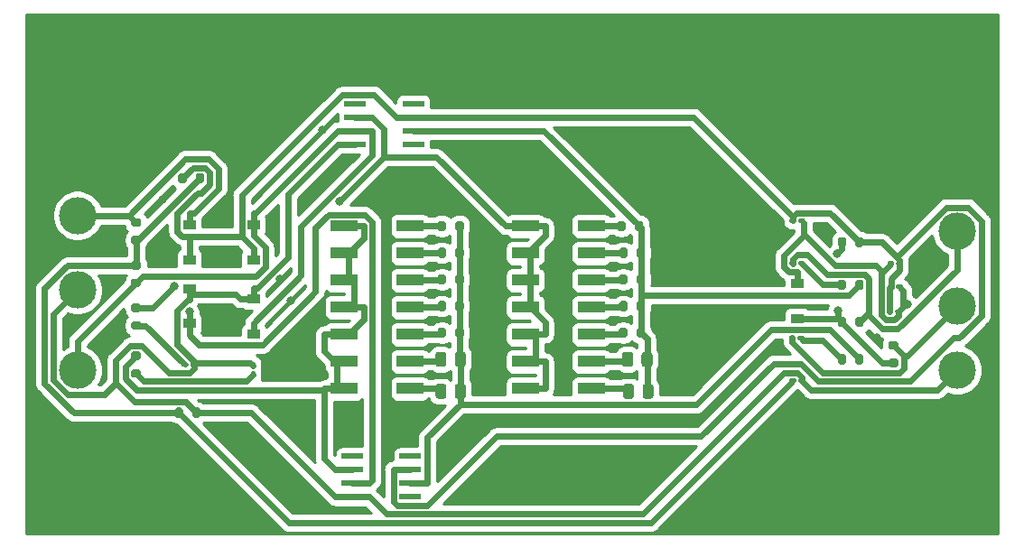
<source format=gbr>
%TF.GenerationSoftware,KiCad,Pcbnew,5.1.10-88a1d61d58~88~ubuntu20.04.1*%
%TF.CreationDate,2021-07-03T03:55:51+02:00*%
%TF.ProjectId,smd-balanced,736d642d-6261-46c6-916e-6365642e6b69,rev?*%
%TF.SameCoordinates,Original*%
%TF.FileFunction,Copper,L1,Top*%
%TF.FilePolarity,Positive*%
%FSLAX46Y46*%
G04 Gerber Fmt 4.6, Leading zero omitted, Abs format (unit mm)*
G04 Created by KiCad (PCBNEW 5.1.10-88a1d61d58~88~ubuntu20.04.1) date 2021-07-03 03:55:51*
%MOMM*%
%LPD*%
G01*
G04 APERTURE LIST*
%TA.AperFunction,SMDPad,CuDef*%
%ADD10R,1.200000X0.900000*%
%TD*%
%TA.AperFunction,ComponentPad*%
%ADD11C,3.500000*%
%TD*%
%TA.AperFunction,SMDPad,CuDef*%
%ADD12R,2.500000X1.140000*%
%TD*%
%TA.AperFunction,SMDPad,CuDef*%
%ADD13R,2.000000X0.600000*%
%TD*%
%TA.AperFunction,ViaPad*%
%ADD14C,0.800000*%
%TD*%
%TA.AperFunction,Conductor*%
%ADD15C,0.600000*%
%TD*%
%TA.AperFunction,Conductor*%
%ADD16C,0.400600*%
%TD*%
%TA.AperFunction,Conductor*%
%ADD17C,0.254000*%
%TD*%
%TA.AperFunction,Conductor*%
%ADD18C,0.100000*%
%TD*%
G04 APERTURE END LIST*
%TO.P,C1,1*%
%TO.N,VCC*%
%TA.AperFunction,SMDPad,CuDef*%
G36*
G01*
X107275000Y-52600000D02*
X107275000Y-52400000D01*
G75*
G02*
X107375000Y-52300000I100000J0D01*
G01*
X107810000Y-52300000D01*
G75*
G02*
X107910000Y-52400000I0J-100000D01*
G01*
X107910000Y-52600000D01*
G75*
G02*
X107810000Y-52700000I-100000J0D01*
G01*
X107375000Y-52700000D01*
G75*
G02*
X107275000Y-52600000I0J100000D01*
G01*
G37*
%TD.AperFunction*%
%TO.P,C1,2*%
%TO.N,V-*%
%TA.AperFunction,SMDPad,CuDef*%
G36*
G01*
X108090000Y-52600000D02*
X108090000Y-52400000D01*
G75*
G02*
X108190000Y-52300000I100000J0D01*
G01*
X108625000Y-52300000D01*
G75*
G02*
X108725000Y-52400000I0J-100000D01*
G01*
X108725000Y-52600000D01*
G75*
G02*
X108625000Y-52700000I-100000J0D01*
G01*
X108190000Y-52700000D01*
G75*
G02*
X108090000Y-52600000I0J100000D01*
G01*
G37*
%TD.AperFunction*%
%TD*%
%TO.P,C2,2*%
%TO.N,V-*%
%TA.AperFunction,SMDPad,CuDef*%
G36*
G01*
X117275000Y-58795000D02*
X117275000Y-58595000D01*
G75*
G02*
X117375000Y-58495000I100000J0D01*
G01*
X117810000Y-58495000D01*
G75*
G02*
X117910000Y-58595000I0J-100000D01*
G01*
X117910000Y-58795000D01*
G75*
G02*
X117810000Y-58895000I-100000J0D01*
G01*
X117375000Y-58895000D01*
G75*
G02*
X117275000Y-58795000I0J100000D01*
G01*
G37*
%TD.AperFunction*%
%TO.P,C2,1*%
%TO.N,VCC*%
%TA.AperFunction,SMDPad,CuDef*%
G36*
G01*
X116460000Y-58795000D02*
X116460000Y-58595000D01*
G75*
G02*
X116560000Y-58495000I100000J0D01*
G01*
X116995000Y-58495000D01*
G75*
G02*
X117095000Y-58595000I0J-100000D01*
G01*
X117095000Y-58795000D01*
G75*
G02*
X116995000Y-58895000I-100000J0D01*
G01*
X116560000Y-58895000D01*
G75*
G02*
X116460000Y-58795000I0J100000D01*
G01*
G37*
%TD.AperFunction*%
%TD*%
%TO.P,C3,2*%
%TO.N,V-*%
%TA.AperFunction,SMDPad,CuDef*%
G36*
G01*
X117182000Y-61100000D02*
X117182000Y-60900000D01*
G75*
G02*
X117282000Y-60800000I100000J0D01*
G01*
X117717000Y-60800000D01*
G75*
G02*
X117817000Y-60900000I0J-100000D01*
G01*
X117817000Y-61100000D01*
G75*
G02*
X117717000Y-61200000I-100000J0D01*
G01*
X117282000Y-61200000D01*
G75*
G02*
X117182000Y-61100000I0J100000D01*
G01*
G37*
%TD.AperFunction*%
%TO.P,C3,1*%
%TO.N,VCC*%
%TA.AperFunction,SMDPad,CuDef*%
G36*
G01*
X116367000Y-61100000D02*
X116367000Y-60900000D01*
G75*
G02*
X116467000Y-60800000I100000J0D01*
G01*
X116902000Y-60800000D01*
G75*
G02*
X117002000Y-60900000I0J-100000D01*
G01*
X117002000Y-61100000D01*
G75*
G02*
X116902000Y-61200000I-100000J0D01*
G01*
X116467000Y-61200000D01*
G75*
G02*
X116367000Y-61100000I0J100000D01*
G01*
G37*
%TD.AperFunction*%
%TD*%
%TO.P,C4,2*%
%TO.N,Net-(C4-Pad2)*%
%TA.AperFunction,SMDPad,CuDef*%
G36*
G01*
X108090000Y-56600000D02*
X108090000Y-56400000D01*
G75*
G02*
X108190000Y-56300000I100000J0D01*
G01*
X108625000Y-56300000D01*
G75*
G02*
X108725000Y-56400000I0J-100000D01*
G01*
X108725000Y-56600000D01*
G75*
G02*
X108625000Y-56700000I-100000J0D01*
G01*
X108190000Y-56700000D01*
G75*
G02*
X108090000Y-56600000I0J100000D01*
G01*
G37*
%TD.AperFunction*%
%TO.P,C4,1*%
%TO.N,/2*%
%TA.AperFunction,SMDPad,CuDef*%
G36*
G01*
X107275000Y-56600000D02*
X107275000Y-56400000D01*
G75*
G02*
X107375000Y-56300000I100000J0D01*
G01*
X107810000Y-56300000D01*
G75*
G02*
X107910000Y-56400000I0J-100000D01*
G01*
X107910000Y-56600000D01*
G75*
G02*
X107810000Y-56700000I-100000J0D01*
G01*
X107375000Y-56700000D01*
G75*
G02*
X107275000Y-56600000I0J100000D01*
G01*
G37*
%TD.AperFunction*%
%TD*%
%TO.P,C5,1*%
%TO.N,/3*%
%TA.AperFunction,SMDPad,CuDef*%
G36*
G01*
X107207000Y-63600000D02*
X107207000Y-63400000D01*
G75*
G02*
X107307000Y-63300000I100000J0D01*
G01*
X107742000Y-63300000D01*
G75*
G02*
X107842000Y-63400000I0J-100000D01*
G01*
X107842000Y-63600000D01*
G75*
G02*
X107742000Y-63700000I-100000J0D01*
G01*
X107307000Y-63700000D01*
G75*
G02*
X107207000Y-63600000I0J100000D01*
G01*
G37*
%TD.AperFunction*%
%TO.P,C5,2*%
%TO.N,Net-(C5-Pad2)*%
%TA.AperFunction,SMDPad,CuDef*%
G36*
G01*
X108022000Y-63600000D02*
X108022000Y-63400000D01*
G75*
G02*
X108122000Y-63300000I100000J0D01*
G01*
X108557000Y-63300000D01*
G75*
G02*
X108657000Y-63400000I0J-100000D01*
G01*
X108657000Y-63600000D01*
G75*
G02*
X108557000Y-63700000I-100000J0D01*
G01*
X108122000Y-63700000D01*
G75*
G02*
X108022000Y-63600000I0J100000D01*
G01*
G37*
%TD.AperFunction*%
%TD*%
%TO.P,C6,1*%
%TO.N,V-*%
%TA.AperFunction,SMDPad,CuDef*%
G36*
G01*
X51725000Y-65900000D02*
X51725000Y-66100000D01*
G75*
G02*
X51625000Y-66200000I-100000J0D01*
G01*
X51190000Y-66200000D01*
G75*
G02*
X51090000Y-66100000I0J100000D01*
G01*
X51090000Y-65900000D01*
G75*
G02*
X51190000Y-65800000I100000J0D01*
G01*
X51625000Y-65800000D01*
G75*
G02*
X51725000Y-65900000I0J-100000D01*
G01*
G37*
%TD.AperFunction*%
%TO.P,C6,2*%
%TO.N,Net-(C6-Pad2)*%
%TA.AperFunction,SMDPad,CuDef*%
G36*
G01*
X50910000Y-65900000D02*
X50910000Y-66100000D01*
G75*
G02*
X50810000Y-66200000I-100000J0D01*
G01*
X50375000Y-66200000D01*
G75*
G02*
X50275000Y-66100000I0J100000D01*
G01*
X50275000Y-65900000D01*
G75*
G02*
X50375000Y-65800000I100000J0D01*
G01*
X50810000Y-65800000D01*
G75*
G02*
X50910000Y-65900000I0J-100000D01*
G01*
G37*
%TD.AperFunction*%
%TD*%
%TO.P,C7,2*%
%TO.N,V-*%
%TA.AperFunction,SMDPad,CuDef*%
G36*
G01*
X108090000Y-67600000D02*
X108090000Y-67400000D01*
G75*
G02*
X108190000Y-67300000I100000J0D01*
G01*
X108625000Y-67300000D01*
G75*
G02*
X108725000Y-67400000I0J-100000D01*
G01*
X108725000Y-67600000D01*
G75*
G02*
X108625000Y-67700000I-100000J0D01*
G01*
X108190000Y-67700000D01*
G75*
G02*
X108090000Y-67600000I0J100000D01*
G01*
G37*
%TD.AperFunction*%
%TO.P,C7,1*%
%TO.N,Net-(C7-Pad1)*%
%TA.AperFunction,SMDPad,CuDef*%
G36*
G01*
X107275000Y-67600000D02*
X107275000Y-67400000D01*
G75*
G02*
X107375000Y-67300000I100000J0D01*
G01*
X107810000Y-67300000D01*
G75*
G02*
X107910000Y-67400000I0J-100000D01*
G01*
X107910000Y-67600000D01*
G75*
G02*
X107810000Y-67700000I-100000J0D01*
G01*
X107375000Y-67700000D01*
G75*
G02*
X107275000Y-67600000I0J100000D01*
G01*
G37*
%TD.AperFunction*%
%TD*%
%TO.P,C8,1*%
%TO.N,V-*%
%TA.AperFunction,SMDPad,CuDef*%
G36*
G01*
X56900000Y-65775000D02*
X57100000Y-65775000D01*
G75*
G02*
X57200000Y-65875000I0J-100000D01*
G01*
X57200000Y-66310000D01*
G75*
G02*
X57100000Y-66410000I-100000J0D01*
G01*
X56900000Y-66410000D01*
G75*
G02*
X56800000Y-66310000I0J100000D01*
G01*
X56800000Y-65875000D01*
G75*
G02*
X56900000Y-65775000I100000J0D01*
G01*
G37*
%TD.AperFunction*%
%TO.P,C8,2*%
%TO.N,Net-(C8-Pad2)*%
%TA.AperFunction,SMDPad,CuDef*%
G36*
G01*
X56900000Y-66590000D02*
X57100000Y-66590000D01*
G75*
G02*
X57200000Y-66690000I0J-100000D01*
G01*
X57200000Y-67125000D01*
G75*
G02*
X57100000Y-67225000I-100000J0D01*
G01*
X56900000Y-67225000D01*
G75*
G02*
X56800000Y-67125000I0J100000D01*
G01*
X56800000Y-66690000D01*
G75*
G02*
X56900000Y-66590000I100000J0D01*
G01*
G37*
%TD.AperFunction*%
%TD*%
%TO.P,C9,1*%
%TO.N,V-*%
%TA.AperFunction,SMDPad,CuDef*%
G36*
G01*
X116460000Y-56600000D02*
X116460000Y-56400000D01*
G75*
G02*
X116560000Y-56300000I100000J0D01*
G01*
X116995000Y-56300000D01*
G75*
G02*
X117095000Y-56400000I0J-100000D01*
G01*
X117095000Y-56600000D01*
G75*
G02*
X116995000Y-56700000I-100000J0D01*
G01*
X116560000Y-56700000D01*
G75*
G02*
X116460000Y-56600000I0J100000D01*
G01*
G37*
%TD.AperFunction*%
%TO.P,C9,2*%
%TO.N,VCC*%
%TA.AperFunction,SMDPad,CuDef*%
G36*
G01*
X117275000Y-56600000D02*
X117275000Y-56400000D01*
G75*
G02*
X117375000Y-56300000I100000J0D01*
G01*
X117810000Y-56300000D01*
G75*
G02*
X117910000Y-56400000I0J-100000D01*
G01*
X117910000Y-56600000D01*
G75*
G02*
X117810000Y-56700000I-100000J0D01*
G01*
X117375000Y-56700000D01*
G75*
G02*
X117275000Y-56600000I0J100000D01*
G01*
G37*
%TD.AperFunction*%
%TD*%
D10*
%TO.P,D1,1*%
%TO.N,Net-(D1-Pad1)*%
X108000000Y-61650000D03*
%TO.P,D1,2*%
%TO.N,V-*%
X108000000Y-58350000D03*
%TD*%
%TO.P,D2,2*%
%TO.N,Net-(D2-Pad2)*%
X57000000Y-52850000D03*
%TO.P,D2,1*%
%TO.N,VCC*%
X57000000Y-56150000D03*
%TD*%
%TO.P,D3,1*%
%TO.N,Net-(D2-Pad2)*%
X57000000Y-63150000D03*
%TO.P,D3,2*%
%TO.N,V-*%
X57000000Y-59850000D03*
%TD*%
%TO.P,D4,2*%
%TO.N,ind*%
X51000000Y-52850000D03*
%TO.P,D4,1*%
%TO.N,VCC*%
X51000000Y-56150000D03*
%TD*%
%TO.P,D5,1*%
%TO.N,ind*%
X51000000Y-62150000D03*
%TO.P,D5,2*%
%TO.N,V-*%
X51000000Y-58850000D03*
%TD*%
D11*
%TO.P,J1,1*%
%TO.N,Net-(D2-Pad2)*%
X40500000Y-66500000D03*
%TD*%
%TO.P,J2,1*%
%TO.N,/2*%
X123000000Y-53500000D03*
%TD*%
%TO.P,J3,1*%
%TO.N,/3*%
X123000000Y-60500000D03*
%TD*%
%TO.P,J4,1*%
%TO.N,V-*%
X123000000Y-66500000D03*
%TD*%
%TO.P,J6,1*%
%TO.N,Earth*%
X40500000Y-38000000D03*
%TD*%
%TO.P,J7,1*%
%TO.N,Earth*%
X123000000Y-38000000D03*
%TD*%
%TO.P,J8,1*%
%TO.N,Earth*%
X123000000Y-78000000D03*
%TD*%
%TO.P,J9,1*%
%TO.N,Earth*%
X40500000Y-78000000D03*
%TD*%
%TO.P,J10,1*%
%TO.N,ind*%
X40500000Y-52000000D03*
%TD*%
%TO.P,J11,1*%
%TO.N,V-*%
X40500000Y-59000000D03*
%TD*%
%TO.P,R1,1*%
%TO.N,Net-(D1-Pad1)*%
%TA.AperFunction,SMDPad,CuDef*%
G36*
G01*
X111775000Y-54775000D02*
X111775000Y-54225000D01*
G75*
G02*
X111975000Y-54025000I200000J0D01*
G01*
X112375000Y-54025000D01*
G75*
G02*
X112575000Y-54225000I0J-200000D01*
G01*
X112575000Y-54775000D01*
G75*
G02*
X112375000Y-54975000I-200000J0D01*
G01*
X111975000Y-54975000D01*
G75*
G02*
X111775000Y-54775000I0J200000D01*
G01*
G37*
%TD.AperFunction*%
%TO.P,R1,2*%
%TO.N,VCC*%
%TA.AperFunction,SMDPad,CuDef*%
G36*
G01*
X113425000Y-54775000D02*
X113425000Y-54225000D01*
G75*
G02*
X113625000Y-54025000I200000J0D01*
G01*
X114025000Y-54025000D01*
G75*
G02*
X114225000Y-54225000I0J-200000D01*
G01*
X114225000Y-54775000D01*
G75*
G02*
X114025000Y-54975000I-200000J0D01*
G01*
X113625000Y-54975000D01*
G75*
G02*
X113425000Y-54775000I0J200000D01*
G01*
G37*
%TD.AperFunction*%
%TD*%
%TO.P,R2,1*%
%TO.N,Rout*%
%TA.AperFunction,SMDPad,CuDef*%
G36*
G01*
X93550000Y-52725000D02*
X93550000Y-53275000D01*
G75*
G02*
X93350000Y-53475000I-200000J0D01*
G01*
X92950000Y-53475000D01*
G75*
G02*
X92750000Y-53275000I0J200000D01*
G01*
X92750000Y-52725000D01*
G75*
G02*
X92950000Y-52525000I200000J0D01*
G01*
X93350000Y-52525000D01*
G75*
G02*
X93550000Y-52725000I0J-200000D01*
G01*
G37*
%TD.AperFunction*%
%TO.P,R2,2*%
%TO.N,Net-(R2-Pad2)*%
%TA.AperFunction,SMDPad,CuDef*%
G36*
G01*
X91900000Y-52725000D02*
X91900000Y-53275000D01*
G75*
G02*
X91700000Y-53475000I-200000J0D01*
G01*
X91300000Y-53475000D01*
G75*
G02*
X91100000Y-53275000I0J200000D01*
G01*
X91100000Y-52725000D01*
G75*
G02*
X91300000Y-52525000I200000J0D01*
G01*
X91700000Y-52525000D01*
G75*
G02*
X91900000Y-52725000I0J-200000D01*
G01*
G37*
%TD.AperFunction*%
%TD*%
%TO.P,R3,1*%
%TO.N,Net-(D1-Pad1)*%
%TA.AperFunction,SMDPad,CuDef*%
G36*
G01*
X111775000Y-62275000D02*
X111775000Y-61725000D01*
G75*
G02*
X111975000Y-61525000I200000J0D01*
G01*
X112375000Y-61525000D01*
G75*
G02*
X112575000Y-61725000I0J-200000D01*
G01*
X112575000Y-62275000D01*
G75*
G02*
X112375000Y-62475000I-200000J0D01*
G01*
X111975000Y-62475000D01*
G75*
G02*
X111775000Y-62275000I0J200000D01*
G01*
G37*
%TD.AperFunction*%
%TO.P,R3,2*%
%TO.N,/2*%
%TA.AperFunction,SMDPad,CuDef*%
G36*
G01*
X113425000Y-62275000D02*
X113425000Y-61725000D01*
G75*
G02*
X113625000Y-61525000I200000J0D01*
G01*
X114025000Y-61525000D01*
G75*
G02*
X114225000Y-61725000I0J-200000D01*
G01*
X114225000Y-62275000D01*
G75*
G02*
X114025000Y-62475000I-200000J0D01*
G01*
X113625000Y-62475000D01*
G75*
G02*
X113425000Y-62275000I0J200000D01*
G01*
G37*
%TD.AperFunction*%
%TD*%
%TO.P,R4,2*%
%TO.N,/3*%
%TA.AperFunction,SMDPad,CuDef*%
G36*
G01*
X117275000Y-64575000D02*
X116725000Y-64575000D01*
G75*
G02*
X116525000Y-64375000I0J200000D01*
G01*
X116525000Y-63975000D01*
G75*
G02*
X116725000Y-63775000I200000J0D01*
G01*
X117275000Y-63775000D01*
G75*
G02*
X117475000Y-63975000I0J-200000D01*
G01*
X117475000Y-64375000D01*
G75*
G02*
X117275000Y-64575000I-200000J0D01*
G01*
G37*
%TD.AperFunction*%
%TO.P,R4,1*%
%TO.N,Net-(D1-Pad1)*%
%TA.AperFunction,SMDPad,CuDef*%
G36*
G01*
X117275000Y-66225000D02*
X116725000Y-66225000D01*
G75*
G02*
X116525000Y-66025000I0J200000D01*
G01*
X116525000Y-65625000D01*
G75*
G02*
X116725000Y-65425000I200000J0D01*
G01*
X117275000Y-65425000D01*
G75*
G02*
X117475000Y-65625000I0J-200000D01*
G01*
X117475000Y-66025000D01*
G75*
G02*
X117275000Y-66225000I-200000J0D01*
G01*
G37*
%TD.AperFunction*%
%TD*%
%TO.P,R5,2*%
%TO.N,Rout*%
%TA.AperFunction,SMDPad,CuDef*%
G36*
G01*
X113425000Y-58775000D02*
X113425000Y-58225000D01*
G75*
G02*
X113625000Y-58025000I200000J0D01*
G01*
X114025000Y-58025000D01*
G75*
G02*
X114225000Y-58225000I0J-200000D01*
G01*
X114225000Y-58775000D01*
G75*
G02*
X114025000Y-58975000I-200000J0D01*
G01*
X113625000Y-58975000D01*
G75*
G02*
X113425000Y-58775000I0J200000D01*
G01*
G37*
%TD.AperFunction*%
%TO.P,R5,1*%
%TO.N,Net-(C4-Pad2)*%
%TA.AperFunction,SMDPad,CuDef*%
G36*
G01*
X111775000Y-58775000D02*
X111775000Y-58225000D01*
G75*
G02*
X111975000Y-58025000I200000J0D01*
G01*
X112375000Y-58025000D01*
G75*
G02*
X112575000Y-58225000I0J-200000D01*
G01*
X112575000Y-58775000D01*
G75*
G02*
X112375000Y-58975000I-200000J0D01*
G01*
X111975000Y-58975000D01*
G75*
G02*
X111775000Y-58775000I0J200000D01*
G01*
G37*
%TD.AperFunction*%
%TD*%
%TO.P,R6,2*%
%TO.N,Net-(C7-Pad1)*%
%TA.AperFunction,SMDPad,CuDef*%
G36*
G01*
X51600000Y-48775000D02*
X51600000Y-48225000D01*
G75*
G02*
X51800000Y-48025000I200000J0D01*
G01*
X52200000Y-48025000D01*
G75*
G02*
X52400000Y-48225000I0J-200000D01*
G01*
X52400000Y-48775000D01*
G75*
G02*
X52200000Y-48975000I-200000J0D01*
G01*
X51800000Y-48975000D01*
G75*
G02*
X51600000Y-48775000I0J200000D01*
G01*
G37*
%TD.AperFunction*%
%TO.P,R6,1*%
%TO.N,VCC*%
%TA.AperFunction,SMDPad,CuDef*%
G36*
G01*
X49950000Y-48775000D02*
X49950000Y-48225000D01*
G75*
G02*
X50150000Y-48025000I200000J0D01*
G01*
X50550000Y-48025000D01*
G75*
G02*
X50750000Y-48225000I0J-200000D01*
G01*
X50750000Y-48775000D01*
G75*
G02*
X50550000Y-48975000I-200000J0D01*
G01*
X50150000Y-48975000D01*
G75*
G02*
X49950000Y-48775000I0J200000D01*
G01*
G37*
%TD.AperFunction*%
%TD*%
%TO.P,R8,2*%
%TO.N,Rout2*%
%TA.AperFunction,SMDPad,CuDef*%
G36*
G01*
X113425000Y-65775000D02*
X113425000Y-65225000D01*
G75*
G02*
X113625000Y-65025000I200000J0D01*
G01*
X114025000Y-65025000D01*
G75*
G02*
X114225000Y-65225000I0J-200000D01*
G01*
X114225000Y-65775000D01*
G75*
G02*
X114025000Y-65975000I-200000J0D01*
G01*
X113625000Y-65975000D01*
G75*
G02*
X113425000Y-65775000I0J200000D01*
G01*
G37*
%TD.AperFunction*%
%TO.P,R8,1*%
%TO.N,Net-(C5-Pad2)*%
%TA.AperFunction,SMDPad,CuDef*%
G36*
G01*
X111775000Y-65775000D02*
X111775000Y-65225000D01*
G75*
G02*
X111975000Y-65025000I200000J0D01*
G01*
X112375000Y-65025000D01*
G75*
G02*
X112575000Y-65225000I0J-200000D01*
G01*
X112575000Y-65775000D01*
G75*
G02*
X112375000Y-65975000I-200000J0D01*
G01*
X111975000Y-65975000D01*
G75*
G02*
X111775000Y-65775000I0J200000D01*
G01*
G37*
%TD.AperFunction*%
%TD*%
%TO.P,R9,2*%
%TO.N,Rin*%
%TA.AperFunction,SMDPad,CuDef*%
G36*
G01*
X46275000Y-61075000D02*
X45725000Y-61075000D01*
G75*
G02*
X45525000Y-60875000I0J200000D01*
G01*
X45525000Y-60475000D01*
G75*
G02*
X45725000Y-60275000I200000J0D01*
G01*
X46275000Y-60275000D01*
G75*
G02*
X46475000Y-60475000I0J-200000D01*
G01*
X46475000Y-60875000D01*
G75*
G02*
X46275000Y-61075000I-200000J0D01*
G01*
G37*
%TD.AperFunction*%
%TO.P,R9,1*%
%TO.N,Net-(C6-Pad2)*%
%TA.AperFunction,SMDPad,CuDef*%
G36*
G01*
X46275000Y-62725000D02*
X45725000Y-62725000D01*
G75*
G02*
X45525000Y-62525000I0J200000D01*
G01*
X45525000Y-62125000D01*
G75*
G02*
X45725000Y-61925000I200000J0D01*
G01*
X46275000Y-61925000D01*
G75*
G02*
X46475000Y-62125000I0J-200000D01*
G01*
X46475000Y-62525000D01*
G75*
G02*
X46275000Y-62725000I-200000J0D01*
G01*
G37*
%TD.AperFunction*%
%TD*%
%TO.P,R10,1*%
%TO.N,Net-(C7-Pad1)*%
%TA.AperFunction,SMDPad,CuDef*%
G36*
G01*
X49600000Y-70775000D02*
X49600000Y-70225000D01*
G75*
G02*
X49800000Y-70025000I200000J0D01*
G01*
X50200000Y-70025000D01*
G75*
G02*
X50400000Y-70225000I0J-200000D01*
G01*
X50400000Y-70775000D01*
G75*
G02*
X50200000Y-70975000I-200000J0D01*
G01*
X49800000Y-70975000D01*
G75*
G02*
X49600000Y-70775000I0J200000D01*
G01*
G37*
%TD.AperFunction*%
%TO.P,R10,2*%
%TO.N,V-*%
%TA.AperFunction,SMDPad,CuDef*%
G36*
G01*
X51250000Y-70775000D02*
X51250000Y-70225000D01*
G75*
G02*
X51450000Y-70025000I200000J0D01*
G01*
X51850000Y-70025000D01*
G75*
G02*
X52050000Y-70225000I0J-200000D01*
G01*
X52050000Y-70775000D01*
G75*
G02*
X51850000Y-70975000I-200000J0D01*
G01*
X51450000Y-70975000D01*
G75*
G02*
X51250000Y-70775000I0J200000D01*
G01*
G37*
%TD.AperFunction*%
%TD*%
%TO.P,R11,1*%
%TO.N,Net-(C7-Pad1)*%
%TA.AperFunction,SMDPad,CuDef*%
G36*
G01*
X46275000Y-54725000D02*
X45725000Y-54725000D01*
G75*
G02*
X45525000Y-54525000I0J200000D01*
G01*
X45525000Y-54125000D01*
G75*
G02*
X45725000Y-53925000I200000J0D01*
G01*
X46275000Y-53925000D01*
G75*
G02*
X46475000Y-54125000I0J-200000D01*
G01*
X46475000Y-54525000D01*
G75*
G02*
X46275000Y-54725000I-200000J0D01*
G01*
G37*
%TD.AperFunction*%
%TO.P,R11,2*%
%TO.N,ind*%
%TA.AperFunction,SMDPad,CuDef*%
G36*
G01*
X46275000Y-53075000D02*
X45725000Y-53075000D01*
G75*
G02*
X45525000Y-52875000I0J200000D01*
G01*
X45525000Y-52475000D01*
G75*
G02*
X45725000Y-52275000I200000J0D01*
G01*
X46275000Y-52275000D01*
G75*
G02*
X46475000Y-52475000I0J-200000D01*
G01*
X46475000Y-52875000D01*
G75*
G02*
X46275000Y-53075000I-200000J0D01*
G01*
G37*
%TD.AperFunction*%
%TD*%
%TO.P,R12,1*%
%TO.N,Net-(C8-Pad2)*%
%TA.AperFunction,SMDPad,CuDef*%
G36*
G01*
X46275000Y-67225000D02*
X45725000Y-67225000D01*
G75*
G02*
X45525000Y-67025000I0J200000D01*
G01*
X45525000Y-66625000D01*
G75*
G02*
X45725000Y-66425000I200000J0D01*
G01*
X46275000Y-66425000D01*
G75*
G02*
X46475000Y-66625000I0J-200000D01*
G01*
X46475000Y-67025000D01*
G75*
G02*
X46275000Y-67225000I-200000J0D01*
G01*
G37*
%TD.AperFunction*%
%TO.P,R12,2*%
%TO.N,Rin2*%
%TA.AperFunction,SMDPad,CuDef*%
G36*
G01*
X46275000Y-65575000D02*
X45725000Y-65575000D01*
G75*
G02*
X45525000Y-65375000I0J200000D01*
G01*
X45525000Y-64975000D01*
G75*
G02*
X45725000Y-64775000I200000J0D01*
G01*
X46275000Y-64775000D01*
G75*
G02*
X46475000Y-64975000I0J-200000D01*
G01*
X46475000Y-65375000D01*
G75*
G02*
X46275000Y-65575000I-200000J0D01*
G01*
G37*
%TD.AperFunction*%
%TD*%
%TO.P,R13,2*%
%TO.N,Net-(R13-Pad2)*%
%TA.AperFunction,SMDPad,CuDef*%
G36*
G01*
X92075000Y-55225000D02*
X92075000Y-55775000D01*
G75*
G02*
X91875000Y-55975000I-200000J0D01*
G01*
X91475000Y-55975000D01*
G75*
G02*
X91275000Y-55775000I0J200000D01*
G01*
X91275000Y-55225000D01*
G75*
G02*
X91475000Y-55025000I200000J0D01*
G01*
X91875000Y-55025000D01*
G75*
G02*
X92075000Y-55225000I0J-200000D01*
G01*
G37*
%TD.AperFunction*%
%TO.P,R13,1*%
%TO.N,Rout*%
%TA.AperFunction,SMDPad,CuDef*%
G36*
G01*
X93725000Y-55225000D02*
X93725000Y-55775000D01*
G75*
G02*
X93525000Y-55975000I-200000J0D01*
G01*
X93125000Y-55975000D01*
G75*
G02*
X92925000Y-55775000I0J200000D01*
G01*
X92925000Y-55225000D01*
G75*
G02*
X93125000Y-55025000I200000J0D01*
G01*
X93525000Y-55025000D01*
G75*
G02*
X93725000Y-55225000I0J-200000D01*
G01*
G37*
%TD.AperFunction*%
%TD*%
%TO.P,R14,1*%
%TO.N,Rout*%
%TA.AperFunction,SMDPad,CuDef*%
G36*
G01*
X93725000Y-57725000D02*
X93725000Y-58275000D01*
G75*
G02*
X93525000Y-58475000I-200000J0D01*
G01*
X93125000Y-58475000D01*
G75*
G02*
X92925000Y-58275000I0J200000D01*
G01*
X92925000Y-57725000D01*
G75*
G02*
X93125000Y-57525000I200000J0D01*
G01*
X93525000Y-57525000D01*
G75*
G02*
X93725000Y-57725000I0J-200000D01*
G01*
G37*
%TD.AperFunction*%
%TO.P,R14,2*%
%TO.N,Net-(R14-Pad2)*%
%TA.AperFunction,SMDPad,CuDef*%
G36*
G01*
X92075000Y-57725000D02*
X92075000Y-58275000D01*
G75*
G02*
X91875000Y-58475000I-200000J0D01*
G01*
X91475000Y-58475000D01*
G75*
G02*
X91275000Y-58275000I0J200000D01*
G01*
X91275000Y-57725000D01*
G75*
G02*
X91475000Y-57525000I200000J0D01*
G01*
X91875000Y-57525000D01*
G75*
G02*
X92075000Y-57725000I0J-200000D01*
G01*
G37*
%TD.AperFunction*%
%TD*%
%TO.P,R15,2*%
%TO.N,Net-(R15-Pad2)*%
%TA.AperFunction,SMDPad,CuDef*%
G36*
G01*
X92075000Y-60225000D02*
X92075000Y-60775000D01*
G75*
G02*
X91875000Y-60975000I-200000J0D01*
G01*
X91475000Y-60975000D01*
G75*
G02*
X91275000Y-60775000I0J200000D01*
G01*
X91275000Y-60225000D01*
G75*
G02*
X91475000Y-60025000I200000J0D01*
G01*
X91875000Y-60025000D01*
G75*
G02*
X92075000Y-60225000I0J-200000D01*
G01*
G37*
%TD.AperFunction*%
%TO.P,R15,1*%
%TO.N,Rout*%
%TA.AperFunction,SMDPad,CuDef*%
G36*
G01*
X93725000Y-60225000D02*
X93725000Y-60775000D01*
G75*
G02*
X93525000Y-60975000I-200000J0D01*
G01*
X93125000Y-60975000D01*
G75*
G02*
X92925000Y-60775000I0J200000D01*
G01*
X92925000Y-60225000D01*
G75*
G02*
X93125000Y-60025000I200000J0D01*
G01*
X93525000Y-60025000D01*
G75*
G02*
X93725000Y-60225000I0J-200000D01*
G01*
G37*
%TD.AperFunction*%
%TD*%
%TO.P,R16,2*%
%TO.N,Net-(R16-Pad2)*%
%TA.AperFunction,SMDPad,CuDef*%
G36*
G01*
X92075000Y-62725000D02*
X92075000Y-63275000D01*
G75*
G02*
X91875000Y-63475000I-200000J0D01*
G01*
X91475000Y-63475000D01*
G75*
G02*
X91275000Y-63275000I0J200000D01*
G01*
X91275000Y-62725000D01*
G75*
G02*
X91475000Y-62525000I200000J0D01*
G01*
X91875000Y-62525000D01*
G75*
G02*
X92075000Y-62725000I0J-200000D01*
G01*
G37*
%TD.AperFunction*%
%TO.P,R16,1*%
%TO.N,Rout*%
%TA.AperFunction,SMDPad,CuDef*%
G36*
G01*
X93725000Y-62725000D02*
X93725000Y-63275000D01*
G75*
G02*
X93525000Y-63475000I-200000J0D01*
G01*
X93125000Y-63475000D01*
G75*
G02*
X92925000Y-63275000I0J200000D01*
G01*
X92925000Y-62725000D01*
G75*
G02*
X93125000Y-62525000I200000J0D01*
G01*
X93525000Y-62525000D01*
G75*
G02*
X93725000Y-62725000I0J-200000D01*
G01*
G37*
%TD.AperFunction*%
%TD*%
%TO.P,R17,1*%
%TO.N,Rout*%
%TA.AperFunction,SMDPad,CuDef*%
G36*
G01*
X94425000Y-65049999D02*
X94425000Y-65950001D01*
G75*
G02*
X94175001Y-66200000I-249999J0D01*
G01*
X93649999Y-66200000D01*
G75*
G02*
X93400000Y-65950001I0J249999D01*
G01*
X93400000Y-65049999D01*
G75*
G02*
X93649999Y-64800000I249999J0D01*
G01*
X94175001Y-64800000D01*
G75*
G02*
X94425000Y-65049999I0J-249999D01*
G01*
G37*
%TD.AperFunction*%
%TO.P,R17,2*%
%TO.N,Net-(R17-Pad2)*%
%TA.AperFunction,SMDPad,CuDef*%
G36*
G01*
X92600000Y-65049999D02*
X92600000Y-65950001D01*
G75*
G02*
X92350001Y-66200000I-249999J0D01*
G01*
X91824999Y-66200000D01*
G75*
G02*
X91575000Y-65950001I0J249999D01*
G01*
X91575000Y-65049999D01*
G75*
G02*
X91824999Y-64800000I249999J0D01*
G01*
X92350001Y-64800000D01*
G75*
G02*
X92600000Y-65049999I0J-249999D01*
G01*
G37*
%TD.AperFunction*%
%TD*%
%TO.P,R18,2*%
%TO.N,Net-(R18-Pad2)*%
%TA.AperFunction,SMDPad,CuDef*%
G36*
G01*
X92687500Y-68049999D02*
X92687500Y-68950001D01*
G75*
G02*
X92437501Y-69200000I-249999J0D01*
G01*
X91912499Y-69200000D01*
G75*
G02*
X91662500Y-68950001I0J249999D01*
G01*
X91662500Y-68049999D01*
G75*
G02*
X91912499Y-67800000I249999J0D01*
G01*
X92437501Y-67800000D01*
G75*
G02*
X92687500Y-68049999I0J-249999D01*
G01*
G37*
%TD.AperFunction*%
%TO.P,R18,1*%
%TO.N,Rout*%
%TA.AperFunction,SMDPad,CuDef*%
G36*
G01*
X94512500Y-68049999D02*
X94512500Y-68950001D01*
G75*
G02*
X94262501Y-69200000I-249999J0D01*
G01*
X93737499Y-69200000D01*
G75*
G02*
X93487500Y-68950001I0J249999D01*
G01*
X93487500Y-68049999D01*
G75*
G02*
X93737499Y-67800000I249999J0D01*
G01*
X94262501Y-67800000D01*
G75*
G02*
X94512500Y-68049999I0J-249999D01*
G01*
G37*
%TD.AperFunction*%
%TD*%
%TO.P,R19,1*%
%TO.N,Rout2*%
%TA.AperFunction,SMDPad,CuDef*%
G36*
G01*
X76725000Y-52725000D02*
X76725000Y-53275000D01*
G75*
G02*
X76525000Y-53475000I-200000J0D01*
G01*
X76125000Y-53475000D01*
G75*
G02*
X75925000Y-53275000I0J200000D01*
G01*
X75925000Y-52725000D01*
G75*
G02*
X76125000Y-52525000I200000J0D01*
G01*
X76525000Y-52525000D01*
G75*
G02*
X76725000Y-52725000I0J-200000D01*
G01*
G37*
%TD.AperFunction*%
%TO.P,R19,2*%
%TO.N,Net-(R19-Pad2)*%
%TA.AperFunction,SMDPad,CuDef*%
G36*
G01*
X75075000Y-52725000D02*
X75075000Y-53275000D01*
G75*
G02*
X74875000Y-53475000I-200000J0D01*
G01*
X74475000Y-53475000D01*
G75*
G02*
X74275000Y-53275000I0J200000D01*
G01*
X74275000Y-52725000D01*
G75*
G02*
X74475000Y-52525000I200000J0D01*
G01*
X74875000Y-52525000D01*
G75*
G02*
X75075000Y-52725000I0J-200000D01*
G01*
G37*
%TD.AperFunction*%
%TD*%
%TO.P,R20,1*%
%TO.N,Rout2*%
%TA.AperFunction,SMDPad,CuDef*%
G36*
G01*
X76725000Y-55225000D02*
X76725000Y-55775000D01*
G75*
G02*
X76525000Y-55975000I-200000J0D01*
G01*
X76125000Y-55975000D01*
G75*
G02*
X75925000Y-55775000I0J200000D01*
G01*
X75925000Y-55225000D01*
G75*
G02*
X76125000Y-55025000I200000J0D01*
G01*
X76525000Y-55025000D01*
G75*
G02*
X76725000Y-55225000I0J-200000D01*
G01*
G37*
%TD.AperFunction*%
%TO.P,R20,2*%
%TO.N,Net-(R20-Pad2)*%
%TA.AperFunction,SMDPad,CuDef*%
G36*
G01*
X75075000Y-55225000D02*
X75075000Y-55775000D01*
G75*
G02*
X74875000Y-55975000I-200000J0D01*
G01*
X74475000Y-55975000D01*
G75*
G02*
X74275000Y-55775000I0J200000D01*
G01*
X74275000Y-55225000D01*
G75*
G02*
X74475000Y-55025000I200000J0D01*
G01*
X74875000Y-55025000D01*
G75*
G02*
X75075000Y-55225000I0J-200000D01*
G01*
G37*
%TD.AperFunction*%
%TD*%
%TO.P,R21,2*%
%TO.N,Net-(R21-Pad2)*%
%TA.AperFunction,SMDPad,CuDef*%
G36*
G01*
X75075000Y-57725000D02*
X75075000Y-58275000D01*
G75*
G02*
X74875000Y-58475000I-200000J0D01*
G01*
X74475000Y-58475000D01*
G75*
G02*
X74275000Y-58275000I0J200000D01*
G01*
X74275000Y-57725000D01*
G75*
G02*
X74475000Y-57525000I200000J0D01*
G01*
X74875000Y-57525000D01*
G75*
G02*
X75075000Y-57725000I0J-200000D01*
G01*
G37*
%TD.AperFunction*%
%TO.P,R21,1*%
%TO.N,Rout2*%
%TA.AperFunction,SMDPad,CuDef*%
G36*
G01*
X76725000Y-57725000D02*
X76725000Y-58275000D01*
G75*
G02*
X76525000Y-58475000I-200000J0D01*
G01*
X76125000Y-58475000D01*
G75*
G02*
X75925000Y-58275000I0J200000D01*
G01*
X75925000Y-57725000D01*
G75*
G02*
X76125000Y-57525000I200000J0D01*
G01*
X76525000Y-57525000D01*
G75*
G02*
X76725000Y-57725000I0J-200000D01*
G01*
G37*
%TD.AperFunction*%
%TD*%
%TO.P,R22,1*%
%TO.N,Rout2*%
%TA.AperFunction,SMDPad,CuDef*%
G36*
G01*
X76725000Y-60225000D02*
X76725000Y-60775000D01*
G75*
G02*
X76525000Y-60975000I-200000J0D01*
G01*
X76125000Y-60975000D01*
G75*
G02*
X75925000Y-60775000I0J200000D01*
G01*
X75925000Y-60225000D01*
G75*
G02*
X76125000Y-60025000I200000J0D01*
G01*
X76525000Y-60025000D01*
G75*
G02*
X76725000Y-60225000I0J-200000D01*
G01*
G37*
%TD.AperFunction*%
%TO.P,R22,2*%
%TO.N,Net-(R22-Pad2)*%
%TA.AperFunction,SMDPad,CuDef*%
G36*
G01*
X75075000Y-60225000D02*
X75075000Y-60775000D01*
G75*
G02*
X74875000Y-60975000I-200000J0D01*
G01*
X74475000Y-60975000D01*
G75*
G02*
X74275000Y-60775000I0J200000D01*
G01*
X74275000Y-60225000D01*
G75*
G02*
X74475000Y-60025000I200000J0D01*
G01*
X74875000Y-60025000D01*
G75*
G02*
X75075000Y-60225000I0J-200000D01*
G01*
G37*
%TD.AperFunction*%
%TD*%
%TO.P,R23,2*%
%TO.N,Net-(R23-Pad2)*%
%TA.AperFunction,SMDPad,CuDef*%
G36*
G01*
X75075000Y-62725000D02*
X75075000Y-63275000D01*
G75*
G02*
X74875000Y-63475000I-200000J0D01*
G01*
X74475000Y-63475000D01*
G75*
G02*
X74275000Y-63275000I0J200000D01*
G01*
X74275000Y-62725000D01*
G75*
G02*
X74475000Y-62525000I200000J0D01*
G01*
X74875000Y-62525000D01*
G75*
G02*
X75075000Y-62725000I0J-200000D01*
G01*
G37*
%TD.AperFunction*%
%TO.P,R23,1*%
%TO.N,Rout2*%
%TA.AperFunction,SMDPad,CuDef*%
G36*
G01*
X76725000Y-62725000D02*
X76725000Y-63275000D01*
G75*
G02*
X76525000Y-63475000I-200000J0D01*
G01*
X76125000Y-63475000D01*
G75*
G02*
X75925000Y-63275000I0J200000D01*
G01*
X75925000Y-62725000D01*
G75*
G02*
X76125000Y-62525000I200000J0D01*
G01*
X76525000Y-62525000D01*
G75*
G02*
X76725000Y-62725000I0J-200000D01*
G01*
G37*
%TD.AperFunction*%
%TD*%
%TO.P,R24,2*%
%TO.N,Net-(R24-Pad2)*%
%TA.AperFunction,SMDPad,CuDef*%
G36*
G01*
X75100000Y-65049999D02*
X75100000Y-65950001D01*
G75*
G02*
X74850001Y-66200000I-249999J0D01*
G01*
X74324999Y-66200000D01*
G75*
G02*
X74075000Y-65950001I0J249999D01*
G01*
X74075000Y-65049999D01*
G75*
G02*
X74324999Y-64800000I249999J0D01*
G01*
X74850001Y-64800000D01*
G75*
G02*
X75100000Y-65049999I0J-249999D01*
G01*
G37*
%TD.AperFunction*%
%TO.P,R24,1*%
%TO.N,Rout2*%
%TA.AperFunction,SMDPad,CuDef*%
G36*
G01*
X76925000Y-65049999D02*
X76925000Y-65950001D01*
G75*
G02*
X76675001Y-66200000I-249999J0D01*
G01*
X76149999Y-66200000D01*
G75*
G02*
X75900000Y-65950001I0J249999D01*
G01*
X75900000Y-65049999D01*
G75*
G02*
X76149999Y-64800000I249999J0D01*
G01*
X76675001Y-64800000D01*
G75*
G02*
X76925000Y-65049999I0J-249999D01*
G01*
G37*
%TD.AperFunction*%
%TD*%
%TO.P,R25,1*%
%TO.N,Rout2*%
%TA.AperFunction,SMDPad,CuDef*%
G36*
G01*
X76925000Y-68049999D02*
X76925000Y-68950001D01*
G75*
G02*
X76675001Y-69200000I-249999J0D01*
G01*
X76149999Y-69200000D01*
G75*
G02*
X75900000Y-68950001I0J249999D01*
G01*
X75900000Y-68049999D01*
G75*
G02*
X76149999Y-67800000I249999J0D01*
G01*
X76675001Y-67800000D01*
G75*
G02*
X76925000Y-68049999I0J-249999D01*
G01*
G37*
%TD.AperFunction*%
%TO.P,R25,2*%
%TO.N,Net-(R25-Pad2)*%
%TA.AperFunction,SMDPad,CuDef*%
G36*
G01*
X75100000Y-68049999D02*
X75100000Y-68950001D01*
G75*
G02*
X74850001Y-69200000I-249999J0D01*
G01*
X74324999Y-69200000D01*
G75*
G02*
X74075000Y-68950001I0J249999D01*
G01*
X74075000Y-68049999D01*
G75*
G02*
X74324999Y-67800000I249999J0D01*
G01*
X74850001Y-67800000D01*
G75*
G02*
X75100000Y-68049999I0J-249999D01*
G01*
G37*
%TD.AperFunction*%
%TD*%
D12*
%TO.P,SW1,14*%
%TO.N,Net-(R2-Pad2)*%
X88670000Y-53000000D03*
%TO.P,SW1,1*%
%TO.N,Rin*%
X82500000Y-53000000D03*
%TO.P,SW1,13*%
%TO.N,Net-(R13-Pad2)*%
X88670000Y-55540000D03*
%TO.P,SW1,2*%
%TO.N,Rin*%
X82500000Y-55540000D03*
%TO.P,SW1,12*%
%TO.N,Net-(R14-Pad2)*%
X88670000Y-58080000D03*
%TO.P,SW1,3*%
%TO.N,Rin*%
X82500000Y-58080000D03*
%TO.P,SW1,11*%
%TO.N,Net-(R15-Pad2)*%
X88670000Y-60620000D03*
%TO.P,SW1,4*%
%TO.N,Rin*%
X82500000Y-60620000D03*
%TO.P,SW1,10*%
%TO.N,Net-(R16-Pad2)*%
X88670000Y-63160000D03*
%TO.P,SW1,5*%
%TO.N,Rin*%
X82500000Y-63160000D03*
%TO.P,SW1,9*%
%TO.N,Net-(R17-Pad2)*%
X88670000Y-65700000D03*
%TO.P,SW1,6*%
%TO.N,Rin*%
X82500000Y-65700000D03*
%TO.P,SW1,8*%
%TO.N,Net-(R18-Pad2)*%
X88670000Y-68240000D03*
%TO.P,SW1,7*%
%TO.N,Rin*%
X82500000Y-68240000D03*
%TD*%
%TO.P,SW2,7*%
%TO.N,Rin2*%
X65500000Y-68240000D03*
%TO.P,SW2,8*%
%TO.N,Net-(R25-Pad2)*%
X71670000Y-68240000D03*
%TO.P,SW2,6*%
%TO.N,Rin2*%
X65500000Y-65700000D03*
%TO.P,SW2,9*%
%TO.N,Net-(R24-Pad2)*%
X71670000Y-65700000D03*
%TO.P,SW2,5*%
%TO.N,Rin2*%
X65500000Y-63160000D03*
%TO.P,SW2,10*%
%TO.N,Net-(R23-Pad2)*%
X71670000Y-63160000D03*
%TO.P,SW2,4*%
%TO.N,Rin2*%
X65500000Y-60620000D03*
%TO.P,SW2,11*%
%TO.N,Net-(R22-Pad2)*%
X71670000Y-60620000D03*
%TO.P,SW2,3*%
%TO.N,Rin2*%
X65500000Y-58080000D03*
%TO.P,SW2,12*%
%TO.N,Net-(R21-Pad2)*%
X71670000Y-58080000D03*
%TO.P,SW2,2*%
%TO.N,Rin2*%
X65500000Y-55540000D03*
%TO.P,SW2,13*%
%TO.N,Net-(R20-Pad2)*%
X71670000Y-55540000D03*
%TO.P,SW2,1*%
%TO.N,Rin2*%
X65500000Y-53000000D03*
%TO.P,SW2,14*%
%TO.N,Net-(R19-Pad2)*%
X71670000Y-53000000D03*
%TD*%
D13*
%TO.P,U1,8*%
%TO.N,Net-(U1-Pad8)*%
X72000000Y-41500000D03*
%TO.P,U1,7*%
%TO.N,VCC*%
X72000000Y-42770000D03*
%TO.P,U1,6*%
%TO.N,Rout*%
X72000000Y-44040000D03*
%TO.P,U1,5*%
%TO.N,Net-(U1-Pad5)*%
X72000000Y-45310000D03*
%TO.P,U1,4*%
%TO.N,V-*%
X66550000Y-45310000D03*
%TO.P,U1,3*%
%TO.N,Net-(D2-Pad2)*%
X66550000Y-44040000D03*
%TO.P,U1,2*%
%TO.N,Rin*%
X66550000Y-42770000D03*
%TO.P,U1,1*%
%TO.N,Net-(U1-Pad1)*%
X66550000Y-41500000D03*
%TD*%
%TO.P,U2,1*%
%TO.N,Net-(U2-Pad1)*%
X66275000Y-74595000D03*
%TO.P,U2,2*%
%TO.N,Rin2*%
X66275000Y-75865000D03*
%TO.P,U2,3*%
%TO.N,ind*%
X66275000Y-77135000D03*
%TO.P,U2,4*%
%TO.N,V-*%
X66275000Y-78405000D03*
%TO.P,U2,5*%
%TO.N,Net-(U2-Pad5)*%
X71725000Y-78405000D03*
%TO.P,U2,6*%
%TO.N,Rout2*%
X71725000Y-77135000D03*
%TO.P,U2,7*%
%TO.N,VCC*%
X71725000Y-75865000D03*
%TO.P,U2,8*%
%TO.N,Net-(U2-Pad8)*%
X71725000Y-74595000D03*
%TD*%
%TO.P,R7,1*%
%TO.N,Net-(C7-Pad1)*%
%TA.AperFunction,SMDPad,CuDef*%
G36*
G01*
X45725000Y-56275000D02*
X46275000Y-56275000D01*
G75*
G02*
X46475000Y-56475000I0J-200000D01*
G01*
X46475000Y-56875000D01*
G75*
G02*
X46275000Y-57075000I-200000J0D01*
G01*
X45725000Y-57075000D01*
G75*
G02*
X45525000Y-56875000I0J200000D01*
G01*
X45525000Y-56475000D01*
G75*
G02*
X45725000Y-56275000I200000J0D01*
G01*
G37*
%TD.AperFunction*%
%TO.P,R7,2*%
%TO.N,Net-(D2-Pad2)*%
%TA.AperFunction,SMDPad,CuDef*%
G36*
G01*
X45725000Y-57925000D02*
X46275000Y-57925000D01*
G75*
G02*
X46475000Y-58125000I0J-200000D01*
G01*
X46475000Y-58525000D01*
G75*
G02*
X46275000Y-58725000I-200000J0D01*
G01*
X45725000Y-58725000D01*
G75*
G02*
X45525000Y-58525000I0J200000D01*
G01*
X45525000Y-58125000D01*
G75*
G02*
X45725000Y-57925000I200000J0D01*
G01*
G37*
%TD.AperFunction*%
%TD*%
D14*
%TO.N,V-*%
X118311100Y-60341900D03*
%TO.N,Net-(D1-Pad1)*%
X111743900Y-55624900D03*
X111825000Y-60898700D03*
%TO.N,ind*%
X50996600Y-61046800D03*
%TO.N,Earth*%
X57500000Y-75000000D03*
X61000000Y-70500000D03*
X61500000Y-65000000D03*
X43500000Y-63500000D03*
X48500000Y-56500000D03*
X48500000Y-50500000D03*
X72500000Y-49000000D03*
X79500000Y-47500000D03*
X76500000Y-73500000D03*
X89000000Y-76000000D03*
X97500000Y-62000000D03*
X89500000Y-46000000D03*
X120000000Y-57500000D03*
X115500000Y-63500000D03*
X110500000Y-53500000D03*
X66000000Y-72000000D03*
X53500000Y-61500000D03*
X64500000Y-48000000D03*
X43500000Y-59000000D03*
X55000000Y-56500000D03*
X63500000Y-44000000D03*
X59000000Y-53500000D03*
X59500000Y-58000000D03*
X60500000Y-60000000D03*
%TO.N,Rin*%
X49622400Y-58609700D03*
X65092600Y-50667800D03*
%TD*%
D15*
%TO.N,VCC*%
X51000000Y-53999600D02*
X51000000Y-55100000D01*
X50350000Y-48500000D02*
X51326200Y-47523800D01*
X51326200Y-47523800D02*
X52492900Y-47523800D01*
X52492900Y-47523800D02*
X52919200Y-47950100D01*
X52919200Y-47950100D02*
X52919200Y-49102700D01*
X52919200Y-49102700D02*
X52141100Y-49880800D01*
X52141100Y-49880800D02*
X51787300Y-49880800D01*
X51787300Y-49880800D02*
X49873900Y-51794200D01*
X49873900Y-51794200D02*
X49873900Y-53524100D01*
X49873900Y-53524100D02*
X50349400Y-53999600D01*
X50349400Y-53999600D02*
X51000000Y-53999600D01*
X51000000Y-53999600D02*
X55899600Y-53999600D01*
X55899600Y-53999600D02*
X57000000Y-55100000D01*
X70400000Y-42770000D02*
X68329600Y-40699600D01*
X68329600Y-40699600D02*
X65327900Y-40699600D01*
X65327900Y-40699600D02*
X55899600Y-50127900D01*
X55899600Y-50127900D02*
X55899600Y-53999600D01*
X57000000Y-56150000D02*
X57000000Y-55100000D01*
X72000000Y-42770000D02*
X70400000Y-42770000D01*
X107589200Y-52115000D02*
X98244200Y-42770000D01*
X98244200Y-42770000D02*
X72000000Y-42770000D01*
X70125000Y-75865000D02*
X70125000Y-78846800D01*
X70125000Y-78846800D02*
X70483600Y-79205400D01*
X70483600Y-79205400D02*
X73325000Y-79205400D01*
X73325000Y-79205400D02*
X79818100Y-72712300D01*
X79818100Y-72712300D02*
X98982700Y-72712300D01*
X98982700Y-72712300D02*
X105766400Y-65928600D01*
X105766400Y-65928600D02*
X108379000Y-65928600D01*
X108379000Y-65928600D02*
X109991800Y-67541400D01*
X109991800Y-67541400D02*
X118575000Y-67541400D01*
X118575000Y-67541400D02*
X122616400Y-63500000D01*
X122616400Y-63500000D02*
X123192700Y-63500000D01*
X123192700Y-63500000D02*
X125284100Y-61408600D01*
X125284100Y-61408600D02*
X125284100Y-52541200D01*
X125284100Y-52541200D02*
X123986900Y-51244000D01*
X123986900Y-51244000D02*
X121986700Y-51244000D01*
X121986700Y-51244000D02*
X117337900Y-55892800D01*
X117337900Y-55892800D02*
X117595800Y-56150800D01*
X117595800Y-56150800D02*
X117595800Y-56496700D01*
X113825000Y-54500000D02*
X115945000Y-54500000D01*
X115945000Y-54500000D02*
X117337900Y-55892800D01*
X71725000Y-75865000D02*
X70125000Y-75865000D01*
X51000000Y-56150000D02*
X51000000Y-55100000D01*
X107589200Y-52115000D02*
X107949700Y-51754500D01*
X107949700Y-51754500D02*
X111079500Y-51754500D01*
X111079500Y-51754500D02*
X113825000Y-54500000D01*
D16*
X117595800Y-56496700D02*
X117592500Y-56500000D01*
D15*
X107589200Y-52115000D02*
X107589200Y-52496700D01*
D16*
X107589200Y-52496700D02*
X107592500Y-52500000D01*
X117595800Y-56503300D02*
X117592500Y-56500000D01*
D15*
X116774100Y-58695000D02*
X116774100Y-57934000D01*
X116774100Y-57934000D02*
X117595800Y-57112300D01*
X117595800Y-57112300D02*
X117595800Y-56503300D01*
D16*
X116774100Y-58695000D02*
X116777500Y-58695000D01*
X116666600Y-58805900D02*
X116777500Y-58695000D01*
D15*
X116666400Y-60981900D02*
X116666600Y-60981700D01*
X116666600Y-60981700D02*
X116666600Y-58805900D01*
D16*
X116666400Y-60981900D02*
X116684500Y-61000000D01*
D15*
%TO.N,V-*%
X57000000Y-58800000D02*
X57353700Y-58800000D01*
X57353700Y-58800000D02*
X60256500Y-55897200D01*
X60256500Y-55897200D02*
X60256500Y-50003500D01*
X60256500Y-50003500D02*
X64950000Y-45310000D01*
X117916500Y-60341900D02*
X117916500Y-59019000D01*
X117916500Y-59019000D02*
X117768400Y-58870900D01*
X117675400Y-60824100D02*
X117916500Y-60583000D01*
X117916500Y-60583000D02*
X117916500Y-60341900D01*
X117916500Y-60341900D02*
X118311100Y-60341900D01*
D16*
X117768400Y-58870900D02*
X117592500Y-58695000D01*
X117675400Y-60824100D02*
X117499500Y-61000000D01*
D15*
X57000000Y-59850000D02*
X57000000Y-58800000D01*
X66550000Y-45310000D02*
X64950000Y-45310000D01*
X57000000Y-59850000D02*
X55800000Y-59850000D01*
X51000000Y-59375000D02*
X55325000Y-59375000D01*
X55325000Y-59375000D02*
X55800000Y-59850000D01*
X51000000Y-59375000D02*
X51000000Y-59900000D01*
X51000000Y-58850000D02*
X51000000Y-59375000D01*
X108410800Y-67496700D02*
X109284900Y-68370800D01*
X109284900Y-68370800D02*
X121129200Y-68370800D01*
X121129200Y-68370800D02*
X123000000Y-66500000D01*
X67875000Y-78405000D02*
X69475700Y-80005700D01*
X69475700Y-80005700D02*
X93493300Y-80005700D01*
X93493300Y-80005700D02*
X106734400Y-66764600D01*
X106734400Y-66764600D02*
X108023900Y-66764600D01*
X108023900Y-66764600D02*
X108410800Y-67151500D01*
X108410800Y-67151500D02*
X108410800Y-67496700D01*
D16*
X51410900Y-66000000D02*
X51407500Y-66000000D01*
D15*
X44080500Y-67722600D02*
X44080500Y-65576500D01*
X44080500Y-65576500D02*
X45429400Y-64227600D01*
X45429400Y-64227600D02*
X46557900Y-64227600D01*
X46557900Y-64227600D02*
X49063600Y-66733300D01*
X49063600Y-66733300D02*
X51027100Y-66733300D01*
X51027100Y-66733300D02*
X51410900Y-66349500D01*
X51410900Y-66349500D02*
X51410900Y-66000000D01*
X51650000Y-70500000D02*
X50664600Y-69514600D01*
X50664600Y-69514600D02*
X45872500Y-69514600D01*
X45872500Y-69514600D02*
X44080500Y-67722600D01*
X40500000Y-59000000D02*
X38217400Y-61282600D01*
X38217400Y-61282600D02*
X38217400Y-67427700D01*
X38217400Y-67427700D02*
X39561600Y-68771900D01*
X39561600Y-68771900D02*
X43031200Y-68771900D01*
X43031200Y-68771900D02*
X44080500Y-67722600D01*
X51000000Y-59900000D02*
X50868700Y-59900000D01*
X50868700Y-59900000D02*
X49865600Y-60903100D01*
X49865600Y-60903100D02*
X49865600Y-64106300D01*
X49865600Y-64106300D02*
X51583400Y-65824100D01*
X51583400Y-65824100D02*
X56731600Y-65824100D01*
X56731600Y-65824100D02*
X56824100Y-65916600D01*
D16*
X56824100Y-65916600D02*
X57000000Y-66092500D01*
D15*
X51650000Y-70500000D02*
X56770000Y-70500000D01*
X56770000Y-70500000D02*
X64675000Y-78405000D01*
X108658200Y-53850600D02*
X108583400Y-53775800D01*
X108583400Y-53775800D02*
X108583400Y-52675900D01*
X115848600Y-57166200D02*
X115405800Y-56723400D01*
X115405800Y-56723400D02*
X111531000Y-56723400D01*
X111531000Y-56723400D02*
X108658200Y-53850600D01*
X108000000Y-57300000D02*
X107212500Y-57300000D01*
X107212500Y-57300000D02*
X106734200Y-56821700D01*
X106734200Y-56821700D02*
X106734200Y-55774600D01*
X106734200Y-55774600D02*
X108658200Y-53850600D01*
X108000000Y-58350000D02*
X108000000Y-57300000D01*
D16*
X108583400Y-52675900D02*
X108407500Y-52500000D01*
D15*
X115848600Y-57166200D02*
X116111300Y-57166200D01*
X116111300Y-57166200D02*
X116601600Y-56675900D01*
X117502800Y-61003300D02*
X117502800Y-61399800D01*
X117502800Y-61399800D02*
X117102700Y-61799900D01*
X117102700Y-61799900D02*
X116301200Y-61799900D01*
X116301200Y-61799900D02*
X115848600Y-61347300D01*
X115848600Y-61347300D02*
X115848600Y-57166200D01*
D16*
X116601600Y-56675900D02*
X116777500Y-56500000D01*
X51583400Y-65824100D02*
X51407500Y-66000000D01*
X117502800Y-61003300D02*
X117499500Y-61000000D01*
D15*
X66275000Y-78405000D02*
X64675000Y-78405000D01*
X66275000Y-78405000D02*
X67875000Y-78405000D01*
D16*
X108410800Y-67496700D02*
X108407500Y-67500000D01*
%TO.N,Net-(C4-Pad2)*%
X108410900Y-56500000D02*
X108407500Y-56500000D01*
D15*
X112175000Y-58500000D02*
X110410900Y-58500000D01*
X110410900Y-58500000D02*
X108410900Y-56500000D01*
%TO.N,/2*%
X107589200Y-56496700D02*
X107589200Y-56070000D01*
X107589200Y-56070000D02*
X107965400Y-55693800D01*
X107965400Y-55693800D02*
X108943500Y-55693800D01*
X108943500Y-55693800D02*
X110773500Y-57523800D01*
X110773500Y-57523800D02*
X114323000Y-57523800D01*
X114323000Y-57523800D02*
X114726300Y-57927100D01*
X114726300Y-57927100D02*
X114726300Y-61330500D01*
X114726300Y-61330500D02*
X114673600Y-61383200D01*
D16*
X107589200Y-56496700D02*
X107592500Y-56500000D01*
D15*
X114673600Y-61383200D02*
X115940300Y-62649900D01*
X115940300Y-62649900D02*
X117427900Y-62649900D01*
X117427900Y-62649900D02*
X123000000Y-57077800D01*
X123000000Y-57077800D02*
X123000000Y-53500000D01*
X113825000Y-62000000D02*
X114441800Y-61383200D01*
X114441800Y-61383200D02*
X114673600Y-61383200D01*
%TO.N,/3*%
X118012200Y-65187200D02*
X118312800Y-65187200D01*
X118312800Y-65187200D02*
X123000000Y-60500000D01*
X117000000Y-64175000D02*
X118012200Y-65187200D01*
X118012200Y-65187200D02*
X118012200Y-66310000D01*
X118012200Y-66310000D02*
X117581200Y-66741000D01*
X117581200Y-66741000D02*
X110413900Y-66741000D01*
X110413900Y-66741000D02*
X107521200Y-63848300D01*
X107521200Y-63848300D02*
X107521200Y-63503300D01*
D16*
X107521200Y-63503300D02*
X107524500Y-63500000D01*
D15*
%TO.N,Net-(C5-Pad2)*%
X112175000Y-65500000D02*
X110350900Y-63675900D01*
X110350900Y-63675900D02*
X108515400Y-63675900D01*
D16*
X108515400Y-63675900D02*
X108339500Y-63500000D01*
%TO.N,Net-(C6-Pad2)*%
X50416600Y-65824100D02*
X50592500Y-66000000D01*
D15*
X46000000Y-62325000D02*
X46917500Y-62325000D01*
X46917500Y-62325000D02*
X50416600Y-65824100D01*
%TO.N,Net-(C7-Pad1)*%
X50000000Y-70500000D02*
X60306000Y-80806000D01*
X60306000Y-80806000D02*
X94286500Y-80806000D01*
X94286500Y-80806000D02*
X107416600Y-67675900D01*
X46000000Y-56675000D02*
X39587400Y-56675000D01*
X39587400Y-56675000D02*
X37417000Y-58845400D01*
X37417000Y-58845400D02*
X37417000Y-67759200D01*
X37417000Y-67759200D02*
X40157800Y-70500000D01*
X40157800Y-70500000D02*
X50000000Y-70500000D01*
X46000000Y-54325000D02*
X46000000Y-56675000D01*
X46000000Y-54325000D02*
X46175000Y-54325000D01*
X46175000Y-54325000D02*
X52000000Y-48500000D01*
D16*
X107416600Y-67675900D02*
X107592500Y-67500000D01*
D15*
%TO.N,Net-(C8-Pad2)*%
X46000000Y-66825000D02*
X46708600Y-67533600D01*
X46708600Y-67533600D02*
X56373900Y-67533600D01*
X56373900Y-67533600D02*
X56824100Y-67083400D01*
D16*
X56824100Y-67083400D02*
X57000000Y-66907500D01*
D15*
%TO.N,Net-(D1-Pad1)*%
X111743900Y-55624900D02*
X112175000Y-55193800D01*
X112175000Y-55193800D02*
X112175000Y-54500000D01*
X111825000Y-61650000D02*
X111825000Y-60898700D01*
X111825000Y-61650000D02*
X108000000Y-61650000D01*
X112175000Y-62000000D02*
X111825000Y-61650000D01*
X117000000Y-65825000D02*
X116000000Y-65825000D01*
X116000000Y-65825000D02*
X112175000Y-62000000D01*
%TO.N,Net-(D2-Pad2)*%
X66550000Y-44040000D02*
X68150000Y-44040000D01*
X57000000Y-53900000D02*
X58102000Y-55002000D01*
X58102000Y-55002000D02*
X58102000Y-56849200D01*
X58102000Y-56849200D02*
X57241800Y-57709400D01*
X57241800Y-57709400D02*
X46615600Y-57709400D01*
X46615600Y-57709400D02*
X46000000Y-58325000D01*
X68150000Y-44040000D02*
X68150000Y-46337200D01*
X68150000Y-46337200D02*
X61456900Y-53030300D01*
X61456900Y-53030300D02*
X61456900Y-57643100D01*
X61456900Y-57643100D02*
X57000000Y-62100000D01*
X57000000Y-52850000D02*
X57000000Y-53900000D01*
X40500000Y-66500000D02*
X40500000Y-63825000D01*
X40500000Y-63825000D02*
X46000000Y-58325000D01*
X57000000Y-52850000D02*
X57000000Y-51800000D01*
X66550000Y-44040000D02*
X64950000Y-44040000D01*
X64950000Y-44040000D02*
X57190000Y-51800000D01*
X57190000Y-51800000D02*
X57000000Y-51800000D01*
X57000000Y-63150000D02*
X57000000Y-62100000D01*
%TO.N,ind*%
X51000000Y-61100000D02*
X50996600Y-61096600D01*
X50996600Y-61096600D02*
X50996600Y-61046800D01*
X51000000Y-62150000D02*
X51000000Y-63200000D01*
X66275000Y-77135000D02*
X67875000Y-77135000D01*
X67875000Y-77135000D02*
X68150400Y-76859600D01*
X68150400Y-76859600D02*
X68150400Y-52660200D01*
X68150400Y-52660200D02*
X67419800Y-51929600D01*
X67419800Y-51929600D02*
X64037900Y-51929600D01*
X64037900Y-51929600D02*
X62836600Y-53130900D01*
X62836600Y-53130900D02*
X62836600Y-59139900D01*
X62836600Y-59139900D02*
X57864600Y-64111900D01*
X57864600Y-64111900D02*
X51911900Y-64111900D01*
X51911900Y-64111900D02*
X51000000Y-63200000D01*
X51000000Y-62150000D02*
X51000000Y-61100000D01*
X51000000Y-51800000D02*
X51424500Y-51800000D01*
X51424500Y-51800000D02*
X53719500Y-49505000D01*
X53719500Y-49505000D02*
X53719500Y-47618500D01*
X53719500Y-47618500D02*
X52824500Y-46723500D01*
X52824500Y-46723500D02*
X50601500Y-46723500D01*
X50601500Y-46723500D02*
X45325000Y-52000000D01*
X45325000Y-52000000D02*
X46000000Y-52675000D01*
X40500000Y-52000000D02*
X45325000Y-52000000D01*
X51000000Y-52850000D02*
X51000000Y-51800000D01*
%TO.N,Rout*%
X93325000Y-59505600D02*
X93325000Y-60500000D01*
X93325000Y-58000000D02*
X93325000Y-59505600D01*
X93325000Y-59505600D02*
X112819400Y-59505600D01*
X112819400Y-59505600D02*
X113825000Y-58500000D01*
X93325000Y-55500000D02*
X93325000Y-58000000D01*
X93150000Y-53000000D02*
X93325000Y-53175000D01*
X93325000Y-53175000D02*
X93325000Y-55500000D01*
X72000000Y-44040000D02*
X84190000Y-44040000D01*
X84190000Y-44040000D02*
X93150000Y-53000000D01*
X93325000Y-60500000D02*
X93325000Y-63000000D01*
X93912500Y-65500000D02*
X93912500Y-63587500D01*
X93912500Y-63587500D02*
X93325000Y-63000000D01*
X94000000Y-68500000D02*
X93912500Y-68412500D01*
X93912500Y-68412500D02*
X93912500Y-65500000D01*
%TO.N,Net-(R2-Pad2)*%
X88670000Y-53000000D02*
X91500000Y-53000000D01*
%TO.N,Rout2*%
X76325000Y-63000000D02*
X76325000Y-60500000D01*
X76412500Y-65500000D02*
X76325000Y-65412500D01*
X76325000Y-65412500D02*
X76325000Y-63000000D01*
X76412500Y-69715200D02*
X76412500Y-68500000D01*
X73325000Y-77135000D02*
X73325000Y-72802700D01*
X73325000Y-72802700D02*
X76412500Y-69715200D01*
X76412500Y-69715200D02*
X98555000Y-69715200D01*
X98555000Y-69715200D02*
X105577100Y-62693100D01*
X105577100Y-62693100D02*
X111018100Y-62693100D01*
X111018100Y-62693100D02*
X113825000Y-65500000D01*
X76325000Y-55500000D02*
X76325000Y-53000000D01*
X76325000Y-58000000D02*
X76325000Y-55500000D01*
X76325000Y-60500000D02*
X76325000Y-58000000D01*
X76412500Y-68500000D02*
X76412500Y-65500000D01*
X71725000Y-77135000D02*
X73325000Y-77135000D01*
%TO.N,Rin*%
X82500000Y-53000000D02*
X84350000Y-53000000D01*
X82731300Y-55540000D02*
X84350000Y-53921300D01*
X84350000Y-53921300D02*
X84350000Y-53000000D01*
X82731300Y-55540000D02*
X82962500Y-55540000D01*
X82500000Y-55540000D02*
X82731300Y-55540000D01*
X82500000Y-53000000D02*
X80650000Y-53000000D01*
X69250400Y-46510000D02*
X74160000Y-46510000D01*
X74160000Y-46510000D02*
X80650000Y-53000000D01*
X69250400Y-46510000D02*
X65092600Y-50667800D01*
X68150000Y-42770000D02*
X69250400Y-43870400D01*
X69250400Y-43870400D02*
X69250400Y-46510000D01*
X66550000Y-42770000D02*
X68150000Y-42770000D01*
X49622400Y-58609700D02*
X47557100Y-60675000D01*
X47557100Y-60675000D02*
X46000000Y-60675000D01*
X82962500Y-55540000D02*
X82962500Y-58080000D01*
X82500000Y-58080000D02*
X82962500Y-58080000D01*
X82962500Y-58080000D02*
X82962500Y-60620000D01*
X83425000Y-65700000D02*
X84350000Y-65700000D01*
X82500000Y-65700000D02*
X83425000Y-65700000D01*
X83425000Y-63160000D02*
X84350000Y-63160000D01*
X82500000Y-63160000D02*
X83425000Y-63160000D01*
X83425000Y-65700000D02*
X83425000Y-63160000D01*
X82962500Y-60620000D02*
X84350000Y-62007500D01*
X84350000Y-62007500D02*
X84350000Y-63160000D01*
X82500000Y-60620000D02*
X82962500Y-60620000D01*
X82500000Y-68240000D02*
X84350000Y-68240000D01*
X84350000Y-68240000D02*
X84350000Y-65700000D01*
%TO.N,Rin2*%
X65962500Y-58080000D02*
X66425000Y-58080000D01*
X65500000Y-58080000D02*
X65962500Y-58080000D01*
X65962500Y-58080000D02*
X65962500Y-55540000D01*
X65500000Y-53000000D02*
X67350000Y-53000000D01*
X65962500Y-55540000D02*
X67350000Y-54152500D01*
X67350000Y-54152500D02*
X67350000Y-53000000D01*
X65500000Y-55540000D02*
X65962500Y-55540000D01*
X63650000Y-68349300D02*
X63650000Y-68240000D01*
X64675000Y-75865000D02*
X63650000Y-74840000D01*
X63650000Y-74840000D02*
X63650000Y-68349300D01*
X63650000Y-68349300D02*
X46053200Y-68349300D01*
X46053200Y-68349300D02*
X45017900Y-67314000D01*
X45017900Y-67314000D02*
X45017900Y-66157100D01*
X45017900Y-66157100D02*
X46000000Y-65175000D01*
X64806300Y-68240000D02*
X63650000Y-68240000D01*
X65500000Y-68240000D02*
X64806300Y-68240000D01*
X66275000Y-75865000D02*
X64675000Y-75865000D01*
X64575000Y-65700000D02*
X63650000Y-64775000D01*
X63650000Y-64775000D02*
X63650000Y-63160000D01*
X64806300Y-65700000D02*
X64575000Y-65700000D01*
X65500000Y-65700000D02*
X64806300Y-65700000D01*
X64806300Y-68240000D02*
X64806300Y-65700000D01*
X65500000Y-63160000D02*
X63650000Y-63160000D01*
X66425000Y-60620000D02*
X67350000Y-60620000D01*
X65500000Y-60620000D02*
X66425000Y-60620000D01*
X66425000Y-58080000D02*
X66425000Y-60620000D01*
X65962500Y-63160000D02*
X67350000Y-61772500D01*
X67350000Y-61772500D02*
X67350000Y-60620000D01*
X65500000Y-63160000D02*
X65962500Y-63160000D01*
%TO.N,Net-(R13-Pad2)*%
X88670000Y-55540000D02*
X91635000Y-55540000D01*
X91635000Y-55540000D02*
X91675000Y-55500000D01*
%TO.N,Net-(R14-Pad2)*%
X88670000Y-58080000D02*
X91595000Y-58080000D01*
X91595000Y-58080000D02*
X91675000Y-58000000D01*
%TO.N,Net-(R15-Pad2)*%
X88670000Y-60620000D02*
X91555000Y-60620000D01*
X91555000Y-60620000D02*
X91675000Y-60500000D01*
%TO.N,Net-(R16-Pad2)*%
X88670000Y-63160000D02*
X91515000Y-63160000D01*
X91515000Y-63160000D02*
X91675000Y-63000000D01*
%TO.N,Net-(R17-Pad2)*%
X88670000Y-65700000D02*
X91887500Y-65700000D01*
X91887500Y-65700000D02*
X92087500Y-65500000D01*
%TO.N,Net-(R18-Pad2)*%
X88670000Y-68240000D02*
X91915000Y-68240000D01*
X91915000Y-68240000D02*
X92175000Y-68500000D01*
%TO.N,Net-(R19-Pad2)*%
X71670000Y-53000000D02*
X74675000Y-53000000D01*
%TO.N,Net-(R20-Pad2)*%
X71670000Y-55540000D02*
X74635000Y-55540000D01*
X74635000Y-55540000D02*
X74675000Y-55500000D01*
%TO.N,Net-(R21-Pad2)*%
X71670000Y-58080000D02*
X74595000Y-58080000D01*
X74595000Y-58080000D02*
X74675000Y-58000000D01*
%TO.N,Net-(R22-Pad2)*%
X71670000Y-60620000D02*
X74555000Y-60620000D01*
X74555000Y-60620000D02*
X74675000Y-60500000D01*
%TO.N,Net-(R23-Pad2)*%
X71670000Y-63160000D02*
X74515000Y-63160000D01*
X74515000Y-63160000D02*
X74675000Y-63000000D01*
%TO.N,Net-(R24-Pad2)*%
X71670000Y-65700000D02*
X74387500Y-65700000D01*
X74387500Y-65700000D02*
X74587500Y-65500000D01*
%TO.N,Net-(R25-Pad2)*%
X71670000Y-68240000D02*
X74327500Y-68240000D01*
X74327500Y-68240000D02*
X74587500Y-68500000D01*
%TD*%
D17*
%TO.N,Earth*%
X126840001Y-81840000D02*
X35660000Y-81840000D01*
X35660000Y-58845400D01*
X36477476Y-58845400D01*
X36482000Y-58891332D01*
X36482001Y-67713258D01*
X36477476Y-67759200D01*
X36495529Y-67942491D01*
X36537892Y-68082141D01*
X36548994Y-68118740D01*
X36635815Y-68281172D01*
X36752657Y-68423544D01*
X36788336Y-68452825D01*
X39464174Y-71128664D01*
X39493456Y-71164344D01*
X39635828Y-71281186D01*
X39741680Y-71337765D01*
X39798259Y-71368007D01*
X39974508Y-71421472D01*
X40157800Y-71439524D01*
X40203735Y-71435000D01*
X49289513Y-71435000D01*
X49334392Y-71471831D01*
X49479284Y-71549278D01*
X49636500Y-71596969D01*
X49789776Y-71612065D01*
X59612370Y-81434659D01*
X59641656Y-81470344D01*
X59784028Y-81587186D01*
X59946460Y-81674007D01*
X60122708Y-81727471D01*
X60306000Y-81745524D01*
X60351932Y-81741000D01*
X94240568Y-81741000D01*
X94286500Y-81745524D01*
X94332432Y-81741000D01*
X94469792Y-81727471D01*
X94646040Y-81674007D01*
X94808472Y-81587186D01*
X94950844Y-81470344D01*
X94980130Y-81434659D01*
X108003300Y-68411490D01*
X108591274Y-68999464D01*
X108620556Y-69035144D01*
X108762928Y-69151986D01*
X108925360Y-69238807D01*
X109030732Y-69270771D01*
X109101607Y-69292271D01*
X109284899Y-69310324D01*
X109330831Y-69305800D01*
X121083268Y-69305800D01*
X121129200Y-69310324D01*
X121175132Y-69305800D01*
X121312492Y-69292271D01*
X121488740Y-69238807D01*
X121651172Y-69151986D01*
X121793544Y-69035144D01*
X121822830Y-68999459D01*
X122109599Y-68712690D01*
X122304321Y-68793346D01*
X122765098Y-68885000D01*
X123234902Y-68885000D01*
X123695679Y-68793346D01*
X124129721Y-68613560D01*
X124520349Y-68352550D01*
X124852550Y-68020349D01*
X125113560Y-67629721D01*
X125293346Y-67195679D01*
X125385000Y-66734902D01*
X125385000Y-66265098D01*
X125293346Y-65804321D01*
X125113560Y-65370279D01*
X124852550Y-64979651D01*
X124520349Y-64647450D01*
X124129721Y-64386440D01*
X123768656Y-64236882D01*
X123857044Y-64164344D01*
X123886330Y-64128659D01*
X125912766Y-62102224D01*
X125948444Y-62072944D01*
X126065286Y-61930572D01*
X126152107Y-61768140D01*
X126196447Y-61621971D01*
X126205571Y-61591893D01*
X126223624Y-61408601D01*
X126219100Y-61362669D01*
X126219100Y-52587132D01*
X126223624Y-52541200D01*
X126205571Y-52357908D01*
X126194670Y-52321971D01*
X126152107Y-52181660D01*
X126065286Y-52019228D01*
X125948444Y-51876856D01*
X125912759Y-51847570D01*
X124680530Y-50615341D01*
X124651244Y-50579656D01*
X124508872Y-50462814D01*
X124346440Y-50375993D01*
X124170192Y-50322529D01*
X124032832Y-50309000D01*
X123986900Y-50304476D01*
X123940968Y-50309000D01*
X122032631Y-50309000D01*
X121986699Y-50304476D01*
X121803408Y-50322529D01*
X121627160Y-50375993D01*
X121464728Y-50462814D01*
X121322356Y-50579656D01*
X121293074Y-50615336D01*
X117337876Y-54570534D01*
X116638618Y-53871326D01*
X116609344Y-53835656D01*
X116573648Y-53806361D01*
X116573641Y-53806354D01*
X116553132Y-53789524D01*
X116466972Y-53718814D01*
X116466952Y-53718803D01*
X116466943Y-53718796D01*
X116409513Y-53688102D01*
X116304540Y-53631993D01*
X116304520Y-53631987D01*
X116304509Y-53631981D01*
X116227081Y-53608496D01*
X116128292Y-53578529D01*
X116128276Y-53578527D01*
X116128258Y-53578522D01*
X116031020Y-53568948D01*
X115990932Y-53565000D01*
X115990917Y-53565000D01*
X115944967Y-53560476D01*
X115899050Y-53565000D01*
X114535487Y-53565000D01*
X114490608Y-53528169D01*
X114345716Y-53450722D01*
X114188500Y-53403031D01*
X114035225Y-53387935D01*
X111773130Y-51125841D01*
X111743844Y-51090156D01*
X111601472Y-50973314D01*
X111439040Y-50886493D01*
X111262792Y-50833029D01*
X111125432Y-50819500D01*
X111079500Y-50814976D01*
X111033568Y-50819500D01*
X107995632Y-50819500D01*
X107949700Y-50814976D01*
X107903768Y-50819500D01*
X107766408Y-50833029D01*
X107661378Y-50864889D01*
X98937830Y-42141341D01*
X98908544Y-42105656D01*
X98766172Y-41988814D01*
X98603740Y-41901993D01*
X98427492Y-41848529D01*
X98290132Y-41835000D01*
X98244200Y-41830476D01*
X98198268Y-41835000D01*
X73634625Y-41835000D01*
X73638072Y-41800000D01*
X73638072Y-41200000D01*
X73625812Y-41075518D01*
X73589502Y-40955820D01*
X73530537Y-40845506D01*
X73451185Y-40748815D01*
X73354494Y-40669463D01*
X73244180Y-40610498D01*
X73124482Y-40574188D01*
X73000000Y-40561928D01*
X71000000Y-40561928D01*
X70875518Y-40574188D01*
X70755820Y-40610498D01*
X70645506Y-40669463D01*
X70548815Y-40748815D01*
X70469463Y-40845506D01*
X70410498Y-40955820D01*
X70374188Y-41075518D01*
X70361928Y-41200000D01*
X70361928Y-41409639D01*
X69023230Y-40070941D01*
X68993944Y-40035256D01*
X68851572Y-39918414D01*
X68689140Y-39831593D01*
X68512892Y-39778129D01*
X68375532Y-39764600D01*
X68329600Y-39760076D01*
X68283668Y-39764600D01*
X65373835Y-39764600D01*
X65327900Y-39760076D01*
X65144608Y-39778128D01*
X65040728Y-39809641D01*
X64968360Y-39831593D01*
X64805928Y-39918414D01*
X64663556Y-40035256D01*
X64634270Y-40070941D01*
X55270941Y-49434270D01*
X55235256Y-49463556D01*
X55118414Y-49605929D01*
X55031593Y-49768361D01*
X54978129Y-49944608D01*
X54978129Y-49944609D01*
X54960076Y-50127900D01*
X54964600Y-50173832D01*
X54964601Y-53064600D01*
X52238072Y-53064600D01*
X52238072Y-52400000D01*
X52229888Y-52316901D01*
X54348166Y-50198624D01*
X54383844Y-50169344D01*
X54500686Y-50026972D01*
X54587507Y-49864540D01*
X54638175Y-49697509D01*
X54640971Y-49688293D01*
X54659024Y-49505001D01*
X54654500Y-49459069D01*
X54654500Y-47664431D01*
X54659024Y-47618499D01*
X54640971Y-47435207D01*
X54623619Y-47378007D01*
X54587507Y-47258960D01*
X54500686Y-47096528D01*
X54383844Y-46954156D01*
X54348164Y-46924874D01*
X53518130Y-46094841D01*
X53488844Y-46059156D01*
X53346472Y-45942314D01*
X53184040Y-45855493D01*
X53007792Y-45802029D01*
X52870432Y-45788500D01*
X52824500Y-45783976D01*
X52778568Y-45788500D01*
X50647432Y-45788500D01*
X50601500Y-45783976D01*
X50555568Y-45788500D01*
X50418208Y-45802029D01*
X50241960Y-45855493D01*
X50079528Y-45942314D01*
X49937156Y-46059156D01*
X49907870Y-46094841D01*
X44937711Y-51065000D01*
X42694216Y-51065000D01*
X42613560Y-50870279D01*
X42352550Y-50479651D01*
X42020349Y-50147450D01*
X41629721Y-49886440D01*
X41195679Y-49706654D01*
X40734902Y-49615000D01*
X40265098Y-49615000D01*
X39804321Y-49706654D01*
X39370279Y-49886440D01*
X38979651Y-50147450D01*
X38647450Y-50479651D01*
X38386440Y-50870279D01*
X38206654Y-51304321D01*
X38115000Y-51765098D01*
X38115000Y-52234902D01*
X38206654Y-52695679D01*
X38386440Y-53129721D01*
X38647450Y-53520349D01*
X38979651Y-53852550D01*
X39370279Y-54113560D01*
X39804321Y-54293346D01*
X40265098Y-54385000D01*
X40734902Y-54385000D01*
X41195679Y-54293346D01*
X41629721Y-54113560D01*
X42020349Y-53852550D01*
X42352550Y-53520349D01*
X42613560Y-53129721D01*
X42694216Y-52935000D01*
X44892837Y-52935000D01*
X44903031Y-53038500D01*
X44950722Y-53195716D01*
X45028169Y-53340608D01*
X45132394Y-53467606D01*
X45171866Y-53500000D01*
X45132394Y-53532394D01*
X45028169Y-53659392D01*
X44950722Y-53804284D01*
X44903031Y-53961500D01*
X44886928Y-54125000D01*
X44886928Y-54525000D01*
X44903031Y-54688500D01*
X44950722Y-54845716D01*
X45028169Y-54990608D01*
X45065000Y-55035487D01*
X45065001Y-55740000D01*
X39633331Y-55740000D01*
X39587399Y-55735476D01*
X39404107Y-55753529D01*
X39350643Y-55769747D01*
X39227860Y-55806993D01*
X39065428Y-55893814D01*
X38923056Y-56010656D01*
X38893774Y-56046336D01*
X36788341Y-58151770D01*
X36752656Y-58181056D01*
X36635814Y-58323429D01*
X36548993Y-58485861D01*
X36505990Y-58627623D01*
X36495529Y-58662109D01*
X36477476Y-58845400D01*
X35660000Y-58845400D01*
X35660000Y-33160000D01*
X126840000Y-33160000D01*
X126840001Y-81840000D01*
%TA.AperFunction,Conductor*%
D18*
G36*
X126840001Y-81840000D02*
G01*
X35660000Y-81840000D01*
X35660000Y-58845400D01*
X36477476Y-58845400D01*
X36482000Y-58891332D01*
X36482001Y-67713258D01*
X36477476Y-67759200D01*
X36495529Y-67942491D01*
X36537892Y-68082141D01*
X36548994Y-68118740D01*
X36635815Y-68281172D01*
X36752657Y-68423544D01*
X36788336Y-68452825D01*
X39464174Y-71128664D01*
X39493456Y-71164344D01*
X39635828Y-71281186D01*
X39741680Y-71337765D01*
X39798259Y-71368007D01*
X39974508Y-71421472D01*
X40157800Y-71439524D01*
X40203735Y-71435000D01*
X49289513Y-71435000D01*
X49334392Y-71471831D01*
X49479284Y-71549278D01*
X49636500Y-71596969D01*
X49789776Y-71612065D01*
X59612370Y-81434659D01*
X59641656Y-81470344D01*
X59784028Y-81587186D01*
X59946460Y-81674007D01*
X60122708Y-81727471D01*
X60306000Y-81745524D01*
X60351932Y-81741000D01*
X94240568Y-81741000D01*
X94286500Y-81745524D01*
X94332432Y-81741000D01*
X94469792Y-81727471D01*
X94646040Y-81674007D01*
X94808472Y-81587186D01*
X94950844Y-81470344D01*
X94980130Y-81434659D01*
X108003300Y-68411490D01*
X108591274Y-68999464D01*
X108620556Y-69035144D01*
X108762928Y-69151986D01*
X108925360Y-69238807D01*
X109030732Y-69270771D01*
X109101607Y-69292271D01*
X109284899Y-69310324D01*
X109330831Y-69305800D01*
X121083268Y-69305800D01*
X121129200Y-69310324D01*
X121175132Y-69305800D01*
X121312492Y-69292271D01*
X121488740Y-69238807D01*
X121651172Y-69151986D01*
X121793544Y-69035144D01*
X121822830Y-68999459D01*
X122109599Y-68712690D01*
X122304321Y-68793346D01*
X122765098Y-68885000D01*
X123234902Y-68885000D01*
X123695679Y-68793346D01*
X124129721Y-68613560D01*
X124520349Y-68352550D01*
X124852550Y-68020349D01*
X125113560Y-67629721D01*
X125293346Y-67195679D01*
X125385000Y-66734902D01*
X125385000Y-66265098D01*
X125293346Y-65804321D01*
X125113560Y-65370279D01*
X124852550Y-64979651D01*
X124520349Y-64647450D01*
X124129721Y-64386440D01*
X123768656Y-64236882D01*
X123857044Y-64164344D01*
X123886330Y-64128659D01*
X125912766Y-62102224D01*
X125948444Y-62072944D01*
X126065286Y-61930572D01*
X126152107Y-61768140D01*
X126196447Y-61621971D01*
X126205571Y-61591893D01*
X126223624Y-61408601D01*
X126219100Y-61362669D01*
X126219100Y-52587132D01*
X126223624Y-52541200D01*
X126205571Y-52357908D01*
X126194670Y-52321971D01*
X126152107Y-52181660D01*
X126065286Y-52019228D01*
X125948444Y-51876856D01*
X125912759Y-51847570D01*
X124680530Y-50615341D01*
X124651244Y-50579656D01*
X124508872Y-50462814D01*
X124346440Y-50375993D01*
X124170192Y-50322529D01*
X124032832Y-50309000D01*
X123986900Y-50304476D01*
X123940968Y-50309000D01*
X122032631Y-50309000D01*
X121986699Y-50304476D01*
X121803408Y-50322529D01*
X121627160Y-50375993D01*
X121464728Y-50462814D01*
X121322356Y-50579656D01*
X121293074Y-50615336D01*
X117337876Y-54570534D01*
X116638618Y-53871326D01*
X116609344Y-53835656D01*
X116573648Y-53806361D01*
X116573641Y-53806354D01*
X116553132Y-53789524D01*
X116466972Y-53718814D01*
X116466952Y-53718803D01*
X116466943Y-53718796D01*
X116409513Y-53688102D01*
X116304540Y-53631993D01*
X116304520Y-53631987D01*
X116304509Y-53631981D01*
X116227081Y-53608496D01*
X116128292Y-53578529D01*
X116128276Y-53578527D01*
X116128258Y-53578522D01*
X116031020Y-53568948D01*
X115990932Y-53565000D01*
X115990917Y-53565000D01*
X115944967Y-53560476D01*
X115899050Y-53565000D01*
X114535487Y-53565000D01*
X114490608Y-53528169D01*
X114345716Y-53450722D01*
X114188500Y-53403031D01*
X114035225Y-53387935D01*
X111773130Y-51125841D01*
X111743844Y-51090156D01*
X111601472Y-50973314D01*
X111439040Y-50886493D01*
X111262792Y-50833029D01*
X111125432Y-50819500D01*
X111079500Y-50814976D01*
X111033568Y-50819500D01*
X107995632Y-50819500D01*
X107949700Y-50814976D01*
X107903768Y-50819500D01*
X107766408Y-50833029D01*
X107661378Y-50864889D01*
X98937830Y-42141341D01*
X98908544Y-42105656D01*
X98766172Y-41988814D01*
X98603740Y-41901993D01*
X98427492Y-41848529D01*
X98290132Y-41835000D01*
X98244200Y-41830476D01*
X98198268Y-41835000D01*
X73634625Y-41835000D01*
X73638072Y-41800000D01*
X73638072Y-41200000D01*
X73625812Y-41075518D01*
X73589502Y-40955820D01*
X73530537Y-40845506D01*
X73451185Y-40748815D01*
X73354494Y-40669463D01*
X73244180Y-40610498D01*
X73124482Y-40574188D01*
X73000000Y-40561928D01*
X71000000Y-40561928D01*
X70875518Y-40574188D01*
X70755820Y-40610498D01*
X70645506Y-40669463D01*
X70548815Y-40748815D01*
X70469463Y-40845506D01*
X70410498Y-40955820D01*
X70374188Y-41075518D01*
X70361928Y-41200000D01*
X70361928Y-41409639D01*
X69023230Y-40070941D01*
X68993944Y-40035256D01*
X68851572Y-39918414D01*
X68689140Y-39831593D01*
X68512892Y-39778129D01*
X68375532Y-39764600D01*
X68329600Y-39760076D01*
X68283668Y-39764600D01*
X65373835Y-39764600D01*
X65327900Y-39760076D01*
X65144608Y-39778128D01*
X65040728Y-39809641D01*
X64968360Y-39831593D01*
X64805928Y-39918414D01*
X64663556Y-40035256D01*
X64634270Y-40070941D01*
X55270941Y-49434270D01*
X55235256Y-49463556D01*
X55118414Y-49605929D01*
X55031593Y-49768361D01*
X54978129Y-49944608D01*
X54978129Y-49944609D01*
X54960076Y-50127900D01*
X54964600Y-50173832D01*
X54964601Y-53064600D01*
X52238072Y-53064600D01*
X52238072Y-52400000D01*
X52229888Y-52316901D01*
X54348166Y-50198624D01*
X54383844Y-50169344D01*
X54500686Y-50026972D01*
X54587507Y-49864540D01*
X54638175Y-49697509D01*
X54640971Y-49688293D01*
X54659024Y-49505001D01*
X54654500Y-49459069D01*
X54654500Y-47664431D01*
X54659024Y-47618499D01*
X54640971Y-47435207D01*
X54623619Y-47378007D01*
X54587507Y-47258960D01*
X54500686Y-47096528D01*
X54383844Y-46954156D01*
X54348164Y-46924874D01*
X53518130Y-46094841D01*
X53488844Y-46059156D01*
X53346472Y-45942314D01*
X53184040Y-45855493D01*
X53007792Y-45802029D01*
X52870432Y-45788500D01*
X52824500Y-45783976D01*
X52778568Y-45788500D01*
X50647432Y-45788500D01*
X50601500Y-45783976D01*
X50555568Y-45788500D01*
X50418208Y-45802029D01*
X50241960Y-45855493D01*
X50079528Y-45942314D01*
X49937156Y-46059156D01*
X49907870Y-46094841D01*
X44937711Y-51065000D01*
X42694216Y-51065000D01*
X42613560Y-50870279D01*
X42352550Y-50479651D01*
X42020349Y-50147450D01*
X41629721Y-49886440D01*
X41195679Y-49706654D01*
X40734902Y-49615000D01*
X40265098Y-49615000D01*
X39804321Y-49706654D01*
X39370279Y-49886440D01*
X38979651Y-50147450D01*
X38647450Y-50479651D01*
X38386440Y-50870279D01*
X38206654Y-51304321D01*
X38115000Y-51765098D01*
X38115000Y-52234902D01*
X38206654Y-52695679D01*
X38386440Y-53129721D01*
X38647450Y-53520349D01*
X38979651Y-53852550D01*
X39370279Y-54113560D01*
X39804321Y-54293346D01*
X40265098Y-54385000D01*
X40734902Y-54385000D01*
X41195679Y-54293346D01*
X41629721Y-54113560D01*
X42020349Y-53852550D01*
X42352550Y-53520349D01*
X42613560Y-53129721D01*
X42694216Y-52935000D01*
X44892837Y-52935000D01*
X44903031Y-53038500D01*
X44950722Y-53195716D01*
X45028169Y-53340608D01*
X45132394Y-53467606D01*
X45171866Y-53500000D01*
X45132394Y-53532394D01*
X45028169Y-53659392D01*
X44950722Y-53804284D01*
X44903031Y-53961500D01*
X44886928Y-54125000D01*
X44886928Y-54525000D01*
X44903031Y-54688500D01*
X44950722Y-54845716D01*
X45028169Y-54990608D01*
X45065000Y-55035487D01*
X45065001Y-55740000D01*
X39633331Y-55740000D01*
X39587399Y-55735476D01*
X39404107Y-55753529D01*
X39350643Y-55769747D01*
X39227860Y-55806993D01*
X39065428Y-55893814D01*
X38923056Y-56010656D01*
X38893774Y-56046336D01*
X36788341Y-58151770D01*
X36752656Y-58181056D01*
X36635814Y-58323429D01*
X36548993Y-58485861D01*
X36505990Y-58627623D01*
X36495529Y-58662109D01*
X36477476Y-58845400D01*
X35660000Y-58845400D01*
X35660000Y-33160000D01*
X126840000Y-33160000D01*
X126840001Y-81840000D01*
G37*
%TD.AperFunction*%
D17*
X63981375Y-79033665D02*
X64010656Y-79069344D01*
X64153028Y-79186186D01*
X64315460Y-79273007D01*
X64438243Y-79310253D01*
X64491707Y-79326471D01*
X64674999Y-79344524D01*
X64720931Y-79340000D01*
X65243808Y-79340000D01*
X65275000Y-79343072D01*
X67275000Y-79343072D01*
X67306192Y-79340000D01*
X67487711Y-79340000D01*
X68018711Y-79871000D01*
X60693289Y-79871000D01*
X52301605Y-71479316D01*
X52315608Y-71471831D01*
X52360487Y-71435000D01*
X56382711Y-71435000D01*
X63981375Y-79033665D01*
%TA.AperFunction,Conductor*%
D18*
G36*
X63981375Y-79033665D02*
G01*
X64010656Y-79069344D01*
X64153028Y-79186186D01*
X64315460Y-79273007D01*
X64438243Y-79310253D01*
X64491707Y-79326471D01*
X64674999Y-79344524D01*
X64720931Y-79340000D01*
X65243808Y-79340000D01*
X65275000Y-79343072D01*
X67275000Y-79343072D01*
X67306192Y-79340000D01*
X67487711Y-79340000D01*
X68018711Y-79871000D01*
X60693289Y-79871000D01*
X52301605Y-71479316D01*
X52315608Y-71471831D01*
X52360487Y-71435000D01*
X56382711Y-71435000D01*
X63981375Y-79033665D01*
G37*
%TD.AperFunction*%
D17*
X93106011Y-79070700D02*
X74781989Y-79070700D01*
X80205390Y-73647300D01*
X98529411Y-73647300D01*
X93106011Y-79070700D01*
%TA.AperFunction,Conductor*%
D18*
G36*
X93106011Y-79070700D02*
G01*
X74781989Y-79070700D01*
X80205390Y-73647300D01*
X98529411Y-73647300D01*
X93106011Y-79070700D01*
G37*
%TD.AperFunction*%
D17*
X79956375Y-53628665D02*
X79985656Y-53664344D01*
X80128028Y-53781186D01*
X80290460Y-53868007D01*
X80466148Y-53921301D01*
X80466708Y-53921471D01*
X80649999Y-53939524D01*
X80695931Y-53935000D01*
X80728085Y-53935000D01*
X80798815Y-54021185D01*
X80895506Y-54100537D01*
X81005820Y-54159502D01*
X81125518Y-54195812D01*
X81250000Y-54208072D01*
X82740939Y-54208072D01*
X82617083Y-54331928D01*
X81250000Y-54331928D01*
X81125518Y-54344188D01*
X81005820Y-54380498D01*
X80895506Y-54439463D01*
X80798815Y-54518815D01*
X80719463Y-54615506D01*
X80660498Y-54725820D01*
X80624188Y-54845518D01*
X80611928Y-54970000D01*
X80611928Y-56110000D01*
X80624188Y-56234482D01*
X80660498Y-56354180D01*
X80719463Y-56464494D01*
X80798815Y-56561185D01*
X80895506Y-56640537D01*
X81005820Y-56699502D01*
X81125518Y-56735812D01*
X81250000Y-56748072D01*
X82027500Y-56748072D01*
X82027501Y-56871928D01*
X81250000Y-56871928D01*
X81125518Y-56884188D01*
X81005820Y-56920498D01*
X80895506Y-56979463D01*
X80798815Y-57058815D01*
X80719463Y-57155506D01*
X80660498Y-57265820D01*
X80624188Y-57385518D01*
X80611928Y-57510000D01*
X80611928Y-58650000D01*
X80624188Y-58774482D01*
X80660498Y-58894180D01*
X80719463Y-59004494D01*
X80798815Y-59101185D01*
X80895506Y-59180537D01*
X81005820Y-59239502D01*
X81125518Y-59275812D01*
X81250000Y-59288072D01*
X82027500Y-59288072D01*
X82027501Y-59411928D01*
X81250000Y-59411928D01*
X81125518Y-59424188D01*
X81005820Y-59460498D01*
X80895506Y-59519463D01*
X80798815Y-59598815D01*
X80719463Y-59695506D01*
X80660498Y-59805820D01*
X80624188Y-59925518D01*
X80611928Y-60050000D01*
X80611928Y-61190000D01*
X80624188Y-61314482D01*
X80660498Y-61434180D01*
X80719463Y-61544494D01*
X80798815Y-61641185D01*
X80895506Y-61720537D01*
X81005820Y-61779502D01*
X81125518Y-61815812D01*
X81250000Y-61828072D01*
X82848283Y-61828072D01*
X82972139Y-61951928D01*
X81250000Y-61951928D01*
X81125518Y-61964188D01*
X81005820Y-62000498D01*
X80895506Y-62059463D01*
X80798815Y-62138815D01*
X80719463Y-62235506D01*
X80660498Y-62345820D01*
X80624188Y-62465518D01*
X80611928Y-62590000D01*
X80611928Y-63730000D01*
X80624188Y-63854482D01*
X80660498Y-63974180D01*
X80719463Y-64084494D01*
X80798815Y-64181185D01*
X80895506Y-64260537D01*
X81005820Y-64319502D01*
X81125518Y-64355812D01*
X81250000Y-64368072D01*
X82490001Y-64368072D01*
X82490000Y-64491928D01*
X81250000Y-64491928D01*
X81125518Y-64504188D01*
X81005820Y-64540498D01*
X80895506Y-64599463D01*
X80798815Y-64678815D01*
X80719463Y-64775506D01*
X80660498Y-64885820D01*
X80624188Y-65005518D01*
X80611928Y-65130000D01*
X80611928Y-66270000D01*
X80624188Y-66394482D01*
X80660498Y-66514180D01*
X80719463Y-66624494D01*
X80798815Y-66721185D01*
X80895506Y-66800537D01*
X81005820Y-66859502D01*
X81125518Y-66895812D01*
X81250000Y-66908072D01*
X83415001Y-66908072D01*
X83415000Y-67031928D01*
X81250000Y-67031928D01*
X81125518Y-67044188D01*
X81005820Y-67080498D01*
X80895506Y-67139463D01*
X80798815Y-67218815D01*
X80719463Y-67315506D01*
X80660498Y-67425820D01*
X80624188Y-67545518D01*
X80611928Y-67670000D01*
X80611928Y-68780200D01*
X77563072Y-68780200D01*
X77563072Y-68049999D01*
X77546008Y-67876745D01*
X77495472Y-67710149D01*
X77413405Y-67556613D01*
X77347500Y-67476308D01*
X77347500Y-66523692D01*
X77413405Y-66443387D01*
X77495472Y-66289851D01*
X77546008Y-66123255D01*
X77563072Y-65950001D01*
X77563072Y-65049999D01*
X77546008Y-64876745D01*
X77495472Y-64710149D01*
X77413405Y-64556613D01*
X77302962Y-64422038D01*
X77260000Y-64386780D01*
X77260000Y-63669199D01*
X77299278Y-63595716D01*
X77346969Y-63438500D01*
X77363072Y-63275000D01*
X77363072Y-62725000D01*
X77346969Y-62561500D01*
X77299278Y-62404284D01*
X77260000Y-62330801D01*
X77260000Y-61169199D01*
X77299278Y-61095716D01*
X77346969Y-60938500D01*
X77363072Y-60775000D01*
X77363072Y-60225000D01*
X77346969Y-60061500D01*
X77299278Y-59904284D01*
X77260000Y-59830801D01*
X77260000Y-58669199D01*
X77299278Y-58595716D01*
X77346969Y-58438500D01*
X77363072Y-58275000D01*
X77363072Y-57725000D01*
X77346969Y-57561500D01*
X77299278Y-57404284D01*
X77260000Y-57330801D01*
X77260000Y-56169199D01*
X77299278Y-56095716D01*
X77346969Y-55938500D01*
X77363072Y-55775000D01*
X77363072Y-55225000D01*
X77346969Y-55061500D01*
X77299278Y-54904284D01*
X77260000Y-54830801D01*
X77260000Y-53669199D01*
X77299278Y-53595716D01*
X77346969Y-53438500D01*
X77363072Y-53275000D01*
X77363072Y-52725000D01*
X77346969Y-52561500D01*
X77299278Y-52404284D01*
X77221831Y-52259392D01*
X77117606Y-52132394D01*
X76990608Y-52028169D01*
X76845716Y-51950722D01*
X76688500Y-51903031D01*
X76525000Y-51886928D01*
X76125000Y-51886928D01*
X75961500Y-51903031D01*
X75804284Y-51950722D01*
X75659392Y-52028169D01*
X75532394Y-52132394D01*
X75500000Y-52171866D01*
X75467606Y-52132394D01*
X75340608Y-52028169D01*
X75195716Y-51950722D01*
X75038500Y-51903031D01*
X74875000Y-51886928D01*
X74475000Y-51886928D01*
X74311500Y-51903031D01*
X74154284Y-51950722D01*
X74009392Y-52028169D01*
X73964513Y-52065000D01*
X73441915Y-52065000D01*
X73371185Y-51978815D01*
X73274494Y-51899463D01*
X73164180Y-51840498D01*
X73044482Y-51804188D01*
X72920000Y-51791928D01*
X70420000Y-51791928D01*
X70295518Y-51804188D01*
X70175820Y-51840498D01*
X70065506Y-51899463D01*
X69968815Y-51978815D01*
X69889463Y-52075506D01*
X69830498Y-52185820D01*
X69794188Y-52305518D01*
X69781928Y-52430000D01*
X69781928Y-53570000D01*
X69794188Y-53694482D01*
X69830498Y-53814180D01*
X69889463Y-53924494D01*
X69968815Y-54021185D01*
X70065506Y-54100537D01*
X70175820Y-54159502D01*
X70295518Y-54195812D01*
X70420000Y-54208072D01*
X72920000Y-54208072D01*
X73044482Y-54195812D01*
X73164180Y-54159502D01*
X73274494Y-54100537D01*
X73371185Y-54021185D01*
X73441915Y-53935000D01*
X73964513Y-53935000D01*
X74009392Y-53971831D01*
X74154284Y-54049278D01*
X74311500Y-54096969D01*
X74475000Y-54113072D01*
X74875000Y-54113072D01*
X75038500Y-54096969D01*
X75195716Y-54049278D01*
X75340608Y-53971831D01*
X75390001Y-53931295D01*
X75390000Y-54568704D01*
X75340608Y-54528169D01*
X75195716Y-54450722D01*
X75038500Y-54403031D01*
X74875000Y-54386928D01*
X74475000Y-54386928D01*
X74311500Y-54403031D01*
X74154284Y-54450722D01*
X74009392Y-54528169D01*
X73915774Y-54605000D01*
X73441915Y-54605000D01*
X73371185Y-54518815D01*
X73274494Y-54439463D01*
X73164180Y-54380498D01*
X73044482Y-54344188D01*
X72920000Y-54331928D01*
X70420000Y-54331928D01*
X70295518Y-54344188D01*
X70175820Y-54380498D01*
X70065506Y-54439463D01*
X69968815Y-54518815D01*
X69889463Y-54615506D01*
X69830498Y-54725820D01*
X69794188Y-54845518D01*
X69781928Y-54970000D01*
X69781928Y-56110000D01*
X69794188Y-56234482D01*
X69830498Y-56354180D01*
X69889463Y-56464494D01*
X69968815Y-56561185D01*
X70065506Y-56640537D01*
X70175820Y-56699502D01*
X70295518Y-56735812D01*
X70420000Y-56748072D01*
X72920000Y-56748072D01*
X73044482Y-56735812D01*
X73164180Y-56699502D01*
X73274494Y-56640537D01*
X73371185Y-56561185D01*
X73441915Y-56475000D01*
X74015321Y-56475000D01*
X74154284Y-56549278D01*
X74311500Y-56596969D01*
X74475000Y-56613072D01*
X74875000Y-56613072D01*
X75038500Y-56596969D01*
X75195716Y-56549278D01*
X75340608Y-56471831D01*
X75390001Y-56431295D01*
X75390000Y-57068704D01*
X75340608Y-57028169D01*
X75195716Y-56950722D01*
X75038500Y-56903031D01*
X74875000Y-56886928D01*
X74475000Y-56886928D01*
X74311500Y-56903031D01*
X74154284Y-56950722D01*
X74009392Y-57028169D01*
X73882394Y-57132394D01*
X73872048Y-57145000D01*
X73441915Y-57145000D01*
X73371185Y-57058815D01*
X73274494Y-56979463D01*
X73164180Y-56920498D01*
X73044482Y-56884188D01*
X72920000Y-56871928D01*
X70420000Y-56871928D01*
X70295518Y-56884188D01*
X70175820Y-56920498D01*
X70065506Y-56979463D01*
X69968815Y-57058815D01*
X69889463Y-57155506D01*
X69830498Y-57265820D01*
X69794188Y-57385518D01*
X69781928Y-57510000D01*
X69781928Y-58650000D01*
X69794188Y-58774482D01*
X69830498Y-58894180D01*
X69889463Y-59004494D01*
X69968815Y-59101185D01*
X70065506Y-59180537D01*
X70175820Y-59239502D01*
X70295518Y-59275812D01*
X70420000Y-59288072D01*
X72920000Y-59288072D01*
X73044482Y-59275812D01*
X73164180Y-59239502D01*
X73274494Y-59180537D01*
X73371185Y-59101185D01*
X73441915Y-59015000D01*
X74090155Y-59015000D01*
X74154284Y-59049278D01*
X74311500Y-59096969D01*
X74475000Y-59113072D01*
X74875000Y-59113072D01*
X75038500Y-59096969D01*
X75195716Y-59049278D01*
X75340608Y-58971831D01*
X75390001Y-58931295D01*
X75390000Y-59568704D01*
X75340608Y-59528169D01*
X75195716Y-59450722D01*
X75038500Y-59403031D01*
X74875000Y-59386928D01*
X74475000Y-59386928D01*
X74311500Y-59403031D01*
X74154284Y-59450722D01*
X74009392Y-59528169D01*
X73882394Y-59632394D01*
X73839221Y-59685000D01*
X73441915Y-59685000D01*
X73371185Y-59598815D01*
X73274494Y-59519463D01*
X73164180Y-59460498D01*
X73044482Y-59424188D01*
X72920000Y-59411928D01*
X70420000Y-59411928D01*
X70295518Y-59424188D01*
X70175820Y-59460498D01*
X70065506Y-59519463D01*
X69968815Y-59598815D01*
X69889463Y-59695506D01*
X69830498Y-59805820D01*
X69794188Y-59925518D01*
X69781928Y-60050000D01*
X69781928Y-61190000D01*
X69794188Y-61314482D01*
X69830498Y-61434180D01*
X69889463Y-61544494D01*
X69968815Y-61641185D01*
X70065506Y-61720537D01*
X70175820Y-61779502D01*
X70295518Y-61815812D01*
X70420000Y-61828072D01*
X72920000Y-61828072D01*
X73044482Y-61815812D01*
X73164180Y-61779502D01*
X73274494Y-61720537D01*
X73371185Y-61641185D01*
X73441915Y-61555000D01*
X74173147Y-61555000D01*
X74311500Y-61596969D01*
X74475000Y-61613072D01*
X74875000Y-61613072D01*
X75038500Y-61596969D01*
X75195716Y-61549278D01*
X75340608Y-61471831D01*
X75390001Y-61431295D01*
X75390000Y-62068704D01*
X75340608Y-62028169D01*
X75195716Y-61950722D01*
X75038500Y-61903031D01*
X74875000Y-61886928D01*
X74475000Y-61886928D01*
X74311500Y-61903031D01*
X74154284Y-61950722D01*
X74009392Y-62028169D01*
X73882394Y-62132394D01*
X73806394Y-62225000D01*
X73441915Y-62225000D01*
X73371185Y-62138815D01*
X73274494Y-62059463D01*
X73164180Y-62000498D01*
X73044482Y-61964188D01*
X72920000Y-61951928D01*
X70420000Y-61951928D01*
X70295518Y-61964188D01*
X70175820Y-62000498D01*
X70065506Y-62059463D01*
X69968815Y-62138815D01*
X69889463Y-62235506D01*
X69830498Y-62345820D01*
X69794188Y-62465518D01*
X69781928Y-62590000D01*
X69781928Y-63730000D01*
X69794188Y-63854482D01*
X69830498Y-63974180D01*
X69889463Y-64084494D01*
X69968815Y-64181185D01*
X70065506Y-64260537D01*
X70175820Y-64319502D01*
X70295518Y-64355812D01*
X70420000Y-64368072D01*
X72920000Y-64368072D01*
X73044482Y-64355812D01*
X73164180Y-64319502D01*
X73274494Y-64260537D01*
X73371185Y-64181185D01*
X73441915Y-64095000D01*
X74305009Y-64095000D01*
X74311500Y-64096969D01*
X74475000Y-64113072D01*
X74875000Y-64113072D01*
X75038500Y-64096969D01*
X75195716Y-64049278D01*
X75340608Y-63971831D01*
X75390001Y-63931295D01*
X75390000Y-64349850D01*
X75343387Y-64311595D01*
X75189851Y-64229528D01*
X75023255Y-64178992D01*
X74850001Y-64161928D01*
X74324999Y-64161928D01*
X74151745Y-64178992D01*
X73985149Y-64229528D01*
X73831613Y-64311595D01*
X73697038Y-64422038D01*
X73586595Y-64556613D01*
X73504528Y-64710149D01*
X73487889Y-64765000D01*
X73441915Y-64765000D01*
X73371185Y-64678815D01*
X73274494Y-64599463D01*
X73164180Y-64540498D01*
X73044482Y-64504188D01*
X72920000Y-64491928D01*
X70420000Y-64491928D01*
X70295518Y-64504188D01*
X70175820Y-64540498D01*
X70065506Y-64599463D01*
X69968815Y-64678815D01*
X69889463Y-64775506D01*
X69830498Y-64885820D01*
X69794188Y-65005518D01*
X69781928Y-65130000D01*
X69781928Y-66270000D01*
X69794188Y-66394482D01*
X69830498Y-66514180D01*
X69889463Y-66624494D01*
X69968815Y-66721185D01*
X70065506Y-66800537D01*
X70175820Y-66859502D01*
X70295518Y-66895812D01*
X70420000Y-66908072D01*
X72920000Y-66908072D01*
X73044482Y-66895812D01*
X73164180Y-66859502D01*
X73274494Y-66800537D01*
X73371185Y-66721185D01*
X73441915Y-66635000D01*
X73766539Y-66635000D01*
X73831613Y-66688405D01*
X73985149Y-66770472D01*
X74151745Y-66821008D01*
X74324999Y-66838072D01*
X74850001Y-66838072D01*
X75023255Y-66821008D01*
X75189851Y-66770472D01*
X75343387Y-66688405D01*
X75477501Y-66578341D01*
X75477500Y-67421659D01*
X75343387Y-67311595D01*
X75189851Y-67229528D01*
X75023255Y-67178992D01*
X74850001Y-67161928D01*
X74324999Y-67161928D01*
X74151745Y-67178992D01*
X73985149Y-67229528D01*
X73843951Y-67305000D01*
X73441915Y-67305000D01*
X73371185Y-67218815D01*
X73274494Y-67139463D01*
X73164180Y-67080498D01*
X73044482Y-67044188D01*
X72920000Y-67031928D01*
X70420000Y-67031928D01*
X70295518Y-67044188D01*
X70175820Y-67080498D01*
X70065506Y-67139463D01*
X69968815Y-67218815D01*
X69889463Y-67315506D01*
X69830498Y-67425820D01*
X69794188Y-67545518D01*
X69781928Y-67670000D01*
X69781928Y-68810000D01*
X69794188Y-68934482D01*
X69830498Y-69054180D01*
X69889463Y-69164494D01*
X69968815Y-69261185D01*
X70065506Y-69340537D01*
X70175820Y-69399502D01*
X70295518Y-69435812D01*
X70420000Y-69448072D01*
X72920000Y-69448072D01*
X73044482Y-69435812D01*
X73164180Y-69399502D01*
X73274494Y-69340537D01*
X73371185Y-69261185D01*
X73441915Y-69175000D01*
X73469689Y-69175000D01*
X73504528Y-69289851D01*
X73586595Y-69443387D01*
X73697038Y-69577962D01*
X73831613Y-69688405D01*
X73985149Y-69770472D01*
X74151745Y-69821008D01*
X74324999Y-69838072D01*
X74850001Y-69838072D01*
X74980158Y-69825253D01*
X72696336Y-72109075D01*
X72660657Y-72138356D01*
X72543815Y-72280728D01*
X72456994Y-72443160D01*
X72403529Y-72619409D01*
X72385476Y-72802700D01*
X72390001Y-72848642D01*
X72390001Y-73656928D01*
X70725000Y-73656928D01*
X70600518Y-73669188D01*
X70480820Y-73705498D01*
X70370506Y-73764463D01*
X70273815Y-73843815D01*
X70194463Y-73940506D01*
X70135498Y-74050820D01*
X70099188Y-74170518D01*
X70086928Y-74295000D01*
X70086928Y-74895000D01*
X70090266Y-74928897D01*
X70079068Y-74930000D01*
X69941708Y-74943529D01*
X69765460Y-74996993D01*
X69603028Y-75083814D01*
X69460656Y-75200656D01*
X69343814Y-75343028D01*
X69256993Y-75505460D01*
X69203529Y-75681708D01*
X69185476Y-75865000D01*
X69190000Y-75910932D01*
X69190001Y-78397712D01*
X68568630Y-77776341D01*
X68563426Y-77770000D01*
X68568630Y-77763659D01*
X68779060Y-77553229D01*
X68814744Y-77523944D01*
X68931586Y-77381572D01*
X69018407Y-77219140D01*
X69071871Y-77042892D01*
X69085400Y-76905532D01*
X69085400Y-76905531D01*
X69089924Y-76859601D01*
X69085400Y-76813669D01*
X69085400Y-52706124D01*
X69089923Y-52660199D01*
X69085400Y-52614274D01*
X69085400Y-52614268D01*
X69072946Y-52487823D01*
X69071871Y-52476907D01*
X69043435Y-52383166D01*
X69018407Y-52300660D01*
X68931586Y-52138228D01*
X68814744Y-51995856D01*
X68779064Y-51966574D01*
X68113430Y-51300941D01*
X68084144Y-51265256D01*
X67941772Y-51148414D01*
X67779340Y-51061593D01*
X67603092Y-51008129D01*
X67465732Y-50994600D01*
X67419800Y-50990076D01*
X67373868Y-50994600D01*
X66088089Y-50994600D01*
X69637690Y-47445000D01*
X73772711Y-47445000D01*
X79956375Y-53628665D01*
%TA.AperFunction,Conductor*%
D18*
G36*
X79956375Y-53628665D02*
G01*
X79985656Y-53664344D01*
X80128028Y-53781186D01*
X80290460Y-53868007D01*
X80466148Y-53921301D01*
X80466708Y-53921471D01*
X80649999Y-53939524D01*
X80695931Y-53935000D01*
X80728085Y-53935000D01*
X80798815Y-54021185D01*
X80895506Y-54100537D01*
X81005820Y-54159502D01*
X81125518Y-54195812D01*
X81250000Y-54208072D01*
X82740939Y-54208072D01*
X82617083Y-54331928D01*
X81250000Y-54331928D01*
X81125518Y-54344188D01*
X81005820Y-54380498D01*
X80895506Y-54439463D01*
X80798815Y-54518815D01*
X80719463Y-54615506D01*
X80660498Y-54725820D01*
X80624188Y-54845518D01*
X80611928Y-54970000D01*
X80611928Y-56110000D01*
X80624188Y-56234482D01*
X80660498Y-56354180D01*
X80719463Y-56464494D01*
X80798815Y-56561185D01*
X80895506Y-56640537D01*
X81005820Y-56699502D01*
X81125518Y-56735812D01*
X81250000Y-56748072D01*
X82027500Y-56748072D01*
X82027501Y-56871928D01*
X81250000Y-56871928D01*
X81125518Y-56884188D01*
X81005820Y-56920498D01*
X80895506Y-56979463D01*
X80798815Y-57058815D01*
X80719463Y-57155506D01*
X80660498Y-57265820D01*
X80624188Y-57385518D01*
X80611928Y-57510000D01*
X80611928Y-58650000D01*
X80624188Y-58774482D01*
X80660498Y-58894180D01*
X80719463Y-59004494D01*
X80798815Y-59101185D01*
X80895506Y-59180537D01*
X81005820Y-59239502D01*
X81125518Y-59275812D01*
X81250000Y-59288072D01*
X82027500Y-59288072D01*
X82027501Y-59411928D01*
X81250000Y-59411928D01*
X81125518Y-59424188D01*
X81005820Y-59460498D01*
X80895506Y-59519463D01*
X80798815Y-59598815D01*
X80719463Y-59695506D01*
X80660498Y-59805820D01*
X80624188Y-59925518D01*
X80611928Y-60050000D01*
X80611928Y-61190000D01*
X80624188Y-61314482D01*
X80660498Y-61434180D01*
X80719463Y-61544494D01*
X80798815Y-61641185D01*
X80895506Y-61720537D01*
X81005820Y-61779502D01*
X81125518Y-61815812D01*
X81250000Y-61828072D01*
X82848283Y-61828072D01*
X82972139Y-61951928D01*
X81250000Y-61951928D01*
X81125518Y-61964188D01*
X81005820Y-62000498D01*
X80895506Y-62059463D01*
X80798815Y-62138815D01*
X80719463Y-62235506D01*
X80660498Y-62345820D01*
X80624188Y-62465518D01*
X80611928Y-62590000D01*
X80611928Y-63730000D01*
X80624188Y-63854482D01*
X80660498Y-63974180D01*
X80719463Y-64084494D01*
X80798815Y-64181185D01*
X80895506Y-64260537D01*
X81005820Y-64319502D01*
X81125518Y-64355812D01*
X81250000Y-64368072D01*
X82490001Y-64368072D01*
X82490000Y-64491928D01*
X81250000Y-64491928D01*
X81125518Y-64504188D01*
X81005820Y-64540498D01*
X80895506Y-64599463D01*
X80798815Y-64678815D01*
X80719463Y-64775506D01*
X80660498Y-64885820D01*
X80624188Y-65005518D01*
X80611928Y-65130000D01*
X80611928Y-66270000D01*
X80624188Y-66394482D01*
X80660498Y-66514180D01*
X80719463Y-66624494D01*
X80798815Y-66721185D01*
X80895506Y-66800537D01*
X81005820Y-66859502D01*
X81125518Y-66895812D01*
X81250000Y-66908072D01*
X83415001Y-66908072D01*
X83415000Y-67031928D01*
X81250000Y-67031928D01*
X81125518Y-67044188D01*
X81005820Y-67080498D01*
X80895506Y-67139463D01*
X80798815Y-67218815D01*
X80719463Y-67315506D01*
X80660498Y-67425820D01*
X80624188Y-67545518D01*
X80611928Y-67670000D01*
X80611928Y-68780200D01*
X77563072Y-68780200D01*
X77563072Y-68049999D01*
X77546008Y-67876745D01*
X77495472Y-67710149D01*
X77413405Y-67556613D01*
X77347500Y-67476308D01*
X77347500Y-66523692D01*
X77413405Y-66443387D01*
X77495472Y-66289851D01*
X77546008Y-66123255D01*
X77563072Y-65950001D01*
X77563072Y-65049999D01*
X77546008Y-64876745D01*
X77495472Y-64710149D01*
X77413405Y-64556613D01*
X77302962Y-64422038D01*
X77260000Y-64386780D01*
X77260000Y-63669199D01*
X77299278Y-63595716D01*
X77346969Y-63438500D01*
X77363072Y-63275000D01*
X77363072Y-62725000D01*
X77346969Y-62561500D01*
X77299278Y-62404284D01*
X77260000Y-62330801D01*
X77260000Y-61169199D01*
X77299278Y-61095716D01*
X77346969Y-60938500D01*
X77363072Y-60775000D01*
X77363072Y-60225000D01*
X77346969Y-60061500D01*
X77299278Y-59904284D01*
X77260000Y-59830801D01*
X77260000Y-58669199D01*
X77299278Y-58595716D01*
X77346969Y-58438500D01*
X77363072Y-58275000D01*
X77363072Y-57725000D01*
X77346969Y-57561500D01*
X77299278Y-57404284D01*
X77260000Y-57330801D01*
X77260000Y-56169199D01*
X77299278Y-56095716D01*
X77346969Y-55938500D01*
X77363072Y-55775000D01*
X77363072Y-55225000D01*
X77346969Y-55061500D01*
X77299278Y-54904284D01*
X77260000Y-54830801D01*
X77260000Y-53669199D01*
X77299278Y-53595716D01*
X77346969Y-53438500D01*
X77363072Y-53275000D01*
X77363072Y-52725000D01*
X77346969Y-52561500D01*
X77299278Y-52404284D01*
X77221831Y-52259392D01*
X77117606Y-52132394D01*
X76990608Y-52028169D01*
X76845716Y-51950722D01*
X76688500Y-51903031D01*
X76525000Y-51886928D01*
X76125000Y-51886928D01*
X75961500Y-51903031D01*
X75804284Y-51950722D01*
X75659392Y-52028169D01*
X75532394Y-52132394D01*
X75500000Y-52171866D01*
X75467606Y-52132394D01*
X75340608Y-52028169D01*
X75195716Y-51950722D01*
X75038500Y-51903031D01*
X74875000Y-51886928D01*
X74475000Y-51886928D01*
X74311500Y-51903031D01*
X74154284Y-51950722D01*
X74009392Y-52028169D01*
X73964513Y-52065000D01*
X73441915Y-52065000D01*
X73371185Y-51978815D01*
X73274494Y-51899463D01*
X73164180Y-51840498D01*
X73044482Y-51804188D01*
X72920000Y-51791928D01*
X70420000Y-51791928D01*
X70295518Y-51804188D01*
X70175820Y-51840498D01*
X70065506Y-51899463D01*
X69968815Y-51978815D01*
X69889463Y-52075506D01*
X69830498Y-52185820D01*
X69794188Y-52305518D01*
X69781928Y-52430000D01*
X69781928Y-53570000D01*
X69794188Y-53694482D01*
X69830498Y-53814180D01*
X69889463Y-53924494D01*
X69968815Y-54021185D01*
X70065506Y-54100537D01*
X70175820Y-54159502D01*
X70295518Y-54195812D01*
X70420000Y-54208072D01*
X72920000Y-54208072D01*
X73044482Y-54195812D01*
X73164180Y-54159502D01*
X73274494Y-54100537D01*
X73371185Y-54021185D01*
X73441915Y-53935000D01*
X73964513Y-53935000D01*
X74009392Y-53971831D01*
X74154284Y-54049278D01*
X74311500Y-54096969D01*
X74475000Y-54113072D01*
X74875000Y-54113072D01*
X75038500Y-54096969D01*
X75195716Y-54049278D01*
X75340608Y-53971831D01*
X75390001Y-53931295D01*
X75390000Y-54568704D01*
X75340608Y-54528169D01*
X75195716Y-54450722D01*
X75038500Y-54403031D01*
X74875000Y-54386928D01*
X74475000Y-54386928D01*
X74311500Y-54403031D01*
X74154284Y-54450722D01*
X74009392Y-54528169D01*
X73915774Y-54605000D01*
X73441915Y-54605000D01*
X73371185Y-54518815D01*
X73274494Y-54439463D01*
X73164180Y-54380498D01*
X73044482Y-54344188D01*
X72920000Y-54331928D01*
X70420000Y-54331928D01*
X70295518Y-54344188D01*
X70175820Y-54380498D01*
X70065506Y-54439463D01*
X69968815Y-54518815D01*
X69889463Y-54615506D01*
X69830498Y-54725820D01*
X69794188Y-54845518D01*
X69781928Y-54970000D01*
X69781928Y-56110000D01*
X69794188Y-56234482D01*
X69830498Y-56354180D01*
X69889463Y-56464494D01*
X69968815Y-56561185D01*
X70065506Y-56640537D01*
X70175820Y-56699502D01*
X70295518Y-56735812D01*
X70420000Y-56748072D01*
X72920000Y-56748072D01*
X73044482Y-56735812D01*
X73164180Y-56699502D01*
X73274494Y-56640537D01*
X73371185Y-56561185D01*
X73441915Y-56475000D01*
X74015321Y-56475000D01*
X74154284Y-56549278D01*
X74311500Y-56596969D01*
X74475000Y-56613072D01*
X74875000Y-56613072D01*
X75038500Y-56596969D01*
X75195716Y-56549278D01*
X75340608Y-56471831D01*
X75390001Y-56431295D01*
X75390000Y-57068704D01*
X75340608Y-57028169D01*
X75195716Y-56950722D01*
X75038500Y-56903031D01*
X74875000Y-56886928D01*
X74475000Y-56886928D01*
X74311500Y-56903031D01*
X74154284Y-56950722D01*
X74009392Y-57028169D01*
X73882394Y-57132394D01*
X73872048Y-57145000D01*
X73441915Y-57145000D01*
X73371185Y-57058815D01*
X73274494Y-56979463D01*
X73164180Y-56920498D01*
X73044482Y-56884188D01*
X72920000Y-56871928D01*
X70420000Y-56871928D01*
X70295518Y-56884188D01*
X70175820Y-56920498D01*
X70065506Y-56979463D01*
X69968815Y-57058815D01*
X69889463Y-57155506D01*
X69830498Y-57265820D01*
X69794188Y-57385518D01*
X69781928Y-57510000D01*
X69781928Y-58650000D01*
X69794188Y-58774482D01*
X69830498Y-58894180D01*
X69889463Y-59004494D01*
X69968815Y-59101185D01*
X70065506Y-59180537D01*
X70175820Y-59239502D01*
X70295518Y-59275812D01*
X70420000Y-59288072D01*
X72920000Y-59288072D01*
X73044482Y-59275812D01*
X73164180Y-59239502D01*
X73274494Y-59180537D01*
X73371185Y-59101185D01*
X73441915Y-59015000D01*
X74090155Y-59015000D01*
X74154284Y-59049278D01*
X74311500Y-59096969D01*
X74475000Y-59113072D01*
X74875000Y-59113072D01*
X75038500Y-59096969D01*
X75195716Y-59049278D01*
X75340608Y-58971831D01*
X75390001Y-58931295D01*
X75390000Y-59568704D01*
X75340608Y-59528169D01*
X75195716Y-59450722D01*
X75038500Y-59403031D01*
X74875000Y-59386928D01*
X74475000Y-59386928D01*
X74311500Y-59403031D01*
X74154284Y-59450722D01*
X74009392Y-59528169D01*
X73882394Y-59632394D01*
X73839221Y-59685000D01*
X73441915Y-59685000D01*
X73371185Y-59598815D01*
X73274494Y-59519463D01*
X73164180Y-59460498D01*
X73044482Y-59424188D01*
X72920000Y-59411928D01*
X70420000Y-59411928D01*
X70295518Y-59424188D01*
X70175820Y-59460498D01*
X70065506Y-59519463D01*
X69968815Y-59598815D01*
X69889463Y-59695506D01*
X69830498Y-59805820D01*
X69794188Y-59925518D01*
X69781928Y-60050000D01*
X69781928Y-61190000D01*
X69794188Y-61314482D01*
X69830498Y-61434180D01*
X69889463Y-61544494D01*
X69968815Y-61641185D01*
X70065506Y-61720537D01*
X70175820Y-61779502D01*
X70295518Y-61815812D01*
X70420000Y-61828072D01*
X72920000Y-61828072D01*
X73044482Y-61815812D01*
X73164180Y-61779502D01*
X73274494Y-61720537D01*
X73371185Y-61641185D01*
X73441915Y-61555000D01*
X74173147Y-61555000D01*
X74311500Y-61596969D01*
X74475000Y-61613072D01*
X74875000Y-61613072D01*
X75038500Y-61596969D01*
X75195716Y-61549278D01*
X75340608Y-61471831D01*
X75390001Y-61431295D01*
X75390000Y-62068704D01*
X75340608Y-62028169D01*
X75195716Y-61950722D01*
X75038500Y-61903031D01*
X74875000Y-61886928D01*
X74475000Y-61886928D01*
X74311500Y-61903031D01*
X74154284Y-61950722D01*
X74009392Y-62028169D01*
X73882394Y-62132394D01*
X73806394Y-62225000D01*
X73441915Y-62225000D01*
X73371185Y-62138815D01*
X73274494Y-62059463D01*
X73164180Y-62000498D01*
X73044482Y-61964188D01*
X72920000Y-61951928D01*
X70420000Y-61951928D01*
X70295518Y-61964188D01*
X70175820Y-62000498D01*
X70065506Y-62059463D01*
X69968815Y-62138815D01*
X69889463Y-62235506D01*
X69830498Y-62345820D01*
X69794188Y-62465518D01*
X69781928Y-62590000D01*
X69781928Y-63730000D01*
X69794188Y-63854482D01*
X69830498Y-63974180D01*
X69889463Y-64084494D01*
X69968815Y-64181185D01*
X70065506Y-64260537D01*
X70175820Y-64319502D01*
X70295518Y-64355812D01*
X70420000Y-64368072D01*
X72920000Y-64368072D01*
X73044482Y-64355812D01*
X73164180Y-64319502D01*
X73274494Y-64260537D01*
X73371185Y-64181185D01*
X73441915Y-64095000D01*
X74305009Y-64095000D01*
X74311500Y-64096969D01*
X74475000Y-64113072D01*
X74875000Y-64113072D01*
X75038500Y-64096969D01*
X75195716Y-64049278D01*
X75340608Y-63971831D01*
X75390001Y-63931295D01*
X75390000Y-64349850D01*
X75343387Y-64311595D01*
X75189851Y-64229528D01*
X75023255Y-64178992D01*
X74850001Y-64161928D01*
X74324999Y-64161928D01*
X74151745Y-64178992D01*
X73985149Y-64229528D01*
X73831613Y-64311595D01*
X73697038Y-64422038D01*
X73586595Y-64556613D01*
X73504528Y-64710149D01*
X73487889Y-64765000D01*
X73441915Y-64765000D01*
X73371185Y-64678815D01*
X73274494Y-64599463D01*
X73164180Y-64540498D01*
X73044482Y-64504188D01*
X72920000Y-64491928D01*
X70420000Y-64491928D01*
X70295518Y-64504188D01*
X70175820Y-64540498D01*
X70065506Y-64599463D01*
X69968815Y-64678815D01*
X69889463Y-64775506D01*
X69830498Y-64885820D01*
X69794188Y-65005518D01*
X69781928Y-65130000D01*
X69781928Y-66270000D01*
X69794188Y-66394482D01*
X69830498Y-66514180D01*
X69889463Y-66624494D01*
X69968815Y-66721185D01*
X70065506Y-66800537D01*
X70175820Y-66859502D01*
X70295518Y-66895812D01*
X70420000Y-66908072D01*
X72920000Y-66908072D01*
X73044482Y-66895812D01*
X73164180Y-66859502D01*
X73274494Y-66800537D01*
X73371185Y-66721185D01*
X73441915Y-66635000D01*
X73766539Y-66635000D01*
X73831613Y-66688405D01*
X73985149Y-66770472D01*
X74151745Y-66821008D01*
X74324999Y-66838072D01*
X74850001Y-66838072D01*
X75023255Y-66821008D01*
X75189851Y-66770472D01*
X75343387Y-66688405D01*
X75477501Y-66578341D01*
X75477500Y-67421659D01*
X75343387Y-67311595D01*
X75189851Y-67229528D01*
X75023255Y-67178992D01*
X74850001Y-67161928D01*
X74324999Y-67161928D01*
X74151745Y-67178992D01*
X73985149Y-67229528D01*
X73843951Y-67305000D01*
X73441915Y-67305000D01*
X73371185Y-67218815D01*
X73274494Y-67139463D01*
X73164180Y-67080498D01*
X73044482Y-67044188D01*
X72920000Y-67031928D01*
X70420000Y-67031928D01*
X70295518Y-67044188D01*
X70175820Y-67080498D01*
X70065506Y-67139463D01*
X69968815Y-67218815D01*
X69889463Y-67315506D01*
X69830498Y-67425820D01*
X69794188Y-67545518D01*
X69781928Y-67670000D01*
X69781928Y-68810000D01*
X69794188Y-68934482D01*
X69830498Y-69054180D01*
X69889463Y-69164494D01*
X69968815Y-69261185D01*
X70065506Y-69340537D01*
X70175820Y-69399502D01*
X70295518Y-69435812D01*
X70420000Y-69448072D01*
X72920000Y-69448072D01*
X73044482Y-69435812D01*
X73164180Y-69399502D01*
X73274494Y-69340537D01*
X73371185Y-69261185D01*
X73441915Y-69175000D01*
X73469689Y-69175000D01*
X73504528Y-69289851D01*
X73586595Y-69443387D01*
X73697038Y-69577962D01*
X73831613Y-69688405D01*
X73985149Y-69770472D01*
X74151745Y-69821008D01*
X74324999Y-69838072D01*
X74850001Y-69838072D01*
X74980158Y-69825253D01*
X72696336Y-72109075D01*
X72660657Y-72138356D01*
X72543815Y-72280728D01*
X72456994Y-72443160D01*
X72403529Y-72619409D01*
X72385476Y-72802700D01*
X72390001Y-72848642D01*
X72390001Y-73656928D01*
X70725000Y-73656928D01*
X70600518Y-73669188D01*
X70480820Y-73705498D01*
X70370506Y-73764463D01*
X70273815Y-73843815D01*
X70194463Y-73940506D01*
X70135498Y-74050820D01*
X70099188Y-74170518D01*
X70086928Y-74295000D01*
X70086928Y-74895000D01*
X70090266Y-74928897D01*
X70079068Y-74930000D01*
X69941708Y-74943529D01*
X69765460Y-74996993D01*
X69603028Y-75083814D01*
X69460656Y-75200656D01*
X69343814Y-75343028D01*
X69256993Y-75505460D01*
X69203529Y-75681708D01*
X69185476Y-75865000D01*
X69190000Y-75910932D01*
X69190001Y-78397712D01*
X68568630Y-77776341D01*
X68563426Y-77770000D01*
X68568630Y-77763659D01*
X68779060Y-77553229D01*
X68814744Y-77523944D01*
X68931586Y-77381572D01*
X69018407Y-77219140D01*
X69071871Y-77042892D01*
X69085400Y-76905532D01*
X69085400Y-76905531D01*
X69089924Y-76859601D01*
X69085400Y-76813669D01*
X69085400Y-52706124D01*
X69089923Y-52660199D01*
X69085400Y-52614274D01*
X69085400Y-52614268D01*
X69072946Y-52487823D01*
X69071871Y-52476907D01*
X69043435Y-52383166D01*
X69018407Y-52300660D01*
X68931586Y-52138228D01*
X68814744Y-51995856D01*
X68779064Y-51966574D01*
X68113430Y-51300941D01*
X68084144Y-51265256D01*
X67941772Y-51148414D01*
X67779340Y-51061593D01*
X67603092Y-51008129D01*
X67465732Y-50994600D01*
X67419800Y-50990076D01*
X67373868Y-50994600D01*
X66088089Y-50994600D01*
X69637690Y-47445000D01*
X73772711Y-47445000D01*
X79956375Y-53628665D01*
G37*
%TD.AperFunction*%
D17*
X106583110Y-63743991D02*
X106586200Y-63754177D01*
X106586200Y-63802368D01*
X106581676Y-63848300D01*
X106593843Y-63971831D01*
X106599729Y-64031591D01*
X106653193Y-64207839D01*
X106740014Y-64370271D01*
X106856856Y-64512644D01*
X106892541Y-64541930D01*
X107344211Y-64993600D01*
X105812335Y-64993600D01*
X105766400Y-64989076D01*
X105583108Y-65007128D01*
X105406859Y-65060593D01*
X105350280Y-65090835D01*
X105244428Y-65147414D01*
X105102056Y-65264256D01*
X105072770Y-65299941D01*
X98595411Y-71777300D01*
X79864031Y-71777300D01*
X79818099Y-71772776D01*
X79634807Y-71790829D01*
X79581343Y-71807047D01*
X79458560Y-71844293D01*
X79296128Y-71931114D01*
X79153756Y-72047956D01*
X79124476Y-72083634D01*
X74260000Y-76948111D01*
X74260000Y-73189989D01*
X76799790Y-70650200D01*
X98509068Y-70650200D01*
X98555000Y-70654724D01*
X98600932Y-70650200D01*
X98738292Y-70636671D01*
X98914540Y-70583207D01*
X99076972Y-70496386D01*
X99219344Y-70379544D01*
X99248630Y-70343859D01*
X105964390Y-63628100D01*
X106571696Y-63628100D01*
X106583110Y-63743991D01*
%TA.AperFunction,Conductor*%
D18*
G36*
X106583110Y-63743991D02*
G01*
X106586200Y-63754177D01*
X106586200Y-63802368D01*
X106581676Y-63848300D01*
X106593843Y-63971831D01*
X106599729Y-64031591D01*
X106653193Y-64207839D01*
X106740014Y-64370271D01*
X106856856Y-64512644D01*
X106892541Y-64541930D01*
X107344211Y-64993600D01*
X105812335Y-64993600D01*
X105766400Y-64989076D01*
X105583108Y-65007128D01*
X105406859Y-65060593D01*
X105350280Y-65090835D01*
X105244428Y-65147414D01*
X105102056Y-65264256D01*
X105072770Y-65299941D01*
X98595411Y-71777300D01*
X79864031Y-71777300D01*
X79818099Y-71772776D01*
X79634807Y-71790829D01*
X79581343Y-71807047D01*
X79458560Y-71844293D01*
X79296128Y-71931114D01*
X79153756Y-72047956D01*
X79124476Y-72083634D01*
X74260000Y-76948111D01*
X74260000Y-73189989D01*
X76799790Y-70650200D01*
X98509068Y-70650200D01*
X98555000Y-70654724D01*
X98600932Y-70650200D01*
X98738292Y-70636671D01*
X98914540Y-70583207D01*
X99076972Y-70496386D01*
X99219344Y-70379544D01*
X99248630Y-70343859D01*
X105964390Y-63628100D01*
X106571696Y-63628100D01*
X106583110Y-63743991D01*
G37*
%TD.AperFunction*%
D17*
X62715000Y-74794068D02*
X62710476Y-74840000D01*
X62715000Y-74885931D01*
X62728529Y-75023291D01*
X62777710Y-75185421D01*
X57463630Y-69871341D01*
X57434344Y-69835656D01*
X57291972Y-69718814D01*
X57129540Y-69631993D01*
X56953292Y-69578529D01*
X56815932Y-69565000D01*
X56770000Y-69560476D01*
X56724068Y-69565000D01*
X52360487Y-69565000D01*
X52315608Y-69528169D01*
X52170716Y-69450722D01*
X52013500Y-69403031D01*
X51860225Y-69387935D01*
X51756589Y-69284300D01*
X62715001Y-69284300D01*
X62715000Y-74794068D01*
%TA.AperFunction,Conductor*%
D18*
G36*
X62715000Y-74794068D02*
G01*
X62710476Y-74840000D01*
X62715000Y-74885931D01*
X62728529Y-75023291D01*
X62777710Y-75185421D01*
X57463630Y-69871341D01*
X57434344Y-69835656D01*
X57291972Y-69718814D01*
X57129540Y-69631993D01*
X56953292Y-69578529D01*
X56815932Y-69565000D01*
X56770000Y-69560476D01*
X56724068Y-69565000D01*
X52360487Y-69565000D01*
X52315608Y-69528169D01*
X52170716Y-69450722D01*
X52013500Y-69403031D01*
X51860225Y-69387935D01*
X51756589Y-69284300D01*
X62715001Y-69284300D01*
X62715000Y-74794068D01*
G37*
%TD.AperFunction*%
D17*
X67215400Y-73656928D02*
X65275000Y-73656928D01*
X65150518Y-73669188D01*
X65030820Y-73705498D01*
X64920506Y-73764463D01*
X64823815Y-73843815D01*
X64744463Y-73940506D01*
X64685498Y-74050820D01*
X64649188Y-74170518D01*
X64636928Y-74295000D01*
X64636928Y-74504639D01*
X64585000Y-74452711D01*
X64585000Y-69448072D01*
X66750000Y-69448072D01*
X66874482Y-69435812D01*
X66994180Y-69399502D01*
X67104494Y-69340537D01*
X67201185Y-69261185D01*
X67215400Y-69243864D01*
X67215400Y-73656928D01*
%TA.AperFunction,Conductor*%
D18*
G36*
X67215400Y-73656928D02*
G01*
X65275000Y-73656928D01*
X65150518Y-73669188D01*
X65030820Y-73705498D01*
X64920506Y-73764463D01*
X64823815Y-73843815D01*
X64744463Y-73940506D01*
X64685498Y-74050820D01*
X64649188Y-74170518D01*
X64636928Y-74295000D01*
X64636928Y-74504639D01*
X64585000Y-74452711D01*
X64585000Y-69448072D01*
X66750000Y-69448072D01*
X66874482Y-69435812D01*
X66994180Y-69399502D01*
X67104494Y-69340537D01*
X67201185Y-69261185D01*
X67215400Y-69243864D01*
X67215400Y-73656928D01*
G37*
%TD.AperFunction*%
D17*
X110829774Y-60596802D02*
X110806263Y-60715000D01*
X109009981Y-60715000D01*
X108954494Y-60669463D01*
X108844180Y-60610498D01*
X108724482Y-60574188D01*
X108600000Y-60561928D01*
X107400000Y-60561928D01*
X107275518Y-60574188D01*
X107155820Y-60610498D01*
X107045506Y-60669463D01*
X106948815Y-60748815D01*
X106869463Y-60845506D01*
X106810498Y-60955820D01*
X106774188Y-61075518D01*
X106761928Y-61200000D01*
X106761928Y-61758100D01*
X105623031Y-61758100D01*
X105577099Y-61753576D01*
X105393807Y-61771629D01*
X105359972Y-61781893D01*
X105217560Y-61825093D01*
X105055128Y-61911914D01*
X104912756Y-62028756D01*
X104883475Y-62064435D01*
X98167711Y-68780200D01*
X95150572Y-68780200D01*
X95150572Y-68049999D01*
X95133508Y-67876745D01*
X95082972Y-67710149D01*
X95000905Y-67556613D01*
X94890462Y-67422038D01*
X94847500Y-67386780D01*
X94847500Y-66523692D01*
X94913405Y-66443387D01*
X94995472Y-66289851D01*
X95046008Y-66123255D01*
X95063072Y-65950001D01*
X95063072Y-65049999D01*
X95046008Y-64876745D01*
X94995472Y-64710149D01*
X94913405Y-64556613D01*
X94847500Y-64476308D01*
X94847500Y-63633424D01*
X94852023Y-63587499D01*
X94847500Y-63541574D01*
X94847500Y-63541568D01*
X94833971Y-63404208D01*
X94830819Y-63393815D01*
X94810347Y-63326329D01*
X94780507Y-63227960D01*
X94693686Y-63065528D01*
X94576844Y-62923156D01*
X94541159Y-62893870D01*
X94362065Y-62714776D01*
X94346969Y-62561500D01*
X94299278Y-62404284D01*
X94260000Y-62330801D01*
X94260000Y-61169199D01*
X94299278Y-61095716D01*
X94346969Y-60938500D01*
X94363072Y-60775000D01*
X94363072Y-60440600D01*
X110894475Y-60440600D01*
X110829774Y-60596802D01*
%TA.AperFunction,Conductor*%
D18*
G36*
X110829774Y-60596802D02*
G01*
X110806263Y-60715000D01*
X109009981Y-60715000D01*
X108954494Y-60669463D01*
X108844180Y-60610498D01*
X108724482Y-60574188D01*
X108600000Y-60561928D01*
X107400000Y-60561928D01*
X107275518Y-60574188D01*
X107155820Y-60610498D01*
X107045506Y-60669463D01*
X106948815Y-60748815D01*
X106869463Y-60845506D01*
X106810498Y-60955820D01*
X106774188Y-61075518D01*
X106761928Y-61200000D01*
X106761928Y-61758100D01*
X105623031Y-61758100D01*
X105577099Y-61753576D01*
X105393807Y-61771629D01*
X105359972Y-61781893D01*
X105217560Y-61825093D01*
X105055128Y-61911914D01*
X104912756Y-62028756D01*
X104883475Y-62064435D01*
X98167711Y-68780200D01*
X95150572Y-68780200D01*
X95150572Y-68049999D01*
X95133508Y-67876745D01*
X95082972Y-67710149D01*
X95000905Y-67556613D01*
X94890462Y-67422038D01*
X94847500Y-67386780D01*
X94847500Y-66523692D01*
X94913405Y-66443387D01*
X94995472Y-66289851D01*
X95046008Y-66123255D01*
X95063072Y-65950001D01*
X95063072Y-65049999D01*
X95046008Y-64876745D01*
X94995472Y-64710149D01*
X94913405Y-64556613D01*
X94847500Y-64476308D01*
X94847500Y-63633424D01*
X94852023Y-63587499D01*
X94847500Y-63541574D01*
X94847500Y-63541568D01*
X94833971Y-63404208D01*
X94830819Y-63393815D01*
X94810347Y-63326329D01*
X94780507Y-63227960D01*
X94693686Y-63065528D01*
X94576844Y-62923156D01*
X94541159Y-62893870D01*
X94362065Y-62714776D01*
X94346969Y-62561500D01*
X94299278Y-62404284D01*
X94260000Y-62330801D01*
X94260000Y-61169199D01*
X94299278Y-61095716D01*
X94346969Y-60938500D01*
X94363072Y-60775000D01*
X94363072Y-60440600D01*
X110894475Y-60440600D01*
X110829774Y-60596802D01*
G37*
%TD.AperFunction*%
D17*
X90848395Y-52020684D02*
X90834392Y-52028169D01*
X90789513Y-52065000D01*
X90441915Y-52065000D01*
X90371185Y-51978815D01*
X90274494Y-51899463D01*
X90164180Y-51840498D01*
X90044482Y-51804188D01*
X89920000Y-51791928D01*
X87420000Y-51791928D01*
X87295518Y-51804188D01*
X87175820Y-51840498D01*
X87065506Y-51899463D01*
X86968815Y-51978815D01*
X86889463Y-52075506D01*
X86830498Y-52185820D01*
X86794188Y-52305518D01*
X86781928Y-52430000D01*
X86781928Y-53570000D01*
X86794188Y-53694482D01*
X86830498Y-53814180D01*
X86889463Y-53924494D01*
X86968815Y-54021185D01*
X87065506Y-54100537D01*
X87175820Y-54159502D01*
X87295518Y-54195812D01*
X87420000Y-54208072D01*
X89920000Y-54208072D01*
X90044482Y-54195812D01*
X90164180Y-54159502D01*
X90274494Y-54100537D01*
X90371185Y-54021185D01*
X90441915Y-53935000D01*
X90789513Y-53935000D01*
X90834392Y-53971831D01*
X90979284Y-54049278D01*
X91136500Y-54096969D01*
X91300000Y-54113072D01*
X91700000Y-54113072D01*
X91863500Y-54096969D01*
X92020716Y-54049278D01*
X92165608Y-53971831D01*
X92292606Y-53867606D01*
X92325000Y-53828134D01*
X92357394Y-53867606D01*
X92390000Y-53894365D01*
X92390001Y-54568705D01*
X92340608Y-54528169D01*
X92195716Y-54450722D01*
X92038500Y-54403031D01*
X91875000Y-54386928D01*
X91475000Y-54386928D01*
X91311500Y-54403031D01*
X91154284Y-54450722D01*
X91009392Y-54528169D01*
X90915774Y-54605000D01*
X90441915Y-54605000D01*
X90371185Y-54518815D01*
X90274494Y-54439463D01*
X90164180Y-54380498D01*
X90044482Y-54344188D01*
X89920000Y-54331928D01*
X87420000Y-54331928D01*
X87295518Y-54344188D01*
X87175820Y-54380498D01*
X87065506Y-54439463D01*
X86968815Y-54518815D01*
X86889463Y-54615506D01*
X86830498Y-54725820D01*
X86794188Y-54845518D01*
X86781928Y-54970000D01*
X86781928Y-56110000D01*
X86794188Y-56234482D01*
X86830498Y-56354180D01*
X86889463Y-56464494D01*
X86968815Y-56561185D01*
X87065506Y-56640537D01*
X87175820Y-56699502D01*
X87295518Y-56735812D01*
X87420000Y-56748072D01*
X89920000Y-56748072D01*
X90044482Y-56735812D01*
X90164180Y-56699502D01*
X90274494Y-56640537D01*
X90371185Y-56561185D01*
X90441915Y-56475000D01*
X91015321Y-56475000D01*
X91154284Y-56549278D01*
X91311500Y-56596969D01*
X91475000Y-56613072D01*
X91875000Y-56613072D01*
X92038500Y-56596969D01*
X92195716Y-56549278D01*
X92340608Y-56471831D01*
X92390000Y-56431296D01*
X92390001Y-57068705D01*
X92340608Y-57028169D01*
X92195716Y-56950722D01*
X92038500Y-56903031D01*
X91875000Y-56886928D01*
X91475000Y-56886928D01*
X91311500Y-56903031D01*
X91154284Y-56950722D01*
X91009392Y-57028169D01*
X90882394Y-57132394D01*
X90872048Y-57145000D01*
X90441915Y-57145000D01*
X90371185Y-57058815D01*
X90274494Y-56979463D01*
X90164180Y-56920498D01*
X90044482Y-56884188D01*
X89920000Y-56871928D01*
X87420000Y-56871928D01*
X87295518Y-56884188D01*
X87175820Y-56920498D01*
X87065506Y-56979463D01*
X86968815Y-57058815D01*
X86889463Y-57155506D01*
X86830498Y-57265820D01*
X86794188Y-57385518D01*
X86781928Y-57510000D01*
X86781928Y-58650000D01*
X86794188Y-58774482D01*
X86830498Y-58894180D01*
X86889463Y-59004494D01*
X86968815Y-59101185D01*
X87065506Y-59180537D01*
X87175820Y-59239502D01*
X87295518Y-59275812D01*
X87420000Y-59288072D01*
X89920000Y-59288072D01*
X90044482Y-59275812D01*
X90164180Y-59239502D01*
X90274494Y-59180537D01*
X90371185Y-59101185D01*
X90441915Y-59015000D01*
X91090155Y-59015000D01*
X91154284Y-59049278D01*
X91311500Y-59096969D01*
X91475000Y-59113072D01*
X91875000Y-59113072D01*
X92038500Y-59096969D01*
X92195716Y-59049278D01*
X92340608Y-58971831D01*
X92390001Y-58931295D01*
X92390001Y-59459658D01*
X92385476Y-59505600D01*
X92390000Y-59551532D01*
X92390000Y-59568704D01*
X92340608Y-59528169D01*
X92195716Y-59450722D01*
X92038500Y-59403031D01*
X91875000Y-59386928D01*
X91475000Y-59386928D01*
X91311500Y-59403031D01*
X91154284Y-59450722D01*
X91009392Y-59528169D01*
X90882394Y-59632394D01*
X90839221Y-59685000D01*
X90441915Y-59685000D01*
X90371185Y-59598815D01*
X90274494Y-59519463D01*
X90164180Y-59460498D01*
X90044482Y-59424188D01*
X89920000Y-59411928D01*
X87420000Y-59411928D01*
X87295518Y-59424188D01*
X87175820Y-59460498D01*
X87065506Y-59519463D01*
X86968815Y-59598815D01*
X86889463Y-59695506D01*
X86830498Y-59805820D01*
X86794188Y-59925518D01*
X86781928Y-60050000D01*
X86781928Y-61190000D01*
X86794188Y-61314482D01*
X86830498Y-61434180D01*
X86889463Y-61544494D01*
X86968815Y-61641185D01*
X87065506Y-61720537D01*
X87175820Y-61779502D01*
X87295518Y-61815812D01*
X87420000Y-61828072D01*
X89920000Y-61828072D01*
X90044482Y-61815812D01*
X90164180Y-61779502D01*
X90274494Y-61720537D01*
X90371185Y-61641185D01*
X90441915Y-61555000D01*
X91173147Y-61555000D01*
X91311500Y-61596969D01*
X91475000Y-61613072D01*
X91875000Y-61613072D01*
X92038500Y-61596969D01*
X92195716Y-61549278D01*
X92340608Y-61471831D01*
X92390000Y-61431296D01*
X92390001Y-62068705D01*
X92340608Y-62028169D01*
X92195716Y-61950722D01*
X92038500Y-61903031D01*
X91875000Y-61886928D01*
X91475000Y-61886928D01*
X91311500Y-61903031D01*
X91154284Y-61950722D01*
X91009392Y-62028169D01*
X90882394Y-62132394D01*
X90806394Y-62225000D01*
X90441915Y-62225000D01*
X90371185Y-62138815D01*
X90274494Y-62059463D01*
X90164180Y-62000498D01*
X90044482Y-61964188D01*
X89920000Y-61951928D01*
X87420000Y-61951928D01*
X87295518Y-61964188D01*
X87175820Y-62000498D01*
X87065506Y-62059463D01*
X86968815Y-62138815D01*
X86889463Y-62235506D01*
X86830498Y-62345820D01*
X86794188Y-62465518D01*
X86781928Y-62590000D01*
X86781928Y-63730000D01*
X86794188Y-63854482D01*
X86830498Y-63974180D01*
X86889463Y-64084494D01*
X86968815Y-64181185D01*
X87065506Y-64260537D01*
X87175820Y-64319502D01*
X87295518Y-64355812D01*
X87420000Y-64368072D01*
X89920000Y-64368072D01*
X90044482Y-64355812D01*
X90164180Y-64319502D01*
X90274494Y-64260537D01*
X90371185Y-64181185D01*
X90441915Y-64095000D01*
X91305009Y-64095000D01*
X91311500Y-64096969D01*
X91475000Y-64113072D01*
X91875000Y-64113072D01*
X92038500Y-64096969D01*
X92195716Y-64049278D01*
X92340608Y-63971831D01*
X92467606Y-63867606D01*
X92500000Y-63828134D01*
X92532394Y-63867606D01*
X92659392Y-63971831D01*
X92804284Y-64049278D01*
X92961500Y-64096969D01*
X92977501Y-64098545D01*
X92977501Y-64421659D01*
X92843387Y-64311595D01*
X92689851Y-64229528D01*
X92523255Y-64178992D01*
X92350001Y-64161928D01*
X91824999Y-64161928D01*
X91651745Y-64178992D01*
X91485149Y-64229528D01*
X91331613Y-64311595D01*
X91197038Y-64422038D01*
X91086595Y-64556613D01*
X91004528Y-64710149D01*
X90987889Y-64765000D01*
X90441915Y-64765000D01*
X90371185Y-64678815D01*
X90274494Y-64599463D01*
X90164180Y-64540498D01*
X90044482Y-64504188D01*
X89920000Y-64491928D01*
X87420000Y-64491928D01*
X87295518Y-64504188D01*
X87175820Y-64540498D01*
X87065506Y-64599463D01*
X86968815Y-64678815D01*
X86889463Y-64775506D01*
X86830498Y-64885820D01*
X86794188Y-65005518D01*
X86781928Y-65130000D01*
X86781928Y-66270000D01*
X86794188Y-66394482D01*
X86830498Y-66514180D01*
X86889463Y-66624494D01*
X86968815Y-66721185D01*
X87065506Y-66800537D01*
X87175820Y-66859502D01*
X87295518Y-66895812D01*
X87420000Y-66908072D01*
X89920000Y-66908072D01*
X90044482Y-66895812D01*
X90164180Y-66859502D01*
X90274494Y-66800537D01*
X90371185Y-66721185D01*
X90441915Y-66635000D01*
X91266539Y-66635000D01*
X91331613Y-66688405D01*
X91485149Y-66770472D01*
X91651745Y-66821008D01*
X91824999Y-66838072D01*
X92350001Y-66838072D01*
X92523255Y-66821008D01*
X92689851Y-66770472D01*
X92843387Y-66688405D01*
X92977501Y-66578341D01*
X92977500Y-67349850D01*
X92930887Y-67311595D01*
X92777351Y-67229528D01*
X92610755Y-67178992D01*
X92437501Y-67161928D01*
X91912499Y-67161928D01*
X91739245Y-67178992D01*
X91572649Y-67229528D01*
X91431451Y-67305000D01*
X90441915Y-67305000D01*
X90371185Y-67218815D01*
X90274494Y-67139463D01*
X90164180Y-67080498D01*
X90044482Y-67044188D01*
X89920000Y-67031928D01*
X87420000Y-67031928D01*
X87295518Y-67044188D01*
X87175820Y-67080498D01*
X87065506Y-67139463D01*
X86968815Y-67218815D01*
X86889463Y-67315506D01*
X86830498Y-67425820D01*
X86794188Y-67545518D01*
X86781928Y-67670000D01*
X86781928Y-68780200D01*
X85116227Y-68780200D01*
X85131186Y-68761972D01*
X85218007Y-68599540D01*
X85271471Y-68423292D01*
X85289524Y-68240000D01*
X85285000Y-68194068D01*
X85285000Y-65745931D01*
X85289524Y-65700000D01*
X85271471Y-65516708D01*
X85218007Y-65340460D01*
X85131186Y-65178028D01*
X85014344Y-65035656D01*
X84871972Y-64918814D01*
X84709540Y-64831993D01*
X84533292Y-64778529D01*
X84395932Y-64765000D01*
X84360000Y-64761461D01*
X84360000Y-64098539D01*
X84395932Y-64095000D01*
X84533292Y-64081471D01*
X84709540Y-64028007D01*
X84871972Y-63941186D01*
X85014344Y-63824344D01*
X85131186Y-63681972D01*
X85218007Y-63519540D01*
X85271471Y-63343292D01*
X85289524Y-63160000D01*
X85285000Y-63114068D01*
X85285000Y-62053431D01*
X85289524Y-62007499D01*
X85271471Y-61824207D01*
X85241457Y-61725266D01*
X85218007Y-61647960D01*
X85131186Y-61485528D01*
X85014344Y-61343156D01*
X84978665Y-61313876D01*
X84388072Y-60723282D01*
X84388072Y-60050000D01*
X84375812Y-59925518D01*
X84339502Y-59805820D01*
X84280537Y-59695506D01*
X84201185Y-59598815D01*
X84104494Y-59519463D01*
X83994180Y-59460498D01*
X83897500Y-59431170D01*
X83897500Y-59268830D01*
X83994180Y-59239502D01*
X84104494Y-59180537D01*
X84201185Y-59101185D01*
X84280537Y-59004494D01*
X84339502Y-58894180D01*
X84375812Y-58774482D01*
X84388072Y-58650000D01*
X84388072Y-57510000D01*
X84375812Y-57385518D01*
X84339502Y-57265820D01*
X84280537Y-57155506D01*
X84201185Y-57058815D01*
X84104494Y-56979463D01*
X83994180Y-56920498D01*
X83897500Y-56891170D01*
X83897500Y-56728830D01*
X83994180Y-56699502D01*
X84104494Y-56640537D01*
X84201185Y-56561185D01*
X84280537Y-56464494D01*
X84339502Y-56354180D01*
X84375812Y-56234482D01*
X84388072Y-56110000D01*
X84388072Y-55205518D01*
X84978665Y-54614924D01*
X85014344Y-54585644D01*
X85131186Y-54443272D01*
X85218007Y-54280840D01*
X85262552Y-54133993D01*
X85271471Y-54104593D01*
X85278434Y-54033892D01*
X85285000Y-53967232D01*
X85285000Y-53967226D01*
X85289523Y-53921301D01*
X85285000Y-53875376D01*
X85285000Y-53045932D01*
X85289524Y-53000000D01*
X85271471Y-52816708D01*
X85218007Y-52640460D01*
X85131186Y-52478028D01*
X85014344Y-52335656D01*
X84871972Y-52218814D01*
X84709540Y-52131993D01*
X84533292Y-52078529D01*
X84437245Y-52069069D01*
X84350000Y-52060476D01*
X84304068Y-52065000D01*
X84271915Y-52065000D01*
X84201185Y-51978815D01*
X84104494Y-51899463D01*
X83994180Y-51840498D01*
X83874482Y-51804188D01*
X83750000Y-51791928D01*
X81250000Y-51791928D01*
X81125518Y-51804188D01*
X81005820Y-51840498D01*
X80895506Y-51899463D01*
X80882460Y-51910170D01*
X74853630Y-45881341D01*
X74824344Y-45845656D01*
X74681972Y-45728814D01*
X74519540Y-45641993D01*
X74343292Y-45588529D01*
X74205932Y-45575000D01*
X74160000Y-45570476D01*
X74114068Y-45575000D01*
X73638072Y-45575000D01*
X73638072Y-45010000D01*
X73634625Y-44975000D01*
X83802711Y-44975000D01*
X90848395Y-52020684D01*
%TA.AperFunction,Conductor*%
D18*
G36*
X90848395Y-52020684D02*
G01*
X90834392Y-52028169D01*
X90789513Y-52065000D01*
X90441915Y-52065000D01*
X90371185Y-51978815D01*
X90274494Y-51899463D01*
X90164180Y-51840498D01*
X90044482Y-51804188D01*
X89920000Y-51791928D01*
X87420000Y-51791928D01*
X87295518Y-51804188D01*
X87175820Y-51840498D01*
X87065506Y-51899463D01*
X86968815Y-51978815D01*
X86889463Y-52075506D01*
X86830498Y-52185820D01*
X86794188Y-52305518D01*
X86781928Y-52430000D01*
X86781928Y-53570000D01*
X86794188Y-53694482D01*
X86830498Y-53814180D01*
X86889463Y-53924494D01*
X86968815Y-54021185D01*
X87065506Y-54100537D01*
X87175820Y-54159502D01*
X87295518Y-54195812D01*
X87420000Y-54208072D01*
X89920000Y-54208072D01*
X90044482Y-54195812D01*
X90164180Y-54159502D01*
X90274494Y-54100537D01*
X90371185Y-54021185D01*
X90441915Y-53935000D01*
X90789513Y-53935000D01*
X90834392Y-53971831D01*
X90979284Y-54049278D01*
X91136500Y-54096969D01*
X91300000Y-54113072D01*
X91700000Y-54113072D01*
X91863500Y-54096969D01*
X92020716Y-54049278D01*
X92165608Y-53971831D01*
X92292606Y-53867606D01*
X92325000Y-53828134D01*
X92357394Y-53867606D01*
X92390000Y-53894365D01*
X92390001Y-54568705D01*
X92340608Y-54528169D01*
X92195716Y-54450722D01*
X92038500Y-54403031D01*
X91875000Y-54386928D01*
X91475000Y-54386928D01*
X91311500Y-54403031D01*
X91154284Y-54450722D01*
X91009392Y-54528169D01*
X90915774Y-54605000D01*
X90441915Y-54605000D01*
X90371185Y-54518815D01*
X90274494Y-54439463D01*
X90164180Y-54380498D01*
X90044482Y-54344188D01*
X89920000Y-54331928D01*
X87420000Y-54331928D01*
X87295518Y-54344188D01*
X87175820Y-54380498D01*
X87065506Y-54439463D01*
X86968815Y-54518815D01*
X86889463Y-54615506D01*
X86830498Y-54725820D01*
X86794188Y-54845518D01*
X86781928Y-54970000D01*
X86781928Y-56110000D01*
X86794188Y-56234482D01*
X86830498Y-56354180D01*
X86889463Y-56464494D01*
X86968815Y-56561185D01*
X87065506Y-56640537D01*
X87175820Y-56699502D01*
X87295518Y-56735812D01*
X87420000Y-56748072D01*
X89920000Y-56748072D01*
X90044482Y-56735812D01*
X90164180Y-56699502D01*
X90274494Y-56640537D01*
X90371185Y-56561185D01*
X90441915Y-56475000D01*
X91015321Y-56475000D01*
X91154284Y-56549278D01*
X91311500Y-56596969D01*
X91475000Y-56613072D01*
X91875000Y-56613072D01*
X92038500Y-56596969D01*
X92195716Y-56549278D01*
X92340608Y-56471831D01*
X92390000Y-56431296D01*
X92390001Y-57068705D01*
X92340608Y-57028169D01*
X92195716Y-56950722D01*
X92038500Y-56903031D01*
X91875000Y-56886928D01*
X91475000Y-56886928D01*
X91311500Y-56903031D01*
X91154284Y-56950722D01*
X91009392Y-57028169D01*
X90882394Y-57132394D01*
X90872048Y-57145000D01*
X90441915Y-57145000D01*
X90371185Y-57058815D01*
X90274494Y-56979463D01*
X90164180Y-56920498D01*
X90044482Y-56884188D01*
X89920000Y-56871928D01*
X87420000Y-56871928D01*
X87295518Y-56884188D01*
X87175820Y-56920498D01*
X87065506Y-56979463D01*
X86968815Y-57058815D01*
X86889463Y-57155506D01*
X86830498Y-57265820D01*
X86794188Y-57385518D01*
X86781928Y-57510000D01*
X86781928Y-58650000D01*
X86794188Y-58774482D01*
X86830498Y-58894180D01*
X86889463Y-59004494D01*
X86968815Y-59101185D01*
X87065506Y-59180537D01*
X87175820Y-59239502D01*
X87295518Y-59275812D01*
X87420000Y-59288072D01*
X89920000Y-59288072D01*
X90044482Y-59275812D01*
X90164180Y-59239502D01*
X90274494Y-59180537D01*
X90371185Y-59101185D01*
X90441915Y-59015000D01*
X91090155Y-59015000D01*
X91154284Y-59049278D01*
X91311500Y-59096969D01*
X91475000Y-59113072D01*
X91875000Y-59113072D01*
X92038500Y-59096969D01*
X92195716Y-59049278D01*
X92340608Y-58971831D01*
X92390001Y-58931295D01*
X92390001Y-59459658D01*
X92385476Y-59505600D01*
X92390000Y-59551532D01*
X92390000Y-59568704D01*
X92340608Y-59528169D01*
X92195716Y-59450722D01*
X92038500Y-59403031D01*
X91875000Y-59386928D01*
X91475000Y-59386928D01*
X91311500Y-59403031D01*
X91154284Y-59450722D01*
X91009392Y-59528169D01*
X90882394Y-59632394D01*
X90839221Y-59685000D01*
X90441915Y-59685000D01*
X90371185Y-59598815D01*
X90274494Y-59519463D01*
X90164180Y-59460498D01*
X90044482Y-59424188D01*
X89920000Y-59411928D01*
X87420000Y-59411928D01*
X87295518Y-59424188D01*
X87175820Y-59460498D01*
X87065506Y-59519463D01*
X86968815Y-59598815D01*
X86889463Y-59695506D01*
X86830498Y-59805820D01*
X86794188Y-59925518D01*
X86781928Y-60050000D01*
X86781928Y-61190000D01*
X86794188Y-61314482D01*
X86830498Y-61434180D01*
X86889463Y-61544494D01*
X86968815Y-61641185D01*
X87065506Y-61720537D01*
X87175820Y-61779502D01*
X87295518Y-61815812D01*
X87420000Y-61828072D01*
X89920000Y-61828072D01*
X90044482Y-61815812D01*
X90164180Y-61779502D01*
X90274494Y-61720537D01*
X90371185Y-61641185D01*
X90441915Y-61555000D01*
X91173147Y-61555000D01*
X91311500Y-61596969D01*
X91475000Y-61613072D01*
X91875000Y-61613072D01*
X92038500Y-61596969D01*
X92195716Y-61549278D01*
X92340608Y-61471831D01*
X92390000Y-61431296D01*
X92390001Y-62068705D01*
X92340608Y-62028169D01*
X92195716Y-61950722D01*
X92038500Y-61903031D01*
X91875000Y-61886928D01*
X91475000Y-61886928D01*
X91311500Y-61903031D01*
X91154284Y-61950722D01*
X91009392Y-62028169D01*
X90882394Y-62132394D01*
X90806394Y-62225000D01*
X90441915Y-62225000D01*
X90371185Y-62138815D01*
X90274494Y-62059463D01*
X90164180Y-62000498D01*
X90044482Y-61964188D01*
X89920000Y-61951928D01*
X87420000Y-61951928D01*
X87295518Y-61964188D01*
X87175820Y-62000498D01*
X87065506Y-62059463D01*
X86968815Y-62138815D01*
X86889463Y-62235506D01*
X86830498Y-62345820D01*
X86794188Y-62465518D01*
X86781928Y-62590000D01*
X86781928Y-63730000D01*
X86794188Y-63854482D01*
X86830498Y-63974180D01*
X86889463Y-64084494D01*
X86968815Y-64181185D01*
X87065506Y-64260537D01*
X87175820Y-64319502D01*
X87295518Y-64355812D01*
X87420000Y-64368072D01*
X89920000Y-64368072D01*
X90044482Y-64355812D01*
X90164180Y-64319502D01*
X90274494Y-64260537D01*
X90371185Y-64181185D01*
X90441915Y-64095000D01*
X91305009Y-64095000D01*
X91311500Y-64096969D01*
X91475000Y-64113072D01*
X91875000Y-64113072D01*
X92038500Y-64096969D01*
X92195716Y-64049278D01*
X92340608Y-63971831D01*
X92467606Y-63867606D01*
X92500000Y-63828134D01*
X92532394Y-63867606D01*
X92659392Y-63971831D01*
X92804284Y-64049278D01*
X92961500Y-64096969D01*
X92977501Y-64098545D01*
X92977501Y-64421659D01*
X92843387Y-64311595D01*
X92689851Y-64229528D01*
X92523255Y-64178992D01*
X92350001Y-64161928D01*
X91824999Y-64161928D01*
X91651745Y-64178992D01*
X91485149Y-64229528D01*
X91331613Y-64311595D01*
X91197038Y-64422038D01*
X91086595Y-64556613D01*
X91004528Y-64710149D01*
X90987889Y-64765000D01*
X90441915Y-64765000D01*
X90371185Y-64678815D01*
X90274494Y-64599463D01*
X90164180Y-64540498D01*
X90044482Y-64504188D01*
X89920000Y-64491928D01*
X87420000Y-64491928D01*
X87295518Y-64504188D01*
X87175820Y-64540498D01*
X87065506Y-64599463D01*
X86968815Y-64678815D01*
X86889463Y-64775506D01*
X86830498Y-64885820D01*
X86794188Y-65005518D01*
X86781928Y-65130000D01*
X86781928Y-66270000D01*
X86794188Y-66394482D01*
X86830498Y-66514180D01*
X86889463Y-66624494D01*
X86968815Y-66721185D01*
X87065506Y-66800537D01*
X87175820Y-66859502D01*
X87295518Y-66895812D01*
X87420000Y-66908072D01*
X89920000Y-66908072D01*
X90044482Y-66895812D01*
X90164180Y-66859502D01*
X90274494Y-66800537D01*
X90371185Y-66721185D01*
X90441915Y-66635000D01*
X91266539Y-66635000D01*
X91331613Y-66688405D01*
X91485149Y-66770472D01*
X91651745Y-66821008D01*
X91824999Y-66838072D01*
X92350001Y-66838072D01*
X92523255Y-66821008D01*
X92689851Y-66770472D01*
X92843387Y-66688405D01*
X92977501Y-66578341D01*
X92977500Y-67349850D01*
X92930887Y-67311595D01*
X92777351Y-67229528D01*
X92610755Y-67178992D01*
X92437501Y-67161928D01*
X91912499Y-67161928D01*
X91739245Y-67178992D01*
X91572649Y-67229528D01*
X91431451Y-67305000D01*
X90441915Y-67305000D01*
X90371185Y-67218815D01*
X90274494Y-67139463D01*
X90164180Y-67080498D01*
X90044482Y-67044188D01*
X89920000Y-67031928D01*
X87420000Y-67031928D01*
X87295518Y-67044188D01*
X87175820Y-67080498D01*
X87065506Y-67139463D01*
X86968815Y-67218815D01*
X86889463Y-67315506D01*
X86830498Y-67425820D01*
X86794188Y-67545518D01*
X86781928Y-67670000D01*
X86781928Y-68780200D01*
X85116227Y-68780200D01*
X85131186Y-68761972D01*
X85218007Y-68599540D01*
X85271471Y-68423292D01*
X85289524Y-68240000D01*
X85285000Y-68194068D01*
X85285000Y-65745931D01*
X85289524Y-65700000D01*
X85271471Y-65516708D01*
X85218007Y-65340460D01*
X85131186Y-65178028D01*
X85014344Y-65035656D01*
X84871972Y-64918814D01*
X84709540Y-64831993D01*
X84533292Y-64778529D01*
X84395932Y-64765000D01*
X84360000Y-64761461D01*
X84360000Y-64098539D01*
X84395932Y-64095000D01*
X84533292Y-64081471D01*
X84709540Y-64028007D01*
X84871972Y-63941186D01*
X85014344Y-63824344D01*
X85131186Y-63681972D01*
X85218007Y-63519540D01*
X85271471Y-63343292D01*
X85289524Y-63160000D01*
X85285000Y-63114068D01*
X85285000Y-62053431D01*
X85289524Y-62007499D01*
X85271471Y-61824207D01*
X85241457Y-61725266D01*
X85218007Y-61647960D01*
X85131186Y-61485528D01*
X85014344Y-61343156D01*
X84978665Y-61313876D01*
X84388072Y-60723282D01*
X84388072Y-60050000D01*
X84375812Y-59925518D01*
X84339502Y-59805820D01*
X84280537Y-59695506D01*
X84201185Y-59598815D01*
X84104494Y-59519463D01*
X83994180Y-59460498D01*
X83897500Y-59431170D01*
X83897500Y-59268830D01*
X83994180Y-59239502D01*
X84104494Y-59180537D01*
X84201185Y-59101185D01*
X84280537Y-59004494D01*
X84339502Y-58894180D01*
X84375812Y-58774482D01*
X84388072Y-58650000D01*
X84388072Y-57510000D01*
X84375812Y-57385518D01*
X84339502Y-57265820D01*
X84280537Y-57155506D01*
X84201185Y-57058815D01*
X84104494Y-56979463D01*
X83994180Y-56920498D01*
X83897500Y-56891170D01*
X83897500Y-56728830D01*
X83994180Y-56699502D01*
X84104494Y-56640537D01*
X84201185Y-56561185D01*
X84280537Y-56464494D01*
X84339502Y-56354180D01*
X84375812Y-56234482D01*
X84388072Y-56110000D01*
X84388072Y-55205518D01*
X84978665Y-54614924D01*
X85014344Y-54585644D01*
X85131186Y-54443272D01*
X85218007Y-54280840D01*
X85262552Y-54133993D01*
X85271471Y-54104593D01*
X85278434Y-54033892D01*
X85285000Y-53967232D01*
X85285000Y-53967226D01*
X85289523Y-53921301D01*
X85285000Y-53875376D01*
X85285000Y-53045932D01*
X85289524Y-53000000D01*
X85271471Y-52816708D01*
X85218007Y-52640460D01*
X85131186Y-52478028D01*
X85014344Y-52335656D01*
X84871972Y-52218814D01*
X84709540Y-52131993D01*
X84533292Y-52078529D01*
X84437245Y-52069069D01*
X84350000Y-52060476D01*
X84304068Y-52065000D01*
X84271915Y-52065000D01*
X84201185Y-51978815D01*
X84104494Y-51899463D01*
X83994180Y-51840498D01*
X83874482Y-51804188D01*
X83750000Y-51791928D01*
X81250000Y-51791928D01*
X81125518Y-51804188D01*
X81005820Y-51840498D01*
X80895506Y-51899463D01*
X80882460Y-51910170D01*
X74853630Y-45881341D01*
X74824344Y-45845656D01*
X74681972Y-45728814D01*
X74519540Y-45641993D01*
X74343292Y-45588529D01*
X74205932Y-45575000D01*
X74160000Y-45570476D01*
X74114068Y-45575000D01*
X73638072Y-45575000D01*
X73638072Y-45010000D01*
X73634625Y-44975000D01*
X83802711Y-44975000D01*
X90848395Y-52020684D01*
G37*
%TD.AperFunction*%
D17*
X44886928Y-60875000D02*
X44903031Y-61038500D01*
X44950722Y-61195716D01*
X45028169Y-61340608D01*
X45132394Y-61467606D01*
X45171866Y-61500000D01*
X45132394Y-61532394D01*
X45028169Y-61659392D01*
X44950722Y-61804284D01*
X44903031Y-61961500D01*
X44886928Y-62125000D01*
X44886928Y-62525000D01*
X44903031Y-62688500D01*
X44950722Y-62845716D01*
X45028169Y-62990608D01*
X45132394Y-63117606D01*
X45259392Y-63221831D01*
X45390495Y-63291908D01*
X45246108Y-63306128D01*
X45069859Y-63359593D01*
X45027202Y-63382394D01*
X44907428Y-63446414D01*
X44765056Y-63563256D01*
X44735770Y-63598941D01*
X43451836Y-64882875D01*
X43416157Y-64912156D01*
X43299315Y-65054528D01*
X43233303Y-65178029D01*
X43212494Y-65216960D01*
X43159029Y-65393209D01*
X43140976Y-65576500D01*
X43145501Y-65622442D01*
X43145500Y-67335310D01*
X42643911Y-67836900D01*
X42475127Y-67836900D01*
X42613560Y-67629721D01*
X42793346Y-67195679D01*
X42885000Y-66734902D01*
X42885000Y-66265098D01*
X42793346Y-65804321D01*
X42613560Y-65370279D01*
X42352550Y-64979651D01*
X42020349Y-64647450D01*
X41629721Y-64386440D01*
X41435000Y-64305784D01*
X41435000Y-64212289D01*
X44886928Y-60760361D01*
X44886928Y-60875000D01*
%TA.AperFunction,Conductor*%
D18*
G36*
X44886928Y-60875000D02*
G01*
X44903031Y-61038500D01*
X44950722Y-61195716D01*
X45028169Y-61340608D01*
X45132394Y-61467606D01*
X45171866Y-61500000D01*
X45132394Y-61532394D01*
X45028169Y-61659392D01*
X44950722Y-61804284D01*
X44903031Y-61961500D01*
X44886928Y-62125000D01*
X44886928Y-62525000D01*
X44903031Y-62688500D01*
X44950722Y-62845716D01*
X45028169Y-62990608D01*
X45132394Y-63117606D01*
X45259392Y-63221831D01*
X45390495Y-63291908D01*
X45246108Y-63306128D01*
X45069859Y-63359593D01*
X45027202Y-63382394D01*
X44907428Y-63446414D01*
X44765056Y-63563256D01*
X44735770Y-63598941D01*
X43451836Y-64882875D01*
X43416157Y-64912156D01*
X43299315Y-65054528D01*
X43233303Y-65178029D01*
X43212494Y-65216960D01*
X43159029Y-65393209D01*
X43140976Y-65576500D01*
X43145501Y-65622442D01*
X43145500Y-67335310D01*
X42643911Y-67836900D01*
X42475127Y-67836900D01*
X42613560Y-67629721D01*
X42793346Y-67195679D01*
X42885000Y-66734902D01*
X42885000Y-66265098D01*
X42793346Y-65804321D01*
X42613560Y-65370279D01*
X42352550Y-64979651D01*
X42020349Y-64647450D01*
X41629721Y-64386440D01*
X41435000Y-64305784D01*
X41435000Y-64212289D01*
X44886928Y-60760361D01*
X44886928Y-60875000D01*
G37*
%TD.AperFunction*%
D17*
X63798815Y-59101185D02*
X63895506Y-59180537D01*
X64005820Y-59239502D01*
X64125518Y-59275812D01*
X64250000Y-59288072D01*
X65490000Y-59288072D01*
X65490001Y-59411928D01*
X64250000Y-59411928D01*
X64125518Y-59424188D01*
X64005820Y-59460498D01*
X63895506Y-59519463D01*
X63798815Y-59598815D01*
X63719463Y-59695506D01*
X63660498Y-59805820D01*
X63624188Y-59925518D01*
X63611928Y-60050000D01*
X63611928Y-61190000D01*
X63624188Y-61314482D01*
X63660498Y-61434180D01*
X63719463Y-61544494D01*
X63798815Y-61641185D01*
X63895506Y-61720537D01*
X64005820Y-61779502D01*
X64125518Y-61815812D01*
X64250000Y-61828072D01*
X65972139Y-61828072D01*
X65848283Y-61951928D01*
X64250000Y-61951928D01*
X64125518Y-61964188D01*
X64005820Y-62000498D01*
X63895506Y-62059463D01*
X63798815Y-62138815D01*
X63728085Y-62225000D01*
X63695932Y-62225000D01*
X63650000Y-62220476D01*
X63604068Y-62225000D01*
X63466708Y-62238529D01*
X63290460Y-62291993D01*
X63128028Y-62378814D01*
X62985656Y-62495656D01*
X62868814Y-62638028D01*
X62781993Y-62800460D01*
X62728529Y-62976708D01*
X62710476Y-63160000D01*
X62715001Y-63205942D01*
X62715000Y-64729068D01*
X62710476Y-64775000D01*
X62716450Y-64835656D01*
X62728529Y-64958291D01*
X62781993Y-65134539D01*
X62868814Y-65296971D01*
X62985656Y-65439344D01*
X63021341Y-65468630D01*
X63611928Y-66059217D01*
X63611928Y-66270000D01*
X63624188Y-66394482D01*
X63660498Y-66514180D01*
X63719463Y-66624494D01*
X63798815Y-66721185D01*
X63871301Y-66780672D01*
X63871300Y-67159328D01*
X63798815Y-67218815D01*
X63728085Y-67305000D01*
X63695932Y-67305000D01*
X63650000Y-67300476D01*
X63604068Y-67305000D01*
X63466708Y-67318529D01*
X63290460Y-67371993D01*
X63211309Y-67414300D01*
X57778227Y-67414300D01*
X57781890Y-67407448D01*
X57823890Y-67268991D01*
X57838072Y-67125000D01*
X57838072Y-66920385D01*
X57839341Y-66907501D01*
X57838072Y-66894617D01*
X57838072Y-66690000D01*
X57823890Y-66546009D01*
X57809933Y-66500000D01*
X57823890Y-66453991D01*
X57838072Y-66310000D01*
X57838072Y-66105383D01*
X57839341Y-66092499D01*
X57838072Y-66079615D01*
X57838072Y-65875000D01*
X57823890Y-65731009D01*
X57781890Y-65592552D01*
X57713684Y-65464949D01*
X57621896Y-65353104D01*
X57510051Y-65261316D01*
X57469348Y-65239559D01*
X57425232Y-65195443D01*
X57395944Y-65159756D01*
X57258429Y-65046900D01*
X57818668Y-65046900D01*
X57864600Y-65051424D01*
X57910532Y-65046900D01*
X58047892Y-65033371D01*
X58224140Y-64979907D01*
X58386572Y-64893086D01*
X58528944Y-64776244D01*
X58558230Y-64740559D01*
X63465259Y-59833530D01*
X63500944Y-59804244D01*
X63617786Y-59661872D01*
X63704607Y-59499440D01*
X63758071Y-59323192D01*
X63771600Y-59185832D01*
X63776124Y-59139900D01*
X63771600Y-59093968D01*
X63771600Y-59068023D01*
X63798815Y-59101185D01*
%TA.AperFunction,Conductor*%
D18*
G36*
X63798815Y-59101185D02*
G01*
X63895506Y-59180537D01*
X64005820Y-59239502D01*
X64125518Y-59275812D01*
X64250000Y-59288072D01*
X65490000Y-59288072D01*
X65490001Y-59411928D01*
X64250000Y-59411928D01*
X64125518Y-59424188D01*
X64005820Y-59460498D01*
X63895506Y-59519463D01*
X63798815Y-59598815D01*
X63719463Y-59695506D01*
X63660498Y-59805820D01*
X63624188Y-59925518D01*
X63611928Y-60050000D01*
X63611928Y-61190000D01*
X63624188Y-61314482D01*
X63660498Y-61434180D01*
X63719463Y-61544494D01*
X63798815Y-61641185D01*
X63895506Y-61720537D01*
X64005820Y-61779502D01*
X64125518Y-61815812D01*
X64250000Y-61828072D01*
X65972139Y-61828072D01*
X65848283Y-61951928D01*
X64250000Y-61951928D01*
X64125518Y-61964188D01*
X64005820Y-62000498D01*
X63895506Y-62059463D01*
X63798815Y-62138815D01*
X63728085Y-62225000D01*
X63695932Y-62225000D01*
X63650000Y-62220476D01*
X63604068Y-62225000D01*
X63466708Y-62238529D01*
X63290460Y-62291993D01*
X63128028Y-62378814D01*
X62985656Y-62495656D01*
X62868814Y-62638028D01*
X62781993Y-62800460D01*
X62728529Y-62976708D01*
X62710476Y-63160000D01*
X62715001Y-63205942D01*
X62715000Y-64729068D01*
X62710476Y-64775000D01*
X62716450Y-64835656D01*
X62728529Y-64958291D01*
X62781993Y-65134539D01*
X62868814Y-65296971D01*
X62985656Y-65439344D01*
X63021341Y-65468630D01*
X63611928Y-66059217D01*
X63611928Y-66270000D01*
X63624188Y-66394482D01*
X63660498Y-66514180D01*
X63719463Y-66624494D01*
X63798815Y-66721185D01*
X63871301Y-66780672D01*
X63871300Y-67159328D01*
X63798815Y-67218815D01*
X63728085Y-67305000D01*
X63695932Y-67305000D01*
X63650000Y-67300476D01*
X63604068Y-67305000D01*
X63466708Y-67318529D01*
X63290460Y-67371993D01*
X63211309Y-67414300D01*
X57778227Y-67414300D01*
X57781890Y-67407448D01*
X57823890Y-67268991D01*
X57838072Y-67125000D01*
X57838072Y-66920385D01*
X57839341Y-66907501D01*
X57838072Y-66894617D01*
X57838072Y-66690000D01*
X57823890Y-66546009D01*
X57809933Y-66500000D01*
X57823890Y-66453991D01*
X57838072Y-66310000D01*
X57838072Y-66105383D01*
X57839341Y-66092499D01*
X57838072Y-66079615D01*
X57838072Y-65875000D01*
X57823890Y-65731009D01*
X57781890Y-65592552D01*
X57713684Y-65464949D01*
X57621896Y-65353104D01*
X57510051Y-65261316D01*
X57469348Y-65239559D01*
X57425232Y-65195443D01*
X57395944Y-65159756D01*
X57258429Y-65046900D01*
X57818668Y-65046900D01*
X57864600Y-65051424D01*
X57910532Y-65046900D01*
X58047892Y-65033371D01*
X58224140Y-64979907D01*
X58386572Y-64893086D01*
X58528944Y-64776244D01*
X58558230Y-64740559D01*
X63465259Y-59833530D01*
X63500944Y-59804244D01*
X63617786Y-59661872D01*
X63704607Y-59499440D01*
X63758071Y-59323192D01*
X63771600Y-59185832D01*
X63776124Y-59139900D01*
X63771600Y-59093968D01*
X63771600Y-59068023D01*
X63798815Y-59101185D01*
G37*
%TD.AperFunction*%
D17*
X45028169Y-57659392D02*
X44950722Y-57804284D01*
X44903031Y-57961500D01*
X44887935Y-58114776D01*
X39871336Y-63131375D01*
X39835657Y-63160656D01*
X39718815Y-63303028D01*
X39670289Y-63393815D01*
X39631994Y-63465460D01*
X39578529Y-63641709D01*
X39560476Y-63825000D01*
X39565001Y-63870942D01*
X39565001Y-64305784D01*
X39370279Y-64386440D01*
X39152400Y-64532022D01*
X39152400Y-61669889D01*
X39609599Y-61212690D01*
X39804321Y-61293346D01*
X40265098Y-61385000D01*
X40734902Y-61385000D01*
X41195679Y-61293346D01*
X41629721Y-61113560D01*
X42020349Y-60852550D01*
X42352550Y-60520349D01*
X42613560Y-60129721D01*
X42793346Y-59695679D01*
X42885000Y-59234902D01*
X42885000Y-58765098D01*
X42793346Y-58304321D01*
X42613560Y-57870279D01*
X42439647Y-57610000D01*
X45068704Y-57610000D01*
X45028169Y-57659392D01*
%TA.AperFunction,Conductor*%
D18*
G36*
X45028169Y-57659392D02*
G01*
X44950722Y-57804284D01*
X44903031Y-57961500D01*
X44887935Y-58114776D01*
X39871336Y-63131375D01*
X39835657Y-63160656D01*
X39718815Y-63303028D01*
X39670289Y-63393815D01*
X39631994Y-63465460D01*
X39578529Y-63641709D01*
X39560476Y-63825000D01*
X39565001Y-63870942D01*
X39565001Y-64305784D01*
X39370279Y-64386440D01*
X39152400Y-64532022D01*
X39152400Y-61669889D01*
X39609599Y-61212690D01*
X39804321Y-61293346D01*
X40265098Y-61385000D01*
X40734902Y-61385000D01*
X41195679Y-61293346D01*
X41629721Y-61113560D01*
X42020349Y-60852550D01*
X42352550Y-60520349D01*
X42613560Y-60129721D01*
X42793346Y-59695679D01*
X42885000Y-59234902D01*
X42885000Y-58765098D01*
X42793346Y-58304321D01*
X42613560Y-57870279D01*
X42439647Y-57610000D01*
X45068704Y-57610000D01*
X45028169Y-57659392D01*
G37*
%TD.AperFunction*%
D17*
X115246674Y-63278564D02*
X115275956Y-63314244D01*
X115418328Y-63431086D01*
X115580760Y-63517907D01*
X115703543Y-63555153D01*
X115757007Y-63571371D01*
X115940299Y-63589424D01*
X115986231Y-63584900D01*
X115987809Y-63584900D01*
X115950722Y-63654284D01*
X115903031Y-63811500D01*
X115886928Y-63975000D01*
X115886928Y-64375000D01*
X115888527Y-64391238D01*
X114476605Y-62979316D01*
X114490608Y-62971831D01*
X114617606Y-62867606D01*
X114715920Y-62747810D01*
X115246674Y-63278564D01*
%TA.AperFunction,Conductor*%
D18*
G36*
X115246674Y-63278564D02*
G01*
X115275956Y-63314244D01*
X115418328Y-63431086D01*
X115580760Y-63517907D01*
X115703543Y-63555153D01*
X115757007Y-63571371D01*
X115940299Y-63589424D01*
X115986231Y-63584900D01*
X115987809Y-63584900D01*
X115950722Y-63654284D01*
X115903031Y-63811500D01*
X115886928Y-63975000D01*
X115886928Y-64375000D01*
X115888527Y-64391238D01*
X114476605Y-62979316D01*
X114490608Y-62971831D01*
X114617606Y-62867606D01*
X114715920Y-62747810D01*
X115246674Y-63278564D01*
G37*
%TD.AperFunction*%
D17*
X55106370Y-60478659D02*
X55135656Y-60514344D01*
X55278028Y-60631186D01*
X55440460Y-60718007D01*
X55542021Y-60748815D01*
X55616707Y-60771471D01*
X55635110Y-60773283D01*
X55754068Y-60785000D01*
X55754074Y-60785000D01*
X55799999Y-60789523D01*
X55845924Y-60785000D01*
X55990019Y-60785000D01*
X56045506Y-60830537D01*
X56155820Y-60889502D01*
X56275518Y-60925812D01*
X56400000Y-60938072D01*
X56839639Y-60938072D01*
X56371336Y-61406375D01*
X56335657Y-61435656D01*
X56218815Y-61578028D01*
X56140115Y-61725266D01*
X56131994Y-61740460D01*
X56078529Y-61916709D01*
X56060476Y-62100000D01*
X56065001Y-62145941D01*
X56065001Y-62159043D01*
X56045506Y-62169463D01*
X55948815Y-62248815D01*
X55869463Y-62345506D01*
X55810498Y-62455820D01*
X55774188Y-62575518D01*
X55761928Y-62700000D01*
X55761928Y-63176900D01*
X52299190Y-63176900D01*
X52106307Y-62984018D01*
X52130537Y-62954494D01*
X52189502Y-62844180D01*
X52225812Y-62724482D01*
X52238072Y-62600000D01*
X52238072Y-61700000D01*
X52225812Y-61575518D01*
X52189502Y-61455820D01*
X52130537Y-61345506D01*
X52051185Y-61248815D01*
X52017236Y-61220954D01*
X52031600Y-61148739D01*
X52031600Y-60944861D01*
X51991826Y-60744902D01*
X51913805Y-60556544D01*
X51800537Y-60387026D01*
X51800099Y-60386588D01*
X51841036Y-60310000D01*
X54937711Y-60310000D01*
X55106370Y-60478659D01*
%TA.AperFunction,Conductor*%
D18*
G36*
X55106370Y-60478659D02*
G01*
X55135656Y-60514344D01*
X55278028Y-60631186D01*
X55440460Y-60718007D01*
X55542021Y-60748815D01*
X55616707Y-60771471D01*
X55635110Y-60773283D01*
X55754068Y-60785000D01*
X55754074Y-60785000D01*
X55799999Y-60789523D01*
X55845924Y-60785000D01*
X55990019Y-60785000D01*
X56045506Y-60830537D01*
X56155820Y-60889502D01*
X56275518Y-60925812D01*
X56400000Y-60938072D01*
X56839639Y-60938072D01*
X56371336Y-61406375D01*
X56335657Y-61435656D01*
X56218815Y-61578028D01*
X56140115Y-61725266D01*
X56131994Y-61740460D01*
X56078529Y-61916709D01*
X56060476Y-62100000D01*
X56065001Y-62145941D01*
X56065001Y-62159043D01*
X56045506Y-62169463D01*
X55948815Y-62248815D01*
X55869463Y-62345506D01*
X55810498Y-62455820D01*
X55774188Y-62575518D01*
X55761928Y-62700000D01*
X55761928Y-63176900D01*
X52299190Y-63176900D01*
X52106307Y-62984018D01*
X52130537Y-62954494D01*
X52189502Y-62844180D01*
X52225812Y-62724482D01*
X52238072Y-62600000D01*
X52238072Y-61700000D01*
X52225812Y-61575518D01*
X52189502Y-61455820D01*
X52130537Y-61345506D01*
X52051185Y-61248815D01*
X52017236Y-61220954D01*
X52031600Y-61148739D01*
X52031600Y-60944861D01*
X51991826Y-60744902D01*
X51913805Y-60556544D01*
X51800537Y-60387026D01*
X51800099Y-60386588D01*
X51841036Y-60310000D01*
X54937711Y-60310000D01*
X55106370Y-60478659D01*
G37*
%TD.AperFunction*%
D17*
X61901601Y-58752610D02*
X58191571Y-62462640D01*
X58189502Y-62455820D01*
X58130537Y-62345506D01*
X58106307Y-62315982D01*
X61901601Y-58520689D01*
X61901601Y-58752610D01*
%TA.AperFunction,Conductor*%
D18*
G36*
X61901601Y-58752610D02*
G01*
X58191571Y-62462640D01*
X58189502Y-62455820D01*
X58130537Y-62345506D01*
X58106307Y-62315982D01*
X61901601Y-58520689D01*
X61901601Y-58752610D01*
G37*
%TD.AperFunction*%
D17*
X120706654Y-54195679D02*
X120886440Y-54629721D01*
X121147450Y-55020349D01*
X121479651Y-55352550D01*
X121870279Y-55613560D01*
X122065000Y-55694216D01*
X122065000Y-56690510D01*
X119094211Y-59661300D01*
X118970874Y-59537963D01*
X118851500Y-59458200D01*
X118851500Y-59064931D01*
X118856024Y-59018999D01*
X118840240Y-58858747D01*
X118837971Y-58835708D01*
X118784507Y-58659460D01*
X118697686Y-58497028D01*
X118580844Y-58354656D01*
X118545159Y-58325370D01*
X118445440Y-58225651D01*
X118423684Y-58184949D01*
X118331896Y-58073104D01*
X118220051Y-57981316D01*
X118108630Y-57921760D01*
X118224465Y-57805925D01*
X118260144Y-57776644D01*
X118376986Y-57634272D01*
X118463807Y-57471840D01*
X118504385Y-57338072D01*
X118517271Y-57295593D01*
X118535324Y-57112301D01*
X118530800Y-57066369D01*
X118530800Y-56754177D01*
X118533890Y-56743991D01*
X118548072Y-56600000D01*
X118548072Y-56400000D01*
X118533890Y-56256009D01*
X118530800Y-56245823D01*
X118530800Y-56196816D01*
X118535323Y-56150981D01*
X118530800Y-56104964D01*
X118530800Y-56104868D01*
X118526233Y-56058498D01*
X118523392Y-56029597D01*
X120648694Y-53904295D01*
X120706654Y-54195679D01*
%TA.AperFunction,Conductor*%
D18*
G36*
X120706654Y-54195679D02*
G01*
X120886440Y-54629721D01*
X121147450Y-55020349D01*
X121479651Y-55352550D01*
X121870279Y-55613560D01*
X122065000Y-55694216D01*
X122065000Y-56690510D01*
X119094211Y-59661300D01*
X118970874Y-59537963D01*
X118851500Y-59458200D01*
X118851500Y-59064931D01*
X118856024Y-59018999D01*
X118840240Y-58858747D01*
X118837971Y-58835708D01*
X118784507Y-58659460D01*
X118697686Y-58497028D01*
X118580844Y-58354656D01*
X118545159Y-58325370D01*
X118445440Y-58225651D01*
X118423684Y-58184949D01*
X118331896Y-58073104D01*
X118220051Y-57981316D01*
X118108630Y-57921760D01*
X118224465Y-57805925D01*
X118260144Y-57776644D01*
X118376986Y-57634272D01*
X118463807Y-57471840D01*
X118504385Y-57338072D01*
X118517271Y-57295593D01*
X118535324Y-57112301D01*
X118530800Y-57066369D01*
X118530800Y-56754177D01*
X118533890Y-56743991D01*
X118548072Y-56600000D01*
X118548072Y-56400000D01*
X118533890Y-56256009D01*
X118530800Y-56245823D01*
X118530800Y-56196816D01*
X118535323Y-56150981D01*
X118530800Y-56104964D01*
X118530800Y-56104868D01*
X118526233Y-56058498D01*
X118523392Y-56029597D01*
X120648694Y-53904295D01*
X120706654Y-54195679D01*
G37*
%TD.AperFunction*%
D17*
X60521901Y-57255809D02*
X58238072Y-59539639D01*
X58238072Y-59400000D01*
X58225812Y-59275518D01*
X58219914Y-59256075D01*
X60521901Y-56954089D01*
X60521901Y-57255809D01*
%TA.AperFunction,Conductor*%
D18*
G36*
X60521901Y-57255809D02*
G01*
X58238072Y-59539639D01*
X58238072Y-59400000D01*
X58225812Y-59275518D01*
X58219914Y-59256075D01*
X60521901Y-56954089D01*
X60521901Y-57255809D01*
G37*
%TD.AperFunction*%
D17*
X106636928Y-52485017D02*
X106636928Y-52600000D01*
X106651110Y-52743991D01*
X106693110Y-52882448D01*
X106761316Y-53010051D01*
X106853104Y-53121896D01*
X106964949Y-53213684D01*
X107033921Y-53250551D01*
X107067229Y-53277886D01*
X107229661Y-53364707D01*
X107405909Y-53418171D01*
X107589200Y-53436224D01*
X107648400Y-53430393D01*
X107648400Y-53538111D01*
X106105536Y-55080975D01*
X106069857Y-55110256D01*
X105953015Y-55252628D01*
X105889851Y-55370800D01*
X105866194Y-55415060D01*
X105812729Y-55591309D01*
X105794676Y-55774600D01*
X105799201Y-55820541D01*
X105799200Y-56775767D01*
X105794676Y-56821700D01*
X105801101Y-56886928D01*
X105812729Y-57004991D01*
X105866193Y-57181239D01*
X105953014Y-57343671D01*
X106069856Y-57486044D01*
X106105541Y-57515330D01*
X106518870Y-57928659D01*
X106548156Y-57964344D01*
X106690528Y-58081186D01*
X106761928Y-58119350D01*
X106761928Y-58570600D01*
X94306897Y-58570600D01*
X94346969Y-58438500D01*
X94363072Y-58275000D01*
X94363072Y-57725000D01*
X94346969Y-57561500D01*
X94299278Y-57404284D01*
X94260000Y-57330801D01*
X94260000Y-56169199D01*
X94299278Y-56095716D01*
X94346969Y-55938500D01*
X94363072Y-55775000D01*
X94363072Y-55225000D01*
X94346969Y-55061500D01*
X94299278Y-54904284D01*
X94260000Y-54830801D01*
X94260000Y-53220931D01*
X94264524Y-53174999D01*
X94246471Y-52991708D01*
X94225165Y-52921471D01*
X94193007Y-52815460D01*
X94188072Y-52806227D01*
X94188072Y-52725000D01*
X94171969Y-52561500D01*
X94124278Y-52404284D01*
X94046831Y-52259392D01*
X93942606Y-52132394D01*
X93815608Y-52028169D01*
X93670716Y-51950722D01*
X93513500Y-51903031D01*
X93360225Y-51887935D01*
X85177289Y-43705000D01*
X97856911Y-43705000D01*
X106636928Y-52485017D01*
%TA.AperFunction,Conductor*%
D18*
G36*
X106636928Y-52485017D02*
G01*
X106636928Y-52600000D01*
X106651110Y-52743991D01*
X106693110Y-52882448D01*
X106761316Y-53010051D01*
X106853104Y-53121896D01*
X106964949Y-53213684D01*
X107033921Y-53250551D01*
X107067229Y-53277886D01*
X107229661Y-53364707D01*
X107405909Y-53418171D01*
X107589200Y-53436224D01*
X107648400Y-53430393D01*
X107648400Y-53538111D01*
X106105536Y-55080975D01*
X106069857Y-55110256D01*
X105953015Y-55252628D01*
X105889851Y-55370800D01*
X105866194Y-55415060D01*
X105812729Y-55591309D01*
X105794676Y-55774600D01*
X105799201Y-55820541D01*
X105799200Y-56775767D01*
X105794676Y-56821700D01*
X105801101Y-56886928D01*
X105812729Y-57004991D01*
X105866193Y-57181239D01*
X105953014Y-57343671D01*
X106069856Y-57486044D01*
X106105541Y-57515330D01*
X106518870Y-57928659D01*
X106548156Y-57964344D01*
X106690528Y-58081186D01*
X106761928Y-58119350D01*
X106761928Y-58570600D01*
X94306897Y-58570600D01*
X94346969Y-58438500D01*
X94363072Y-58275000D01*
X94363072Y-57725000D01*
X94346969Y-57561500D01*
X94299278Y-57404284D01*
X94260000Y-57330801D01*
X94260000Y-56169199D01*
X94299278Y-56095716D01*
X94346969Y-55938500D01*
X94363072Y-55775000D01*
X94363072Y-55225000D01*
X94346969Y-55061500D01*
X94299278Y-54904284D01*
X94260000Y-54830801D01*
X94260000Y-53220931D01*
X94264524Y-53174999D01*
X94246471Y-52991708D01*
X94225165Y-52921471D01*
X94193007Y-52815460D01*
X94188072Y-52806227D01*
X94188072Y-52725000D01*
X94171969Y-52561500D01*
X94124278Y-52404284D01*
X94046831Y-52259392D01*
X93942606Y-52132394D01*
X93815608Y-52028169D01*
X93670716Y-51950722D01*
X93513500Y-51903031D01*
X93360225Y-51887935D01*
X85177289Y-43705000D01*
X97856911Y-43705000D01*
X106636928Y-52485017D01*
G37*
%TD.AperFunction*%
D17*
X48938901Y-53478158D02*
X48934376Y-53524100D01*
X48952429Y-53707391D01*
X48987961Y-53824523D01*
X49005894Y-53883640D01*
X49092715Y-54046072D01*
X49209557Y-54188444D01*
X49245237Y-54217726D01*
X49655766Y-54628254D01*
X49685056Y-54663944D01*
X49827428Y-54780786D01*
X49937320Y-54839524D01*
X49989859Y-54867607D01*
X50065001Y-54890401D01*
X50065001Y-55159043D01*
X50045506Y-55169463D01*
X49948815Y-55248815D01*
X49869463Y-55345506D01*
X49810498Y-55455820D01*
X49774188Y-55575518D01*
X49761928Y-55700000D01*
X49761928Y-56600000D01*
X49774188Y-56724482D01*
X49789330Y-56774400D01*
X47113072Y-56774400D01*
X47113072Y-56475000D01*
X47096969Y-56311500D01*
X47049278Y-56154284D01*
X46971831Y-56009392D01*
X46935000Y-55964513D01*
X46935000Y-55035487D01*
X46971831Y-54990608D01*
X47049278Y-54845716D01*
X47080936Y-54741353D01*
X48938901Y-52883389D01*
X48938901Y-53478158D01*
%TA.AperFunction,Conductor*%
D18*
G36*
X48938901Y-53478158D02*
G01*
X48934376Y-53524100D01*
X48952429Y-53707391D01*
X48987961Y-53824523D01*
X49005894Y-53883640D01*
X49092715Y-54046072D01*
X49209557Y-54188444D01*
X49245237Y-54217726D01*
X49655766Y-54628254D01*
X49685056Y-54663944D01*
X49827428Y-54780786D01*
X49937320Y-54839524D01*
X49989859Y-54867607D01*
X50065001Y-54890401D01*
X50065001Y-55159043D01*
X50045506Y-55169463D01*
X49948815Y-55248815D01*
X49869463Y-55345506D01*
X49810498Y-55455820D01*
X49774188Y-55575518D01*
X49761928Y-55700000D01*
X49761928Y-56600000D01*
X49774188Y-56724482D01*
X49789330Y-56774400D01*
X47113072Y-56774400D01*
X47113072Y-56475000D01*
X47096969Y-56311500D01*
X47049278Y-56154284D01*
X46971831Y-56009392D01*
X46935000Y-55964513D01*
X46935000Y-55035487D01*
X46971831Y-54990608D01*
X47049278Y-54845716D01*
X47080936Y-54741353D01*
X48938901Y-52883389D01*
X48938901Y-53478158D01*
G37*
%TD.AperFunction*%
D17*
X55893693Y-55315982D02*
X55869463Y-55345506D01*
X55810498Y-55455820D01*
X55774188Y-55575518D01*
X55761928Y-55700000D01*
X55761928Y-56600000D01*
X55774188Y-56724482D01*
X55789330Y-56774400D01*
X52210670Y-56774400D01*
X52225812Y-56724482D01*
X52238072Y-56600000D01*
X52238072Y-55700000D01*
X52225812Y-55575518D01*
X52189502Y-55455820D01*
X52130537Y-55345506D01*
X52051185Y-55248815D01*
X51954494Y-55169463D01*
X51935000Y-55159043D01*
X51935000Y-54934600D01*
X55512311Y-54934600D01*
X55893693Y-55315982D01*
%TA.AperFunction,Conductor*%
D18*
G36*
X55893693Y-55315982D02*
G01*
X55869463Y-55345506D01*
X55810498Y-55455820D01*
X55774188Y-55575518D01*
X55761928Y-55700000D01*
X55761928Y-56600000D01*
X55774188Y-56724482D01*
X55789330Y-56774400D01*
X52210670Y-56774400D01*
X52225812Y-56724482D01*
X52238072Y-56600000D01*
X52238072Y-55700000D01*
X52225812Y-55575518D01*
X52189502Y-55455820D01*
X52130537Y-55345506D01*
X52051185Y-55248815D01*
X51954494Y-55169463D01*
X51935000Y-55159043D01*
X51935000Y-54934600D01*
X55512311Y-54934600D01*
X55893693Y-55315982D01*
G37*
%TD.AperFunction*%
D17*
X59321500Y-55509910D02*
X59037000Y-55794410D01*
X59037000Y-55047931D01*
X59041524Y-55001999D01*
X59023471Y-54818707D01*
X58999735Y-54740460D01*
X58970007Y-54642460D01*
X58883186Y-54480028D01*
X58766344Y-54337656D01*
X58730665Y-54308375D01*
X58106307Y-53684018D01*
X58130537Y-53654494D01*
X58189502Y-53544180D01*
X58225812Y-53424482D01*
X58238072Y-53300000D01*
X58238072Y-52400000D01*
X58225812Y-52275518D01*
X58189502Y-52155820D01*
X58177996Y-52134293D01*
X59321501Y-50990788D01*
X59321500Y-55509910D01*
%TA.AperFunction,Conductor*%
D18*
G36*
X59321500Y-55509910D02*
G01*
X59037000Y-55794410D01*
X59037000Y-55047931D01*
X59041524Y-55001999D01*
X59023471Y-54818707D01*
X58999735Y-54740460D01*
X58970007Y-54642460D01*
X58883186Y-54480028D01*
X58766344Y-54337656D01*
X58730665Y-54308375D01*
X58106307Y-53684018D01*
X58130537Y-53654494D01*
X58189502Y-53544180D01*
X58225812Y-53424482D01*
X58238072Y-53300000D01*
X58238072Y-52400000D01*
X58225812Y-52275518D01*
X58189502Y-52155820D01*
X58177996Y-52134293D01*
X59321501Y-50990788D01*
X59321500Y-55509910D01*
G37*
%TD.AperFunction*%
D17*
X111523395Y-53520684D02*
X111509392Y-53528169D01*
X111382394Y-53632394D01*
X111278169Y-53759392D01*
X111200722Y-53904284D01*
X111153031Y-54061500D01*
X111136928Y-54225000D01*
X111136928Y-54775000D01*
X111137915Y-54785022D01*
X111084126Y-54820963D01*
X111017489Y-54887600D01*
X109518400Y-53388511D01*
X109518400Y-52689500D01*
X110692211Y-52689500D01*
X111523395Y-53520684D01*
%TA.AperFunction,Conductor*%
D18*
G36*
X111523395Y-53520684D02*
G01*
X111509392Y-53528169D01*
X111382394Y-53632394D01*
X111278169Y-53759392D01*
X111200722Y-53904284D01*
X111153031Y-54061500D01*
X111136928Y-54225000D01*
X111136928Y-54775000D01*
X111137915Y-54785022D01*
X111084126Y-54820963D01*
X111017489Y-54887600D01*
X109518400Y-53388511D01*
X109518400Y-52689500D01*
X110692211Y-52689500D01*
X111523395Y-53520684D01*
G37*
%TD.AperFunction*%
D17*
X49453169Y-49240608D02*
X49557394Y-49367606D01*
X49684392Y-49471831D01*
X49698395Y-49479316D01*
X47040273Y-52137437D01*
X46971831Y-52009392D01*
X46867606Y-51882394D01*
X46811193Y-51836096D01*
X49436976Y-49210313D01*
X49453169Y-49240608D01*
%TA.AperFunction,Conductor*%
D18*
G36*
X49453169Y-49240608D02*
G01*
X49557394Y-49367606D01*
X49684392Y-49471831D01*
X49698395Y-49479316D01*
X47040273Y-52137437D01*
X46971831Y-52009392D01*
X46867606Y-51882394D01*
X46811193Y-51836096D01*
X49436976Y-49210313D01*
X49453169Y-49240608D01*
G37*
%TD.AperFunction*%
D17*
X65550000Y-46248072D02*
X66916839Y-46248072D01*
X61191500Y-51973411D01*
X61191500Y-50390789D01*
X65337290Y-46245000D01*
X65518808Y-46245000D01*
X65550000Y-46248072D01*
%TA.AperFunction,Conductor*%
D18*
G36*
X65550000Y-46248072D02*
G01*
X66916839Y-46248072D01*
X61191500Y-51973411D01*
X61191500Y-50390789D01*
X65337290Y-46245000D01*
X65518808Y-46245000D01*
X65550000Y-46248072D01*
G37*
%TD.AperFunction*%
D17*
X64911928Y-42470000D02*
X64911928Y-43070000D01*
X64915266Y-43103897D01*
X64766707Y-43118529D01*
X64730409Y-43129540D01*
X64590460Y-43171993D01*
X64428028Y-43258814D01*
X64285656Y-43375656D01*
X64256375Y-43411335D01*
X56834600Y-50833111D01*
X56834600Y-50515189D01*
X64915439Y-42434350D01*
X64911928Y-42470000D01*
%TA.AperFunction,Conductor*%
D18*
G36*
X64911928Y-42470000D02*
G01*
X64911928Y-43070000D01*
X64915266Y-43103897D01*
X64766707Y-43118529D01*
X64730409Y-43129540D01*
X64590460Y-43171993D01*
X64428028Y-43258814D01*
X64285656Y-43375656D01*
X64256375Y-43411335D01*
X56834600Y-50833111D01*
X56834600Y-50515189D01*
X64915439Y-42434350D01*
X64911928Y-42470000D01*
G37*
%TD.AperFunction*%
%TD*%
M02*

</source>
